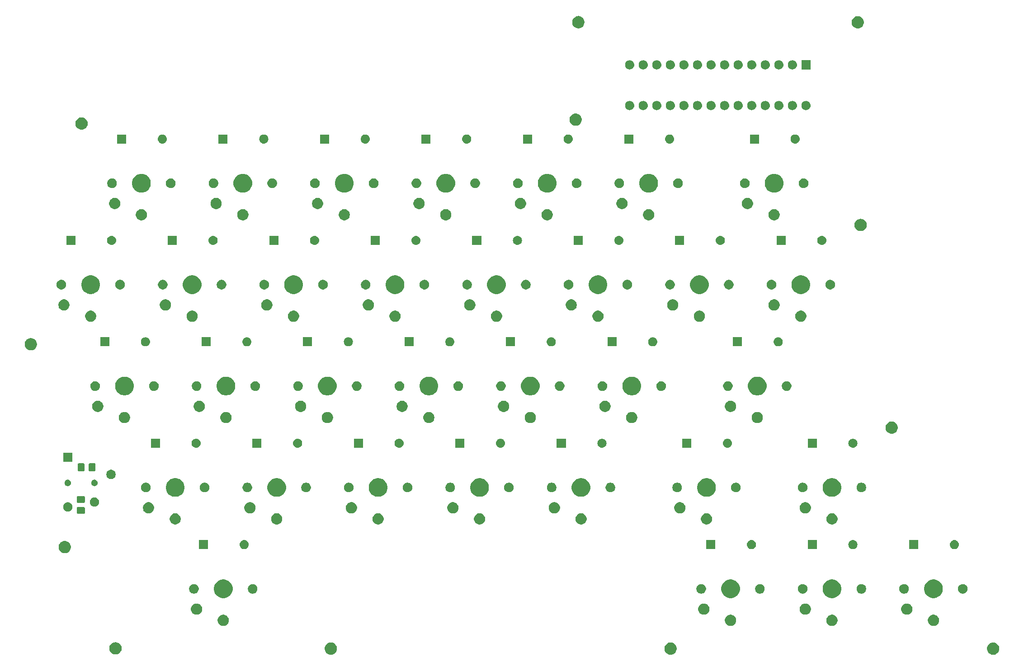
<source format=gbr>
G04 #@! TF.GenerationSoftware,KiCad,Pcbnew,(5.1.4-0-10_14)*
G04 #@! TF.CreationDate,2019-10-23T14:13:54-04:00*
G04 #@! TF.ProjectId,NomadRight,4e6f6d61-6452-4696-9768-742e6b696361,rev?*
G04 #@! TF.SameCoordinates,Original*
G04 #@! TF.FileFunction,Soldermask,Bot*
G04 #@! TF.FilePolarity,Negative*
%FSLAX46Y46*%
G04 Gerber Fmt 4.6, Leading zero omitted, Abs format (unit mm)*
G04 Created by KiCad (PCBNEW (5.1.4-0-10_14)) date 2019-10-23 14:13:54*
%MOMM*%
%LPD*%
G04 APERTURE LIST*
%ADD10C,0.100000*%
G04 APERTURE END LIST*
D10*
G36*
X210204549Y-135171116D02*
G01*
X210315734Y-135193232D01*
X210404490Y-135229996D01*
X210501059Y-135269996D01*
X210525203Y-135279997D01*
X210713720Y-135405960D01*
X210874040Y-135566280D01*
X211000003Y-135754797D01*
X211082626Y-135954266D01*
X211086768Y-135964267D01*
X211121055Y-136136636D01*
X211131000Y-136186636D01*
X211131000Y-136413364D01*
X211086768Y-136635734D01*
X211000003Y-136845203D01*
X210874040Y-137033720D01*
X210713720Y-137194040D01*
X210525203Y-137320003D01*
X210315734Y-137406768D01*
X210204549Y-137428884D01*
X210093365Y-137451000D01*
X209866635Y-137451000D01*
X209755451Y-137428884D01*
X209644266Y-137406768D01*
X209434797Y-137320003D01*
X209246280Y-137194040D01*
X209085960Y-137033720D01*
X208959997Y-136845203D01*
X208873232Y-136635734D01*
X208829000Y-136413364D01*
X208829000Y-136186636D01*
X208838946Y-136136636D01*
X208873232Y-135964267D01*
X208877375Y-135954266D01*
X208959997Y-135754797D01*
X209085960Y-135566280D01*
X209246280Y-135405960D01*
X209434797Y-135279997D01*
X209458942Y-135269996D01*
X209555510Y-135229996D01*
X209644266Y-135193232D01*
X209755451Y-135171116D01*
X209866635Y-135149000D01*
X210093365Y-135149000D01*
X210204549Y-135171116D01*
X210204549Y-135171116D01*
G37*
G36*
X86123638Y-135149000D02*
G01*
X86295734Y-135183232D01*
X86505203Y-135269997D01*
X86693720Y-135395960D01*
X86854040Y-135556280D01*
X86980003Y-135744797D01*
X87066768Y-135954266D01*
X87111000Y-136176636D01*
X87111000Y-136403364D01*
X87066768Y-136625734D01*
X86980003Y-136835203D01*
X86854040Y-137023720D01*
X86693720Y-137184040D01*
X86505203Y-137310003D01*
X86505202Y-137310004D01*
X86505201Y-137310004D01*
X86443850Y-137335416D01*
X86295734Y-137396768D01*
X86245460Y-137406768D01*
X86073365Y-137441000D01*
X85846635Y-137441000D01*
X85674540Y-137406768D01*
X85624266Y-137396768D01*
X85476150Y-137335416D01*
X85414799Y-137310004D01*
X85414798Y-137310004D01*
X85414797Y-137310003D01*
X85226280Y-137184040D01*
X85065960Y-137023720D01*
X84939997Y-136835203D01*
X84853232Y-136625734D01*
X84809000Y-136403364D01*
X84809000Y-136176636D01*
X84853232Y-135954266D01*
X84939997Y-135744797D01*
X85065960Y-135556280D01*
X85226280Y-135395960D01*
X85414797Y-135269997D01*
X85624266Y-135183232D01*
X85796362Y-135149000D01*
X85846635Y-135139000D01*
X86073365Y-135139000D01*
X86123638Y-135149000D01*
X86123638Y-135149000D01*
G37*
G36*
X149743638Y-135149000D02*
G01*
X149915734Y-135183232D01*
X150125203Y-135269997D01*
X150313720Y-135395960D01*
X150474040Y-135556280D01*
X150600003Y-135744797D01*
X150686768Y-135954266D01*
X150731000Y-136176636D01*
X150731000Y-136403364D01*
X150686768Y-136625734D01*
X150600003Y-136835203D01*
X150474040Y-137023720D01*
X150313720Y-137184040D01*
X150125203Y-137310003D01*
X150125202Y-137310004D01*
X150125201Y-137310004D01*
X150063850Y-137335416D01*
X149915734Y-137396768D01*
X149865460Y-137406768D01*
X149693365Y-137441000D01*
X149466635Y-137441000D01*
X149294540Y-137406768D01*
X149244266Y-137396768D01*
X149096150Y-137335416D01*
X149034799Y-137310004D01*
X149034798Y-137310004D01*
X149034797Y-137310003D01*
X148846280Y-137184040D01*
X148685960Y-137023720D01*
X148559997Y-136835203D01*
X148473232Y-136625734D01*
X148429000Y-136403364D01*
X148429000Y-136176636D01*
X148473232Y-135954266D01*
X148559997Y-135744797D01*
X148685960Y-135556280D01*
X148846280Y-135395960D01*
X149034797Y-135269997D01*
X149244266Y-135183232D01*
X149416362Y-135149000D01*
X149466635Y-135139000D01*
X149693365Y-135139000D01*
X149743638Y-135149000D01*
X149743638Y-135149000D01*
G37*
G36*
X45844549Y-135121116D02*
G01*
X45955734Y-135143232D01*
X46165203Y-135229997D01*
X46353720Y-135355960D01*
X46514040Y-135516280D01*
X46640003Y-135704797D01*
X46726768Y-135914266D01*
X46736714Y-135964267D01*
X46771000Y-136136635D01*
X46771000Y-136363365D01*
X46761054Y-136413365D01*
X46726768Y-136585734D01*
X46640003Y-136795203D01*
X46514040Y-136983720D01*
X46353720Y-137144040D01*
X46165203Y-137270003D01*
X45955734Y-137356768D01*
X45844549Y-137378884D01*
X45733365Y-137401000D01*
X45506635Y-137401000D01*
X45395451Y-137378884D01*
X45284266Y-137356768D01*
X45074797Y-137270003D01*
X44886280Y-137144040D01*
X44725960Y-136983720D01*
X44599997Y-136795203D01*
X44513232Y-136585734D01*
X44478946Y-136413365D01*
X44469000Y-136363365D01*
X44469000Y-136136635D01*
X44503286Y-135964267D01*
X44513232Y-135914266D01*
X44599997Y-135704797D01*
X44725960Y-135516280D01*
X44886280Y-135355960D01*
X45074797Y-135229997D01*
X45284266Y-135143232D01*
X45395451Y-135121116D01*
X45506635Y-135099000D01*
X45733365Y-135099000D01*
X45844549Y-135121116D01*
X45844549Y-135121116D01*
G37*
G36*
X66109897Y-129989389D02*
G01*
X66301166Y-130068615D01*
X66301168Y-130068616D01*
X66473306Y-130183635D01*
X66619698Y-130330027D01*
X66734718Y-130502167D01*
X66813944Y-130693436D01*
X66854333Y-130896484D01*
X66854333Y-131103516D01*
X66813944Y-131306564D01*
X66734718Y-131497833D01*
X66734717Y-131497835D01*
X66619698Y-131669973D01*
X66473306Y-131816365D01*
X66301168Y-131931384D01*
X66301167Y-131931385D01*
X66301166Y-131931385D01*
X66109897Y-132010611D01*
X65906849Y-132051000D01*
X65699817Y-132051000D01*
X65496769Y-132010611D01*
X65305500Y-131931385D01*
X65305499Y-131931385D01*
X65305498Y-131931384D01*
X65133360Y-131816365D01*
X64986968Y-131669973D01*
X64871949Y-131497835D01*
X64871948Y-131497833D01*
X64792722Y-131306564D01*
X64752333Y-131103516D01*
X64752333Y-130896484D01*
X64792722Y-130693436D01*
X64871948Y-130502167D01*
X64986968Y-130330027D01*
X65133360Y-130183635D01*
X65305498Y-130068616D01*
X65305500Y-130068615D01*
X65496769Y-129989389D01*
X65699817Y-129949000D01*
X65906849Y-129949000D01*
X66109897Y-129989389D01*
X66109897Y-129989389D01*
G37*
G36*
X199109897Y-129989389D02*
G01*
X199301166Y-130068615D01*
X199301168Y-130068616D01*
X199473306Y-130183635D01*
X199619698Y-130330027D01*
X199734718Y-130502167D01*
X199813944Y-130693436D01*
X199854333Y-130896484D01*
X199854333Y-131103516D01*
X199813944Y-131306564D01*
X199734718Y-131497833D01*
X199734717Y-131497835D01*
X199619698Y-131669973D01*
X199473306Y-131816365D01*
X199301168Y-131931384D01*
X199301167Y-131931385D01*
X199301166Y-131931385D01*
X199109897Y-132010611D01*
X198906849Y-132051000D01*
X198699817Y-132051000D01*
X198496769Y-132010611D01*
X198305500Y-131931385D01*
X198305499Y-131931385D01*
X198305498Y-131931384D01*
X198133360Y-131816365D01*
X197986968Y-131669973D01*
X197871949Y-131497835D01*
X197871948Y-131497833D01*
X197792722Y-131306564D01*
X197752333Y-131103516D01*
X197752333Y-130896484D01*
X197792722Y-130693436D01*
X197871948Y-130502167D01*
X197986968Y-130330027D01*
X198133360Y-130183635D01*
X198305498Y-130068616D01*
X198305500Y-130068615D01*
X198496769Y-129989389D01*
X198699817Y-129949000D01*
X198906849Y-129949000D01*
X199109897Y-129989389D01*
X199109897Y-129989389D01*
G37*
G36*
X180109897Y-129989389D02*
G01*
X180301166Y-130068615D01*
X180301168Y-130068616D01*
X180473306Y-130183635D01*
X180619698Y-130330027D01*
X180734718Y-130502167D01*
X180813944Y-130693436D01*
X180854333Y-130896484D01*
X180854333Y-131103516D01*
X180813944Y-131306564D01*
X180734718Y-131497833D01*
X180734717Y-131497835D01*
X180619698Y-131669973D01*
X180473306Y-131816365D01*
X180301168Y-131931384D01*
X180301167Y-131931385D01*
X180301166Y-131931385D01*
X180109897Y-132010611D01*
X179906849Y-132051000D01*
X179699817Y-132051000D01*
X179496769Y-132010611D01*
X179305500Y-131931385D01*
X179305499Y-131931385D01*
X179305498Y-131931384D01*
X179133360Y-131816365D01*
X178986968Y-131669973D01*
X178871949Y-131497835D01*
X178871948Y-131497833D01*
X178792722Y-131306564D01*
X178752333Y-131103516D01*
X178752333Y-130896484D01*
X178792722Y-130693436D01*
X178871948Y-130502167D01*
X178986968Y-130330027D01*
X179133360Y-130183635D01*
X179305498Y-130068616D01*
X179305500Y-130068615D01*
X179496769Y-129989389D01*
X179699817Y-129949000D01*
X179906849Y-129949000D01*
X180109897Y-129989389D01*
X180109897Y-129989389D01*
G37*
G36*
X161109897Y-129989389D02*
G01*
X161301166Y-130068615D01*
X161301168Y-130068616D01*
X161473306Y-130183635D01*
X161619698Y-130330027D01*
X161734718Y-130502167D01*
X161813944Y-130693436D01*
X161854333Y-130896484D01*
X161854333Y-131103516D01*
X161813944Y-131306564D01*
X161734718Y-131497833D01*
X161734717Y-131497835D01*
X161619698Y-131669973D01*
X161473306Y-131816365D01*
X161301168Y-131931384D01*
X161301167Y-131931385D01*
X161301166Y-131931385D01*
X161109897Y-132010611D01*
X160906849Y-132051000D01*
X160699817Y-132051000D01*
X160496769Y-132010611D01*
X160305500Y-131931385D01*
X160305499Y-131931385D01*
X160305498Y-131931384D01*
X160133360Y-131816365D01*
X159986968Y-131669973D01*
X159871949Y-131497835D01*
X159871948Y-131497833D01*
X159792722Y-131306564D01*
X159752333Y-131103516D01*
X159752333Y-130896484D01*
X159792722Y-130693436D01*
X159871948Y-130502167D01*
X159986968Y-130330027D01*
X160133360Y-130183635D01*
X160305498Y-130068616D01*
X160305500Y-130068615D01*
X160496769Y-129989389D01*
X160699817Y-129949000D01*
X160906849Y-129949000D01*
X161109897Y-129989389D01*
X161109897Y-129989389D01*
G37*
G36*
X175109897Y-127889389D02*
G01*
X175301166Y-127968615D01*
X175301168Y-127968616D01*
X175473306Y-128083635D01*
X175619698Y-128230027D01*
X175734718Y-128402167D01*
X175813944Y-128593436D01*
X175854333Y-128796484D01*
X175854333Y-129003516D01*
X175813944Y-129206564D01*
X175734718Y-129397833D01*
X175734717Y-129397835D01*
X175619698Y-129569973D01*
X175473306Y-129716365D01*
X175301168Y-129831384D01*
X175301167Y-129831385D01*
X175301166Y-129831385D01*
X175109897Y-129910611D01*
X174906849Y-129951000D01*
X174699817Y-129951000D01*
X174496769Y-129910611D01*
X174305500Y-129831385D01*
X174305499Y-129831385D01*
X174305498Y-129831384D01*
X174133360Y-129716365D01*
X173986968Y-129569973D01*
X173871949Y-129397835D01*
X173871948Y-129397833D01*
X173792722Y-129206564D01*
X173752333Y-129003516D01*
X173752333Y-128796484D01*
X173792722Y-128593436D01*
X173871948Y-128402167D01*
X173986968Y-128230027D01*
X174133360Y-128083635D01*
X174305498Y-127968616D01*
X174305500Y-127968615D01*
X174496769Y-127889389D01*
X174699817Y-127849000D01*
X174906849Y-127849000D01*
X175109897Y-127889389D01*
X175109897Y-127889389D01*
G37*
G36*
X156109897Y-127889389D02*
G01*
X156301166Y-127968615D01*
X156301168Y-127968616D01*
X156473306Y-128083635D01*
X156619698Y-128230027D01*
X156734718Y-128402167D01*
X156813944Y-128593436D01*
X156854333Y-128796484D01*
X156854333Y-129003516D01*
X156813944Y-129206564D01*
X156734718Y-129397833D01*
X156734717Y-129397835D01*
X156619698Y-129569973D01*
X156473306Y-129716365D01*
X156301168Y-129831384D01*
X156301167Y-129831385D01*
X156301166Y-129831385D01*
X156109897Y-129910611D01*
X155906849Y-129951000D01*
X155699817Y-129951000D01*
X155496769Y-129910611D01*
X155305500Y-129831385D01*
X155305499Y-129831385D01*
X155305498Y-129831384D01*
X155133360Y-129716365D01*
X154986968Y-129569973D01*
X154871949Y-129397835D01*
X154871948Y-129397833D01*
X154792722Y-129206564D01*
X154752333Y-129003516D01*
X154752333Y-128796484D01*
X154792722Y-128593436D01*
X154871948Y-128402167D01*
X154986968Y-128230027D01*
X155133360Y-128083635D01*
X155305498Y-127968616D01*
X155305500Y-127968615D01*
X155496769Y-127889389D01*
X155699817Y-127849000D01*
X155906849Y-127849000D01*
X156109897Y-127889389D01*
X156109897Y-127889389D01*
G37*
G36*
X61109897Y-127889389D02*
G01*
X61301166Y-127968615D01*
X61301168Y-127968616D01*
X61473306Y-128083635D01*
X61619698Y-128230027D01*
X61734718Y-128402167D01*
X61813944Y-128593436D01*
X61854333Y-128796484D01*
X61854333Y-129003516D01*
X61813944Y-129206564D01*
X61734718Y-129397833D01*
X61734717Y-129397835D01*
X61619698Y-129569973D01*
X61473306Y-129716365D01*
X61301168Y-129831384D01*
X61301167Y-129831385D01*
X61301166Y-129831385D01*
X61109897Y-129910611D01*
X60906849Y-129951000D01*
X60699817Y-129951000D01*
X60496769Y-129910611D01*
X60305500Y-129831385D01*
X60305499Y-129831385D01*
X60305498Y-129831384D01*
X60133360Y-129716365D01*
X59986968Y-129569973D01*
X59871949Y-129397835D01*
X59871948Y-129397833D01*
X59792722Y-129206564D01*
X59752333Y-129003516D01*
X59752333Y-128796484D01*
X59792722Y-128593436D01*
X59871948Y-128402167D01*
X59986968Y-128230027D01*
X60133360Y-128083635D01*
X60305498Y-127968616D01*
X60305500Y-127968615D01*
X60496769Y-127889389D01*
X60699817Y-127849000D01*
X60906849Y-127849000D01*
X61109897Y-127889389D01*
X61109897Y-127889389D01*
G37*
G36*
X194109897Y-127889389D02*
G01*
X194301166Y-127968615D01*
X194301168Y-127968616D01*
X194473306Y-128083635D01*
X194619698Y-128230027D01*
X194734718Y-128402167D01*
X194813944Y-128593436D01*
X194854333Y-128796484D01*
X194854333Y-129003516D01*
X194813944Y-129206564D01*
X194734718Y-129397833D01*
X194734717Y-129397835D01*
X194619698Y-129569973D01*
X194473306Y-129716365D01*
X194301168Y-129831384D01*
X194301167Y-129831385D01*
X194301166Y-129831385D01*
X194109897Y-129910611D01*
X193906849Y-129951000D01*
X193699817Y-129951000D01*
X193496769Y-129910611D01*
X193305500Y-129831385D01*
X193305499Y-129831385D01*
X193305498Y-129831384D01*
X193133360Y-129716365D01*
X192986968Y-129569973D01*
X192871949Y-129397835D01*
X192871948Y-129397833D01*
X192792722Y-129206564D01*
X192752333Y-129003516D01*
X192752333Y-128796484D01*
X192792722Y-128593436D01*
X192871948Y-128402167D01*
X192986968Y-128230027D01*
X193133360Y-128083635D01*
X193305498Y-127968616D01*
X193305500Y-127968615D01*
X193496769Y-127889389D01*
X193699817Y-127849000D01*
X193906849Y-127849000D01*
X194109897Y-127889389D01*
X194109897Y-127889389D01*
G37*
G36*
X66201318Y-123393860D02*
G01*
X66314081Y-123416290D01*
X66446074Y-123470963D01*
X66632741Y-123548283D01*
X66919529Y-123739909D01*
X67163424Y-123983804D01*
X67355050Y-124270592D01*
X67487043Y-124589253D01*
X67554333Y-124927540D01*
X67554333Y-125272460D01*
X67487043Y-125610747D01*
X67355050Y-125929408D01*
X67163424Y-126216196D01*
X66919529Y-126460091D01*
X66632741Y-126651717D01*
X66446074Y-126729037D01*
X66314081Y-126783710D01*
X66201318Y-126806140D01*
X65975793Y-126851000D01*
X65630873Y-126851000D01*
X65405348Y-126806140D01*
X65292585Y-126783710D01*
X65160592Y-126729037D01*
X64973925Y-126651717D01*
X64687137Y-126460091D01*
X64443242Y-126216196D01*
X64251616Y-125929408D01*
X64119623Y-125610747D01*
X64052333Y-125272460D01*
X64052333Y-124927540D01*
X64119623Y-124589253D01*
X64251616Y-124270592D01*
X64443242Y-123983804D01*
X64687137Y-123739909D01*
X64973925Y-123548283D01*
X65160592Y-123470963D01*
X65292585Y-123416290D01*
X65405348Y-123393860D01*
X65630873Y-123349000D01*
X65975793Y-123349000D01*
X66201318Y-123393860D01*
X66201318Y-123393860D01*
G37*
G36*
X161201318Y-123393860D02*
G01*
X161314081Y-123416290D01*
X161446074Y-123470963D01*
X161632741Y-123548283D01*
X161919529Y-123739909D01*
X162163424Y-123983804D01*
X162355050Y-124270592D01*
X162487043Y-124589253D01*
X162554333Y-124927540D01*
X162554333Y-125272460D01*
X162487043Y-125610747D01*
X162355050Y-125929408D01*
X162163424Y-126216196D01*
X161919529Y-126460091D01*
X161632741Y-126651717D01*
X161446074Y-126729037D01*
X161314081Y-126783710D01*
X161201318Y-126806140D01*
X160975793Y-126851000D01*
X160630873Y-126851000D01*
X160405348Y-126806140D01*
X160292585Y-126783710D01*
X160160592Y-126729037D01*
X159973925Y-126651717D01*
X159687137Y-126460091D01*
X159443242Y-126216196D01*
X159251616Y-125929408D01*
X159119623Y-125610747D01*
X159052333Y-125272460D01*
X159052333Y-124927540D01*
X159119623Y-124589253D01*
X159251616Y-124270592D01*
X159443242Y-123983804D01*
X159687137Y-123739909D01*
X159973925Y-123548283D01*
X160160592Y-123470963D01*
X160292585Y-123416290D01*
X160405348Y-123393860D01*
X160630873Y-123349000D01*
X160975793Y-123349000D01*
X161201318Y-123393860D01*
X161201318Y-123393860D01*
G37*
G36*
X180201318Y-123393860D02*
G01*
X180314081Y-123416290D01*
X180446074Y-123470963D01*
X180632741Y-123548283D01*
X180919529Y-123739909D01*
X181163424Y-123983804D01*
X181355050Y-124270592D01*
X181487043Y-124589253D01*
X181554333Y-124927540D01*
X181554333Y-125272460D01*
X181487043Y-125610747D01*
X181355050Y-125929408D01*
X181163424Y-126216196D01*
X180919529Y-126460091D01*
X180632741Y-126651717D01*
X180446074Y-126729037D01*
X180314081Y-126783710D01*
X180201318Y-126806140D01*
X179975793Y-126851000D01*
X179630873Y-126851000D01*
X179405348Y-126806140D01*
X179292585Y-126783710D01*
X179160592Y-126729037D01*
X178973925Y-126651717D01*
X178687137Y-126460091D01*
X178443242Y-126216196D01*
X178251616Y-125929408D01*
X178119623Y-125610747D01*
X178052333Y-125272460D01*
X178052333Y-124927540D01*
X178119623Y-124589253D01*
X178251616Y-124270592D01*
X178443242Y-123983804D01*
X178687137Y-123739909D01*
X178973925Y-123548283D01*
X179160592Y-123470963D01*
X179292585Y-123416290D01*
X179405348Y-123393860D01*
X179630873Y-123349000D01*
X179975793Y-123349000D01*
X180201318Y-123393860D01*
X180201318Y-123393860D01*
G37*
G36*
X199201318Y-123393860D02*
G01*
X199314081Y-123416290D01*
X199446074Y-123470963D01*
X199632741Y-123548283D01*
X199919529Y-123739909D01*
X200163424Y-123983804D01*
X200355050Y-124270592D01*
X200487043Y-124589253D01*
X200554333Y-124927540D01*
X200554333Y-125272460D01*
X200487043Y-125610747D01*
X200355050Y-125929408D01*
X200163424Y-126216196D01*
X199919529Y-126460091D01*
X199632741Y-126651717D01*
X199446074Y-126729037D01*
X199314081Y-126783710D01*
X199201318Y-126806140D01*
X198975793Y-126851000D01*
X198630873Y-126851000D01*
X198405348Y-126806140D01*
X198292585Y-126783710D01*
X198160592Y-126729037D01*
X197973925Y-126651717D01*
X197687137Y-126460091D01*
X197443242Y-126216196D01*
X197251616Y-125929408D01*
X197119623Y-125610747D01*
X197052333Y-125272460D01*
X197052333Y-124927540D01*
X197119623Y-124589253D01*
X197251616Y-124270592D01*
X197443242Y-123983804D01*
X197687137Y-123739909D01*
X197973925Y-123548283D01*
X198160592Y-123470963D01*
X198292585Y-123416290D01*
X198405348Y-123393860D01*
X198630873Y-123349000D01*
X198975793Y-123349000D01*
X199201318Y-123393860D01*
X199201318Y-123393860D01*
G37*
G36*
X60416845Y-124203927D02*
G01*
X60566145Y-124233624D01*
X60730117Y-124301544D01*
X60877687Y-124400147D01*
X61003186Y-124525646D01*
X61101789Y-124673216D01*
X61169709Y-124837188D01*
X61204333Y-125011259D01*
X61204333Y-125188741D01*
X61169709Y-125362812D01*
X61101789Y-125526784D01*
X61003186Y-125674354D01*
X60877687Y-125799853D01*
X60730117Y-125898456D01*
X60566145Y-125966376D01*
X60416845Y-125996073D01*
X60392075Y-126001000D01*
X60214591Y-126001000D01*
X60189821Y-125996073D01*
X60040521Y-125966376D01*
X59876549Y-125898456D01*
X59728979Y-125799853D01*
X59603480Y-125674354D01*
X59504877Y-125526784D01*
X59436957Y-125362812D01*
X59402333Y-125188741D01*
X59402333Y-125011259D01*
X59436957Y-124837188D01*
X59504877Y-124673216D01*
X59603480Y-124525646D01*
X59728979Y-124400147D01*
X59876549Y-124301544D01*
X60040521Y-124233624D01*
X60189821Y-124203927D01*
X60214591Y-124199000D01*
X60392075Y-124199000D01*
X60416845Y-124203927D01*
X60416845Y-124203927D01*
G37*
G36*
X71416845Y-124203927D02*
G01*
X71566145Y-124233624D01*
X71730117Y-124301544D01*
X71877687Y-124400147D01*
X72003186Y-124525646D01*
X72101789Y-124673216D01*
X72169709Y-124837188D01*
X72204333Y-125011259D01*
X72204333Y-125188741D01*
X72169709Y-125362812D01*
X72101789Y-125526784D01*
X72003186Y-125674354D01*
X71877687Y-125799853D01*
X71730117Y-125898456D01*
X71566145Y-125966376D01*
X71416845Y-125996073D01*
X71392075Y-126001000D01*
X71214591Y-126001000D01*
X71189821Y-125996073D01*
X71040521Y-125966376D01*
X70876549Y-125898456D01*
X70728979Y-125799853D01*
X70603480Y-125674354D01*
X70504877Y-125526784D01*
X70436957Y-125362812D01*
X70402333Y-125188741D01*
X70402333Y-125011259D01*
X70436957Y-124837188D01*
X70504877Y-124673216D01*
X70603480Y-124525646D01*
X70728979Y-124400147D01*
X70876549Y-124301544D01*
X71040521Y-124233624D01*
X71189821Y-124203927D01*
X71214591Y-124199000D01*
X71392075Y-124199000D01*
X71416845Y-124203927D01*
X71416845Y-124203927D01*
G37*
G36*
X155416845Y-124203927D02*
G01*
X155566145Y-124233624D01*
X155730117Y-124301544D01*
X155877687Y-124400147D01*
X156003186Y-124525646D01*
X156101789Y-124673216D01*
X156169709Y-124837188D01*
X156204333Y-125011259D01*
X156204333Y-125188741D01*
X156169709Y-125362812D01*
X156101789Y-125526784D01*
X156003186Y-125674354D01*
X155877687Y-125799853D01*
X155730117Y-125898456D01*
X155566145Y-125966376D01*
X155416845Y-125996073D01*
X155392075Y-126001000D01*
X155214591Y-126001000D01*
X155189821Y-125996073D01*
X155040521Y-125966376D01*
X154876549Y-125898456D01*
X154728979Y-125799853D01*
X154603480Y-125674354D01*
X154504877Y-125526784D01*
X154436957Y-125362812D01*
X154402333Y-125188741D01*
X154402333Y-125011259D01*
X154436957Y-124837188D01*
X154504877Y-124673216D01*
X154603480Y-124525646D01*
X154728979Y-124400147D01*
X154876549Y-124301544D01*
X155040521Y-124233624D01*
X155189821Y-124203927D01*
X155214591Y-124199000D01*
X155392075Y-124199000D01*
X155416845Y-124203927D01*
X155416845Y-124203927D01*
G37*
G36*
X166416845Y-124203927D02*
G01*
X166566145Y-124233624D01*
X166730117Y-124301544D01*
X166877687Y-124400147D01*
X167003186Y-124525646D01*
X167101789Y-124673216D01*
X167169709Y-124837188D01*
X167204333Y-125011259D01*
X167204333Y-125188741D01*
X167169709Y-125362812D01*
X167101789Y-125526784D01*
X167003186Y-125674354D01*
X166877687Y-125799853D01*
X166730117Y-125898456D01*
X166566145Y-125966376D01*
X166416845Y-125996073D01*
X166392075Y-126001000D01*
X166214591Y-126001000D01*
X166189821Y-125996073D01*
X166040521Y-125966376D01*
X165876549Y-125898456D01*
X165728979Y-125799853D01*
X165603480Y-125674354D01*
X165504877Y-125526784D01*
X165436957Y-125362812D01*
X165402333Y-125188741D01*
X165402333Y-125011259D01*
X165436957Y-124837188D01*
X165504877Y-124673216D01*
X165603480Y-124525646D01*
X165728979Y-124400147D01*
X165876549Y-124301544D01*
X166040521Y-124233624D01*
X166189821Y-124203927D01*
X166214591Y-124199000D01*
X166392075Y-124199000D01*
X166416845Y-124203927D01*
X166416845Y-124203927D01*
G37*
G36*
X174416845Y-124203927D02*
G01*
X174566145Y-124233624D01*
X174730117Y-124301544D01*
X174877687Y-124400147D01*
X175003186Y-124525646D01*
X175101789Y-124673216D01*
X175169709Y-124837188D01*
X175204333Y-125011259D01*
X175204333Y-125188741D01*
X175169709Y-125362812D01*
X175101789Y-125526784D01*
X175003186Y-125674354D01*
X174877687Y-125799853D01*
X174730117Y-125898456D01*
X174566145Y-125966376D01*
X174416845Y-125996073D01*
X174392075Y-126001000D01*
X174214591Y-126001000D01*
X174189821Y-125996073D01*
X174040521Y-125966376D01*
X173876549Y-125898456D01*
X173728979Y-125799853D01*
X173603480Y-125674354D01*
X173504877Y-125526784D01*
X173436957Y-125362812D01*
X173402333Y-125188741D01*
X173402333Y-125011259D01*
X173436957Y-124837188D01*
X173504877Y-124673216D01*
X173603480Y-124525646D01*
X173728979Y-124400147D01*
X173876549Y-124301544D01*
X174040521Y-124233624D01*
X174189821Y-124203927D01*
X174214591Y-124199000D01*
X174392075Y-124199000D01*
X174416845Y-124203927D01*
X174416845Y-124203927D01*
G37*
G36*
X185416845Y-124203927D02*
G01*
X185566145Y-124233624D01*
X185730117Y-124301544D01*
X185877687Y-124400147D01*
X186003186Y-124525646D01*
X186101789Y-124673216D01*
X186169709Y-124837188D01*
X186204333Y-125011259D01*
X186204333Y-125188741D01*
X186169709Y-125362812D01*
X186101789Y-125526784D01*
X186003186Y-125674354D01*
X185877687Y-125799853D01*
X185730117Y-125898456D01*
X185566145Y-125966376D01*
X185416845Y-125996073D01*
X185392075Y-126001000D01*
X185214591Y-126001000D01*
X185189821Y-125996073D01*
X185040521Y-125966376D01*
X184876549Y-125898456D01*
X184728979Y-125799853D01*
X184603480Y-125674354D01*
X184504877Y-125526784D01*
X184436957Y-125362812D01*
X184402333Y-125188741D01*
X184402333Y-125011259D01*
X184436957Y-124837188D01*
X184504877Y-124673216D01*
X184603480Y-124525646D01*
X184728979Y-124400147D01*
X184876549Y-124301544D01*
X185040521Y-124233624D01*
X185189821Y-124203927D01*
X185214591Y-124199000D01*
X185392075Y-124199000D01*
X185416845Y-124203927D01*
X185416845Y-124203927D01*
G37*
G36*
X193416845Y-124203927D02*
G01*
X193566145Y-124233624D01*
X193730117Y-124301544D01*
X193877687Y-124400147D01*
X194003186Y-124525646D01*
X194101789Y-124673216D01*
X194169709Y-124837188D01*
X194204333Y-125011259D01*
X194204333Y-125188741D01*
X194169709Y-125362812D01*
X194101789Y-125526784D01*
X194003186Y-125674354D01*
X193877687Y-125799853D01*
X193730117Y-125898456D01*
X193566145Y-125966376D01*
X193416845Y-125996073D01*
X193392075Y-126001000D01*
X193214591Y-126001000D01*
X193189821Y-125996073D01*
X193040521Y-125966376D01*
X192876549Y-125898456D01*
X192728979Y-125799853D01*
X192603480Y-125674354D01*
X192504877Y-125526784D01*
X192436957Y-125362812D01*
X192402333Y-125188741D01*
X192402333Y-125011259D01*
X192436957Y-124837188D01*
X192504877Y-124673216D01*
X192603480Y-124525646D01*
X192728979Y-124400147D01*
X192876549Y-124301544D01*
X193040521Y-124233624D01*
X193189821Y-124203927D01*
X193214591Y-124199000D01*
X193392075Y-124199000D01*
X193416845Y-124203927D01*
X193416845Y-124203927D01*
G37*
G36*
X204416845Y-124203927D02*
G01*
X204566145Y-124233624D01*
X204730117Y-124301544D01*
X204877687Y-124400147D01*
X205003186Y-124525646D01*
X205101789Y-124673216D01*
X205169709Y-124837188D01*
X205204333Y-125011259D01*
X205204333Y-125188741D01*
X205169709Y-125362812D01*
X205101789Y-125526784D01*
X205003186Y-125674354D01*
X204877687Y-125799853D01*
X204730117Y-125898456D01*
X204566145Y-125966376D01*
X204416845Y-125996073D01*
X204392075Y-126001000D01*
X204214591Y-126001000D01*
X204189821Y-125996073D01*
X204040521Y-125966376D01*
X203876549Y-125898456D01*
X203728979Y-125799853D01*
X203603480Y-125674354D01*
X203504877Y-125526784D01*
X203436957Y-125362812D01*
X203402333Y-125188741D01*
X203402333Y-125011259D01*
X203436957Y-124837188D01*
X203504877Y-124673216D01*
X203603480Y-124525646D01*
X203728979Y-124400147D01*
X203876549Y-124301544D01*
X204040521Y-124233624D01*
X204189821Y-124203927D01*
X204214591Y-124199000D01*
X204392075Y-124199000D01*
X204416845Y-124203927D01*
X204416845Y-124203927D01*
G37*
G36*
X36334549Y-116141116D02*
G01*
X36445734Y-116163232D01*
X36655203Y-116249997D01*
X36843720Y-116375960D01*
X37004040Y-116536280D01*
X37130003Y-116724797D01*
X37216768Y-116934266D01*
X37261000Y-117156636D01*
X37261000Y-117383364D01*
X37216768Y-117605734D01*
X37130003Y-117815203D01*
X37004040Y-118003720D01*
X36843720Y-118164040D01*
X36655203Y-118290003D01*
X36445734Y-118376768D01*
X36334549Y-118398884D01*
X36223365Y-118421000D01*
X35996635Y-118421000D01*
X35885451Y-118398884D01*
X35774266Y-118376768D01*
X35564797Y-118290003D01*
X35376280Y-118164040D01*
X35215960Y-118003720D01*
X35089997Y-117815203D01*
X35003232Y-117605734D01*
X34959000Y-117383364D01*
X34959000Y-117156636D01*
X35003232Y-116934266D01*
X35089997Y-116724797D01*
X35215960Y-116536280D01*
X35376280Y-116375960D01*
X35564797Y-116249997D01*
X35774266Y-116163232D01*
X35885451Y-116141116D01*
X35996635Y-116119000D01*
X36223365Y-116119000D01*
X36334549Y-116141116D01*
X36334549Y-116141116D01*
G37*
G36*
X62954333Y-117661000D02*
G01*
X61252333Y-117661000D01*
X61252333Y-115959000D01*
X62954333Y-115959000D01*
X62954333Y-117661000D01*
X62954333Y-117661000D01*
G37*
G36*
X176954333Y-117661000D02*
G01*
X175252333Y-117661000D01*
X175252333Y-115959000D01*
X176954333Y-115959000D01*
X176954333Y-117661000D01*
X176954333Y-117661000D01*
G37*
G36*
X202890156Y-115971313D02*
G01*
X203050575Y-116019976D01*
X203183239Y-116090886D01*
X203198411Y-116098996D01*
X203327992Y-116205341D01*
X203434337Y-116334922D01*
X203434338Y-116334924D01*
X203513357Y-116482758D01*
X203562020Y-116643177D01*
X203578450Y-116810000D01*
X203562020Y-116976823D01*
X203513357Y-117137242D01*
X203442447Y-117269906D01*
X203434337Y-117285078D01*
X203327992Y-117414659D01*
X203198411Y-117521004D01*
X203198409Y-117521005D01*
X203050575Y-117600024D01*
X202890156Y-117648687D01*
X202765137Y-117661000D01*
X202681529Y-117661000D01*
X202556510Y-117648687D01*
X202396091Y-117600024D01*
X202248257Y-117521005D01*
X202248255Y-117521004D01*
X202118674Y-117414659D01*
X202012329Y-117285078D01*
X202004219Y-117269906D01*
X201933309Y-117137242D01*
X201884646Y-116976823D01*
X201868216Y-116810000D01*
X201884646Y-116643177D01*
X201933309Y-116482758D01*
X202012328Y-116334924D01*
X202012329Y-116334922D01*
X202118674Y-116205341D01*
X202248255Y-116098996D01*
X202263427Y-116090886D01*
X202396091Y-116019976D01*
X202556510Y-115971313D01*
X202681529Y-115959000D01*
X202765137Y-115959000D01*
X202890156Y-115971313D01*
X202890156Y-115971313D01*
G37*
G36*
X195954333Y-117661000D02*
G01*
X194252333Y-117661000D01*
X194252333Y-115959000D01*
X195954333Y-115959000D01*
X195954333Y-117661000D01*
X195954333Y-117661000D01*
G37*
G36*
X183890156Y-115971313D02*
G01*
X184050575Y-116019976D01*
X184183239Y-116090886D01*
X184198411Y-116098996D01*
X184327992Y-116205341D01*
X184434337Y-116334922D01*
X184434338Y-116334924D01*
X184513357Y-116482758D01*
X184562020Y-116643177D01*
X184578450Y-116810000D01*
X184562020Y-116976823D01*
X184513357Y-117137242D01*
X184442447Y-117269906D01*
X184434337Y-117285078D01*
X184327992Y-117414659D01*
X184198411Y-117521004D01*
X184198409Y-117521005D01*
X184050575Y-117600024D01*
X183890156Y-117648687D01*
X183765137Y-117661000D01*
X183681529Y-117661000D01*
X183556510Y-117648687D01*
X183396091Y-117600024D01*
X183248257Y-117521005D01*
X183248255Y-117521004D01*
X183118674Y-117414659D01*
X183012329Y-117285078D01*
X183004219Y-117269906D01*
X182933309Y-117137242D01*
X182884646Y-116976823D01*
X182868216Y-116810000D01*
X182884646Y-116643177D01*
X182933309Y-116482758D01*
X183012328Y-116334924D01*
X183012329Y-116334922D01*
X183118674Y-116205341D01*
X183248255Y-116098996D01*
X183263427Y-116090886D01*
X183396091Y-116019976D01*
X183556510Y-115971313D01*
X183681529Y-115959000D01*
X183765137Y-115959000D01*
X183890156Y-115971313D01*
X183890156Y-115971313D01*
G37*
G36*
X164890156Y-115971313D02*
G01*
X165050575Y-116019976D01*
X165183239Y-116090886D01*
X165198411Y-116098996D01*
X165327992Y-116205341D01*
X165434337Y-116334922D01*
X165434338Y-116334924D01*
X165513357Y-116482758D01*
X165562020Y-116643177D01*
X165578450Y-116810000D01*
X165562020Y-116976823D01*
X165513357Y-117137242D01*
X165442447Y-117269906D01*
X165434337Y-117285078D01*
X165327992Y-117414659D01*
X165198411Y-117521004D01*
X165198409Y-117521005D01*
X165050575Y-117600024D01*
X164890156Y-117648687D01*
X164765137Y-117661000D01*
X164681529Y-117661000D01*
X164556510Y-117648687D01*
X164396091Y-117600024D01*
X164248257Y-117521005D01*
X164248255Y-117521004D01*
X164118674Y-117414659D01*
X164012329Y-117285078D01*
X164004219Y-117269906D01*
X163933309Y-117137242D01*
X163884646Y-116976823D01*
X163868216Y-116810000D01*
X163884646Y-116643177D01*
X163933309Y-116482758D01*
X164012328Y-116334924D01*
X164012329Y-116334922D01*
X164118674Y-116205341D01*
X164248255Y-116098996D01*
X164263427Y-116090886D01*
X164396091Y-116019976D01*
X164556510Y-115971313D01*
X164681529Y-115959000D01*
X164765137Y-115959000D01*
X164890156Y-115971313D01*
X164890156Y-115971313D01*
G37*
G36*
X157954333Y-117661000D02*
G01*
X156252333Y-117661000D01*
X156252333Y-115959000D01*
X157954333Y-115959000D01*
X157954333Y-117661000D01*
X157954333Y-117661000D01*
G37*
G36*
X69890156Y-115971313D02*
G01*
X70050575Y-116019976D01*
X70183239Y-116090886D01*
X70198411Y-116098996D01*
X70327992Y-116205341D01*
X70434337Y-116334922D01*
X70434338Y-116334924D01*
X70513357Y-116482758D01*
X70562020Y-116643177D01*
X70578450Y-116810000D01*
X70562020Y-116976823D01*
X70513357Y-117137242D01*
X70442447Y-117269906D01*
X70434337Y-117285078D01*
X70327992Y-117414659D01*
X70198411Y-117521004D01*
X70198409Y-117521005D01*
X70050575Y-117600024D01*
X69890156Y-117648687D01*
X69765137Y-117661000D01*
X69681529Y-117661000D01*
X69556510Y-117648687D01*
X69396091Y-117600024D01*
X69248257Y-117521005D01*
X69248255Y-117521004D01*
X69118674Y-117414659D01*
X69012329Y-117285078D01*
X69004219Y-117269906D01*
X68933309Y-117137242D01*
X68884646Y-116976823D01*
X68868216Y-116810000D01*
X68884646Y-116643177D01*
X68933309Y-116482758D01*
X69012328Y-116334924D01*
X69012329Y-116334922D01*
X69118674Y-116205341D01*
X69248255Y-116098996D01*
X69263427Y-116090886D01*
X69396091Y-116019976D01*
X69556510Y-115971313D01*
X69681529Y-115959000D01*
X69765137Y-115959000D01*
X69890156Y-115971313D01*
X69890156Y-115971313D01*
G37*
G36*
X133109897Y-110989389D02*
G01*
X133301166Y-111068615D01*
X133301168Y-111068616D01*
X133473306Y-111183635D01*
X133619698Y-111330027D01*
X133734718Y-111502167D01*
X133813944Y-111693436D01*
X133854333Y-111896484D01*
X133854333Y-112103516D01*
X133813944Y-112306564D01*
X133734718Y-112497833D01*
X133734717Y-112497835D01*
X133619698Y-112669973D01*
X133473306Y-112816365D01*
X133301168Y-112931384D01*
X133301167Y-112931385D01*
X133301166Y-112931385D01*
X133109897Y-113010611D01*
X132906849Y-113051000D01*
X132699817Y-113051000D01*
X132496769Y-113010611D01*
X132305500Y-112931385D01*
X132305499Y-112931385D01*
X132305498Y-112931384D01*
X132133360Y-112816365D01*
X131986968Y-112669973D01*
X131871949Y-112497835D01*
X131871948Y-112497833D01*
X131792722Y-112306564D01*
X131752333Y-112103516D01*
X131752333Y-111896484D01*
X131792722Y-111693436D01*
X131871948Y-111502167D01*
X131986968Y-111330027D01*
X132133360Y-111183635D01*
X132305498Y-111068616D01*
X132305500Y-111068615D01*
X132496769Y-110989389D01*
X132699817Y-110949000D01*
X132906849Y-110949000D01*
X133109897Y-110989389D01*
X133109897Y-110989389D01*
G37*
G36*
X156609897Y-110989389D02*
G01*
X156801166Y-111068615D01*
X156801168Y-111068616D01*
X156973306Y-111183635D01*
X157119698Y-111330027D01*
X157234718Y-111502167D01*
X157313944Y-111693436D01*
X157354333Y-111896484D01*
X157354333Y-112103516D01*
X157313944Y-112306564D01*
X157234718Y-112497833D01*
X157234717Y-112497835D01*
X157119698Y-112669973D01*
X156973306Y-112816365D01*
X156801168Y-112931384D01*
X156801167Y-112931385D01*
X156801166Y-112931385D01*
X156609897Y-113010611D01*
X156406849Y-113051000D01*
X156199817Y-113051000D01*
X155996769Y-113010611D01*
X155805500Y-112931385D01*
X155805499Y-112931385D01*
X155805498Y-112931384D01*
X155633360Y-112816365D01*
X155486968Y-112669973D01*
X155371949Y-112497835D01*
X155371948Y-112497833D01*
X155292722Y-112306564D01*
X155252333Y-112103516D01*
X155252333Y-111896484D01*
X155292722Y-111693436D01*
X155371948Y-111502167D01*
X155486968Y-111330027D01*
X155633360Y-111183635D01*
X155805498Y-111068616D01*
X155805500Y-111068615D01*
X155996769Y-110989389D01*
X156199817Y-110949000D01*
X156406849Y-110949000D01*
X156609897Y-110989389D01*
X156609897Y-110989389D01*
G37*
G36*
X95109897Y-110989389D02*
G01*
X95301166Y-111068615D01*
X95301168Y-111068616D01*
X95473306Y-111183635D01*
X95619698Y-111330027D01*
X95734718Y-111502167D01*
X95813944Y-111693436D01*
X95854333Y-111896484D01*
X95854333Y-112103516D01*
X95813944Y-112306564D01*
X95734718Y-112497833D01*
X95734717Y-112497835D01*
X95619698Y-112669973D01*
X95473306Y-112816365D01*
X95301168Y-112931384D01*
X95301167Y-112931385D01*
X95301166Y-112931385D01*
X95109897Y-113010611D01*
X94906849Y-113051000D01*
X94699817Y-113051000D01*
X94496769Y-113010611D01*
X94305500Y-112931385D01*
X94305499Y-112931385D01*
X94305498Y-112931384D01*
X94133360Y-112816365D01*
X93986968Y-112669973D01*
X93871949Y-112497835D01*
X93871948Y-112497833D01*
X93792722Y-112306564D01*
X93752333Y-112103516D01*
X93752333Y-111896484D01*
X93792722Y-111693436D01*
X93871948Y-111502167D01*
X93986968Y-111330027D01*
X94133360Y-111183635D01*
X94305498Y-111068616D01*
X94305500Y-111068615D01*
X94496769Y-110989389D01*
X94699817Y-110949000D01*
X94906849Y-110949000D01*
X95109897Y-110989389D01*
X95109897Y-110989389D01*
G37*
G36*
X180109897Y-110989389D02*
G01*
X180301166Y-111068615D01*
X180301168Y-111068616D01*
X180473306Y-111183635D01*
X180619698Y-111330027D01*
X180734718Y-111502167D01*
X180813944Y-111693436D01*
X180854333Y-111896484D01*
X180854333Y-112103516D01*
X180813944Y-112306564D01*
X180734718Y-112497833D01*
X180734717Y-112497835D01*
X180619698Y-112669973D01*
X180473306Y-112816365D01*
X180301168Y-112931384D01*
X180301167Y-112931385D01*
X180301166Y-112931385D01*
X180109897Y-113010611D01*
X179906849Y-113051000D01*
X179699817Y-113051000D01*
X179496769Y-113010611D01*
X179305500Y-112931385D01*
X179305499Y-112931385D01*
X179305498Y-112931384D01*
X179133360Y-112816365D01*
X178986968Y-112669973D01*
X178871949Y-112497835D01*
X178871948Y-112497833D01*
X178792722Y-112306564D01*
X178752333Y-112103516D01*
X178752333Y-111896484D01*
X178792722Y-111693436D01*
X178871948Y-111502167D01*
X178986968Y-111330027D01*
X179133360Y-111183635D01*
X179305498Y-111068616D01*
X179305500Y-111068615D01*
X179496769Y-110989389D01*
X179699817Y-110949000D01*
X179906849Y-110949000D01*
X180109897Y-110989389D01*
X180109897Y-110989389D01*
G37*
G36*
X76109897Y-110989389D02*
G01*
X76301166Y-111068615D01*
X76301168Y-111068616D01*
X76473306Y-111183635D01*
X76619698Y-111330027D01*
X76734718Y-111502167D01*
X76813944Y-111693436D01*
X76854333Y-111896484D01*
X76854333Y-112103516D01*
X76813944Y-112306564D01*
X76734718Y-112497833D01*
X76734717Y-112497835D01*
X76619698Y-112669973D01*
X76473306Y-112816365D01*
X76301168Y-112931384D01*
X76301167Y-112931385D01*
X76301166Y-112931385D01*
X76109897Y-113010611D01*
X75906849Y-113051000D01*
X75699817Y-113051000D01*
X75496769Y-113010611D01*
X75305500Y-112931385D01*
X75305499Y-112931385D01*
X75305498Y-112931384D01*
X75133360Y-112816365D01*
X74986968Y-112669973D01*
X74871949Y-112497835D01*
X74871948Y-112497833D01*
X74792722Y-112306564D01*
X74752333Y-112103516D01*
X74752333Y-111896484D01*
X74792722Y-111693436D01*
X74871948Y-111502167D01*
X74986968Y-111330027D01*
X75133360Y-111183635D01*
X75305498Y-111068616D01*
X75305500Y-111068615D01*
X75496769Y-110989389D01*
X75699817Y-110949000D01*
X75906849Y-110949000D01*
X76109897Y-110989389D01*
X76109897Y-110989389D01*
G37*
G36*
X114109897Y-110989389D02*
G01*
X114301166Y-111068615D01*
X114301168Y-111068616D01*
X114473306Y-111183635D01*
X114619698Y-111330027D01*
X114734718Y-111502167D01*
X114813944Y-111693436D01*
X114854333Y-111896484D01*
X114854333Y-112103516D01*
X114813944Y-112306564D01*
X114734718Y-112497833D01*
X114734717Y-112497835D01*
X114619698Y-112669973D01*
X114473306Y-112816365D01*
X114301168Y-112931384D01*
X114301167Y-112931385D01*
X114301166Y-112931385D01*
X114109897Y-113010611D01*
X113906849Y-113051000D01*
X113699817Y-113051000D01*
X113496769Y-113010611D01*
X113305500Y-112931385D01*
X113305499Y-112931385D01*
X113305498Y-112931384D01*
X113133360Y-112816365D01*
X112986968Y-112669973D01*
X112871949Y-112497835D01*
X112871948Y-112497833D01*
X112792722Y-112306564D01*
X112752333Y-112103516D01*
X112752333Y-111896484D01*
X112792722Y-111693436D01*
X112871948Y-111502167D01*
X112986968Y-111330027D01*
X113133360Y-111183635D01*
X113305498Y-111068616D01*
X113305500Y-111068615D01*
X113496769Y-110989389D01*
X113699817Y-110949000D01*
X113906849Y-110949000D01*
X114109897Y-110989389D01*
X114109897Y-110989389D01*
G37*
G36*
X57109897Y-110989389D02*
G01*
X57301166Y-111068615D01*
X57301168Y-111068616D01*
X57473306Y-111183635D01*
X57619698Y-111330027D01*
X57734718Y-111502167D01*
X57813944Y-111693436D01*
X57854333Y-111896484D01*
X57854333Y-112103516D01*
X57813944Y-112306564D01*
X57734718Y-112497833D01*
X57734717Y-112497835D01*
X57619698Y-112669973D01*
X57473306Y-112816365D01*
X57301168Y-112931384D01*
X57301167Y-112931385D01*
X57301166Y-112931385D01*
X57109897Y-113010611D01*
X56906849Y-113051000D01*
X56699817Y-113051000D01*
X56496769Y-113010611D01*
X56305500Y-112931385D01*
X56305499Y-112931385D01*
X56305498Y-112931384D01*
X56133360Y-112816365D01*
X55986968Y-112669973D01*
X55871949Y-112497835D01*
X55871948Y-112497833D01*
X55792722Y-112306564D01*
X55752333Y-112103516D01*
X55752333Y-111896484D01*
X55792722Y-111693436D01*
X55871948Y-111502167D01*
X55986968Y-111330027D01*
X56133360Y-111183635D01*
X56305498Y-111068616D01*
X56305500Y-111068615D01*
X56496769Y-110989389D01*
X56699817Y-110949000D01*
X56906849Y-110949000D01*
X57109897Y-110989389D01*
X57109897Y-110989389D01*
G37*
G36*
X39718674Y-109783465D02*
G01*
X39756367Y-109794899D01*
X39791103Y-109813466D01*
X39821548Y-109838452D01*
X39846534Y-109868897D01*
X39865101Y-109903633D01*
X39876535Y-109941326D01*
X39881000Y-109986661D01*
X39881000Y-110823339D01*
X39876535Y-110868674D01*
X39865101Y-110906367D01*
X39846534Y-110941103D01*
X39821548Y-110971548D01*
X39791103Y-110996534D01*
X39756367Y-111015101D01*
X39718674Y-111026535D01*
X39673339Y-111031000D01*
X38586661Y-111031000D01*
X38541326Y-111026535D01*
X38503633Y-111015101D01*
X38468897Y-110996534D01*
X38438452Y-110971548D01*
X38413466Y-110941103D01*
X38394899Y-110906367D01*
X38383465Y-110868674D01*
X38379000Y-110823339D01*
X38379000Y-109986661D01*
X38383465Y-109941326D01*
X38394899Y-109903633D01*
X38413466Y-109868897D01*
X38438452Y-109838452D01*
X38468897Y-109813466D01*
X38503633Y-109794899D01*
X38541326Y-109783465D01*
X38586661Y-109779000D01*
X39673339Y-109779000D01*
X39718674Y-109783465D01*
X39718674Y-109783465D01*
G37*
G36*
X175109897Y-108889389D02*
G01*
X175292682Y-108965101D01*
X175301168Y-108968616D01*
X175319702Y-108981000D01*
X175473306Y-109083635D01*
X175619698Y-109230027D01*
X175734718Y-109402167D01*
X175813944Y-109593436D01*
X175854333Y-109796484D01*
X175854333Y-110003516D01*
X175813944Y-110206564D01*
X175775898Y-110298415D01*
X175734717Y-110397835D01*
X175619698Y-110569973D01*
X175473306Y-110716365D01*
X175301168Y-110831384D01*
X175301167Y-110831385D01*
X175301166Y-110831385D01*
X175109897Y-110910611D01*
X174906849Y-110951000D01*
X174699817Y-110951000D01*
X174496769Y-110910611D01*
X174305500Y-110831385D01*
X174305499Y-110831385D01*
X174305498Y-110831384D01*
X174133360Y-110716365D01*
X173986968Y-110569973D01*
X173871949Y-110397835D01*
X173830768Y-110298415D01*
X173792722Y-110206564D01*
X173752333Y-110003516D01*
X173752333Y-109796484D01*
X173792722Y-109593436D01*
X173871948Y-109402167D01*
X173986968Y-109230027D01*
X174133360Y-109083635D01*
X174286964Y-108981000D01*
X174305498Y-108968616D01*
X174313984Y-108965101D01*
X174496769Y-108889389D01*
X174699817Y-108849000D01*
X174906849Y-108849000D01*
X175109897Y-108889389D01*
X175109897Y-108889389D01*
G37*
G36*
X52109897Y-108889389D02*
G01*
X52292682Y-108965101D01*
X52301168Y-108968616D01*
X52319702Y-108981000D01*
X52473306Y-109083635D01*
X52619698Y-109230027D01*
X52734718Y-109402167D01*
X52813944Y-109593436D01*
X52854333Y-109796484D01*
X52854333Y-110003516D01*
X52813944Y-110206564D01*
X52775898Y-110298415D01*
X52734717Y-110397835D01*
X52619698Y-110569973D01*
X52473306Y-110716365D01*
X52301168Y-110831384D01*
X52301167Y-110831385D01*
X52301166Y-110831385D01*
X52109897Y-110910611D01*
X51906849Y-110951000D01*
X51699817Y-110951000D01*
X51496769Y-110910611D01*
X51305500Y-110831385D01*
X51305499Y-110831385D01*
X51305498Y-110831384D01*
X51133360Y-110716365D01*
X50986968Y-110569973D01*
X50871949Y-110397835D01*
X50830768Y-110298415D01*
X50792722Y-110206564D01*
X50752333Y-110003516D01*
X50752333Y-109796484D01*
X50792722Y-109593436D01*
X50871948Y-109402167D01*
X50986968Y-109230027D01*
X51133360Y-109083635D01*
X51286964Y-108981000D01*
X51305498Y-108968616D01*
X51313984Y-108965101D01*
X51496769Y-108889389D01*
X51699817Y-108849000D01*
X51906849Y-108849000D01*
X52109897Y-108889389D01*
X52109897Y-108889389D01*
G37*
G36*
X71109897Y-108889389D02*
G01*
X71292682Y-108965101D01*
X71301168Y-108968616D01*
X71319702Y-108981000D01*
X71473306Y-109083635D01*
X71619698Y-109230027D01*
X71734718Y-109402167D01*
X71813944Y-109593436D01*
X71854333Y-109796484D01*
X71854333Y-110003516D01*
X71813944Y-110206564D01*
X71775898Y-110298415D01*
X71734717Y-110397835D01*
X71619698Y-110569973D01*
X71473306Y-110716365D01*
X71301168Y-110831384D01*
X71301167Y-110831385D01*
X71301166Y-110831385D01*
X71109897Y-110910611D01*
X70906849Y-110951000D01*
X70699817Y-110951000D01*
X70496769Y-110910611D01*
X70305500Y-110831385D01*
X70305499Y-110831385D01*
X70305498Y-110831384D01*
X70133360Y-110716365D01*
X69986968Y-110569973D01*
X69871949Y-110397835D01*
X69830768Y-110298415D01*
X69792722Y-110206564D01*
X69752333Y-110003516D01*
X69752333Y-109796484D01*
X69792722Y-109593436D01*
X69871948Y-109402167D01*
X69986968Y-109230027D01*
X70133360Y-109083635D01*
X70286964Y-108981000D01*
X70305498Y-108968616D01*
X70313984Y-108965101D01*
X70496769Y-108889389D01*
X70699817Y-108849000D01*
X70906849Y-108849000D01*
X71109897Y-108889389D01*
X71109897Y-108889389D01*
G37*
G36*
X90109897Y-108889389D02*
G01*
X90292682Y-108965101D01*
X90301168Y-108968616D01*
X90319702Y-108981000D01*
X90473306Y-109083635D01*
X90619698Y-109230027D01*
X90734718Y-109402167D01*
X90813944Y-109593436D01*
X90854333Y-109796484D01*
X90854333Y-110003516D01*
X90813944Y-110206564D01*
X90775898Y-110298415D01*
X90734717Y-110397835D01*
X90619698Y-110569973D01*
X90473306Y-110716365D01*
X90301168Y-110831384D01*
X90301167Y-110831385D01*
X90301166Y-110831385D01*
X90109897Y-110910611D01*
X89906849Y-110951000D01*
X89699817Y-110951000D01*
X89496769Y-110910611D01*
X89305500Y-110831385D01*
X89305499Y-110831385D01*
X89305498Y-110831384D01*
X89133360Y-110716365D01*
X88986968Y-110569973D01*
X88871949Y-110397835D01*
X88830768Y-110298415D01*
X88792722Y-110206564D01*
X88752333Y-110003516D01*
X88752333Y-109796484D01*
X88792722Y-109593436D01*
X88871948Y-109402167D01*
X88986968Y-109230027D01*
X89133360Y-109083635D01*
X89286964Y-108981000D01*
X89305498Y-108968616D01*
X89313984Y-108965101D01*
X89496769Y-108889389D01*
X89699817Y-108849000D01*
X89906849Y-108849000D01*
X90109897Y-108889389D01*
X90109897Y-108889389D01*
G37*
G36*
X109109897Y-108889389D02*
G01*
X109292682Y-108965101D01*
X109301168Y-108968616D01*
X109319702Y-108981000D01*
X109473306Y-109083635D01*
X109619698Y-109230027D01*
X109734718Y-109402167D01*
X109813944Y-109593436D01*
X109854333Y-109796484D01*
X109854333Y-110003516D01*
X109813944Y-110206564D01*
X109775898Y-110298415D01*
X109734717Y-110397835D01*
X109619698Y-110569973D01*
X109473306Y-110716365D01*
X109301168Y-110831384D01*
X109301167Y-110831385D01*
X109301166Y-110831385D01*
X109109897Y-110910611D01*
X108906849Y-110951000D01*
X108699817Y-110951000D01*
X108496769Y-110910611D01*
X108305500Y-110831385D01*
X108305499Y-110831385D01*
X108305498Y-110831384D01*
X108133360Y-110716365D01*
X107986968Y-110569973D01*
X107871949Y-110397835D01*
X107830768Y-110298415D01*
X107792722Y-110206564D01*
X107752333Y-110003516D01*
X107752333Y-109796484D01*
X107792722Y-109593436D01*
X107871948Y-109402167D01*
X107986968Y-109230027D01*
X108133360Y-109083635D01*
X108286964Y-108981000D01*
X108305498Y-108968616D01*
X108313984Y-108965101D01*
X108496769Y-108889389D01*
X108699817Y-108849000D01*
X108906849Y-108849000D01*
X109109897Y-108889389D01*
X109109897Y-108889389D01*
G37*
G36*
X128109897Y-108889389D02*
G01*
X128292682Y-108965101D01*
X128301168Y-108968616D01*
X128319702Y-108981000D01*
X128473306Y-109083635D01*
X128619698Y-109230027D01*
X128734718Y-109402167D01*
X128813944Y-109593436D01*
X128854333Y-109796484D01*
X128854333Y-110003516D01*
X128813944Y-110206564D01*
X128775898Y-110298415D01*
X128734717Y-110397835D01*
X128619698Y-110569973D01*
X128473306Y-110716365D01*
X128301168Y-110831384D01*
X128301167Y-110831385D01*
X128301166Y-110831385D01*
X128109897Y-110910611D01*
X127906849Y-110951000D01*
X127699817Y-110951000D01*
X127496769Y-110910611D01*
X127305500Y-110831385D01*
X127305499Y-110831385D01*
X127305498Y-110831384D01*
X127133360Y-110716365D01*
X126986968Y-110569973D01*
X126871949Y-110397835D01*
X126830768Y-110298415D01*
X126792722Y-110206564D01*
X126752333Y-110003516D01*
X126752333Y-109796484D01*
X126792722Y-109593436D01*
X126871948Y-109402167D01*
X126986968Y-109230027D01*
X127133360Y-109083635D01*
X127286964Y-108981000D01*
X127305498Y-108968616D01*
X127313984Y-108965101D01*
X127496769Y-108889389D01*
X127699817Y-108849000D01*
X127906849Y-108849000D01*
X128109897Y-108889389D01*
X128109897Y-108889389D01*
G37*
G36*
X151609897Y-108889389D02*
G01*
X151792682Y-108965101D01*
X151801168Y-108968616D01*
X151819702Y-108981000D01*
X151973306Y-109083635D01*
X152119698Y-109230027D01*
X152234718Y-109402167D01*
X152313944Y-109593436D01*
X152354333Y-109796484D01*
X152354333Y-110003516D01*
X152313944Y-110206564D01*
X152275898Y-110298415D01*
X152234717Y-110397835D01*
X152119698Y-110569973D01*
X151973306Y-110716365D01*
X151801168Y-110831384D01*
X151801167Y-110831385D01*
X151801166Y-110831385D01*
X151609897Y-110910611D01*
X151406849Y-110951000D01*
X151199817Y-110951000D01*
X150996769Y-110910611D01*
X150805500Y-110831385D01*
X150805499Y-110831385D01*
X150805498Y-110831384D01*
X150633360Y-110716365D01*
X150486968Y-110569973D01*
X150371949Y-110397835D01*
X150330768Y-110298415D01*
X150292722Y-110206564D01*
X150252333Y-110003516D01*
X150252333Y-109796484D01*
X150292722Y-109593436D01*
X150371948Y-109402167D01*
X150486968Y-109230027D01*
X150633360Y-109083635D01*
X150786964Y-108981000D01*
X150805498Y-108968616D01*
X150813984Y-108965101D01*
X150996769Y-108889389D01*
X151199817Y-108849000D01*
X151406849Y-108849000D01*
X151609897Y-108889389D01*
X151609897Y-108889389D01*
G37*
G36*
X36850899Y-108880832D02*
G01*
X36935520Y-108897664D01*
X37094942Y-108963699D01*
X37238418Y-109059566D01*
X37360434Y-109181582D01*
X37456301Y-109325058D01*
X37522336Y-109484480D01*
X37556000Y-109653721D01*
X37556000Y-109826279D01*
X37522336Y-109995520D01*
X37456301Y-110154942D01*
X37360434Y-110298418D01*
X37238418Y-110420434D01*
X37094942Y-110516301D01*
X36935520Y-110582336D01*
X36850899Y-110599168D01*
X36766280Y-110616000D01*
X36593720Y-110616000D01*
X36509101Y-110599168D01*
X36424480Y-110582336D01*
X36265058Y-110516301D01*
X36121582Y-110420434D01*
X35999566Y-110298418D01*
X35903699Y-110154942D01*
X35837664Y-109995520D01*
X35804000Y-109826279D01*
X35804000Y-109653721D01*
X35837664Y-109484480D01*
X35903699Y-109325058D01*
X35999566Y-109181582D01*
X36121582Y-109059566D01*
X36265058Y-108963699D01*
X36424480Y-108897664D01*
X36509101Y-108880832D01*
X36593720Y-108864000D01*
X36766280Y-108864000D01*
X36850899Y-108880832D01*
X36850899Y-108880832D01*
G37*
G36*
X41935520Y-107997664D02*
G01*
X42094942Y-108063699D01*
X42238418Y-108159566D01*
X42360434Y-108281582D01*
X42456301Y-108425058D01*
X42522336Y-108584480D01*
X42522336Y-108584481D01*
X42556000Y-108753720D01*
X42556000Y-108926280D01*
X42545115Y-108981000D01*
X42522336Y-109095520D01*
X42456301Y-109254942D01*
X42360434Y-109398418D01*
X42238418Y-109520434D01*
X42094942Y-109616301D01*
X41935520Y-109682336D01*
X41850899Y-109699168D01*
X41766280Y-109716000D01*
X41593720Y-109716000D01*
X41509101Y-109699168D01*
X41424480Y-109682336D01*
X41265058Y-109616301D01*
X41121582Y-109520434D01*
X40999566Y-109398418D01*
X40903699Y-109254942D01*
X40837664Y-109095520D01*
X40814885Y-108981000D01*
X40804000Y-108926280D01*
X40804000Y-108753720D01*
X40837664Y-108584481D01*
X40837664Y-108584480D01*
X40903699Y-108425058D01*
X40999566Y-108281582D01*
X41121582Y-108159566D01*
X41265058Y-108063699D01*
X41424480Y-107997664D01*
X41593720Y-107964000D01*
X41766280Y-107964000D01*
X41935520Y-107997664D01*
X41935520Y-107997664D01*
G37*
G36*
X39718674Y-107733465D02*
G01*
X39756367Y-107744899D01*
X39791103Y-107763466D01*
X39821548Y-107788452D01*
X39846534Y-107818897D01*
X39865101Y-107853633D01*
X39876535Y-107891326D01*
X39881000Y-107936661D01*
X39881000Y-108773339D01*
X39876535Y-108818674D01*
X39865101Y-108856367D01*
X39846534Y-108891103D01*
X39821548Y-108921548D01*
X39791103Y-108946534D01*
X39756367Y-108965101D01*
X39718674Y-108976535D01*
X39673339Y-108981000D01*
X38586661Y-108981000D01*
X38541326Y-108976535D01*
X38503633Y-108965101D01*
X38468897Y-108946534D01*
X38438452Y-108921548D01*
X38413466Y-108891103D01*
X38394899Y-108856367D01*
X38383465Y-108818674D01*
X38379000Y-108773339D01*
X38379000Y-107936661D01*
X38383465Y-107891326D01*
X38394899Y-107853633D01*
X38413466Y-107818897D01*
X38438452Y-107788452D01*
X38468897Y-107763466D01*
X38503633Y-107744899D01*
X38541326Y-107733465D01*
X38586661Y-107729000D01*
X39673339Y-107729000D01*
X39718674Y-107733465D01*
X39718674Y-107733465D01*
G37*
G36*
X57201318Y-104393860D02*
G01*
X57314081Y-104416290D01*
X57446074Y-104470963D01*
X57632741Y-104548283D01*
X57919529Y-104739909D01*
X58163424Y-104983804D01*
X58355050Y-105270592D01*
X58487043Y-105589253D01*
X58554333Y-105927540D01*
X58554333Y-106272460D01*
X58487043Y-106610747D01*
X58355050Y-106929408D01*
X58163424Y-107216196D01*
X57919529Y-107460091D01*
X57632741Y-107651717D01*
X57446162Y-107729000D01*
X57314081Y-107783710D01*
X57290241Y-107788452D01*
X56975793Y-107851000D01*
X56630873Y-107851000D01*
X56316425Y-107788452D01*
X56292585Y-107783710D01*
X56160504Y-107729000D01*
X55973925Y-107651717D01*
X55687137Y-107460091D01*
X55443242Y-107216196D01*
X55251616Y-106929408D01*
X55119623Y-106610747D01*
X55052333Y-106272460D01*
X55052333Y-105927540D01*
X55119623Y-105589253D01*
X55251616Y-105270592D01*
X55443242Y-104983804D01*
X55687137Y-104739909D01*
X55973925Y-104548283D01*
X56160592Y-104470963D01*
X56292585Y-104416290D01*
X56405348Y-104393860D01*
X56630873Y-104349000D01*
X56975793Y-104349000D01*
X57201318Y-104393860D01*
X57201318Y-104393860D01*
G37*
G36*
X156701318Y-104393860D02*
G01*
X156814081Y-104416290D01*
X156946074Y-104470963D01*
X157132741Y-104548283D01*
X157419529Y-104739909D01*
X157663424Y-104983804D01*
X157855050Y-105270592D01*
X157987043Y-105589253D01*
X158054333Y-105927540D01*
X158054333Y-106272460D01*
X157987043Y-106610747D01*
X157855050Y-106929408D01*
X157663424Y-107216196D01*
X157419529Y-107460091D01*
X157132741Y-107651717D01*
X156946162Y-107729000D01*
X156814081Y-107783710D01*
X156790241Y-107788452D01*
X156475793Y-107851000D01*
X156130873Y-107851000D01*
X155816425Y-107788452D01*
X155792585Y-107783710D01*
X155660504Y-107729000D01*
X155473925Y-107651717D01*
X155187137Y-107460091D01*
X154943242Y-107216196D01*
X154751616Y-106929408D01*
X154619623Y-106610747D01*
X154552333Y-106272460D01*
X154552333Y-105927540D01*
X154619623Y-105589253D01*
X154751616Y-105270592D01*
X154943242Y-104983804D01*
X155187137Y-104739909D01*
X155473925Y-104548283D01*
X155660592Y-104470963D01*
X155792585Y-104416290D01*
X155905348Y-104393860D01*
X156130873Y-104349000D01*
X156475793Y-104349000D01*
X156701318Y-104393860D01*
X156701318Y-104393860D01*
G37*
G36*
X133201318Y-104393860D02*
G01*
X133314081Y-104416290D01*
X133446074Y-104470963D01*
X133632741Y-104548283D01*
X133919529Y-104739909D01*
X134163424Y-104983804D01*
X134355050Y-105270592D01*
X134487043Y-105589253D01*
X134554333Y-105927540D01*
X134554333Y-106272460D01*
X134487043Y-106610747D01*
X134355050Y-106929408D01*
X134163424Y-107216196D01*
X133919529Y-107460091D01*
X133632741Y-107651717D01*
X133446162Y-107729000D01*
X133314081Y-107783710D01*
X133290241Y-107788452D01*
X132975793Y-107851000D01*
X132630873Y-107851000D01*
X132316425Y-107788452D01*
X132292585Y-107783710D01*
X132160504Y-107729000D01*
X131973925Y-107651717D01*
X131687137Y-107460091D01*
X131443242Y-107216196D01*
X131251616Y-106929408D01*
X131119623Y-106610747D01*
X131052333Y-106272460D01*
X131052333Y-105927540D01*
X131119623Y-105589253D01*
X131251616Y-105270592D01*
X131443242Y-104983804D01*
X131687137Y-104739909D01*
X131973925Y-104548283D01*
X132160592Y-104470963D01*
X132292585Y-104416290D01*
X132405348Y-104393860D01*
X132630873Y-104349000D01*
X132975793Y-104349000D01*
X133201318Y-104393860D01*
X133201318Y-104393860D01*
G37*
G36*
X114201318Y-104393860D02*
G01*
X114314081Y-104416290D01*
X114446074Y-104470963D01*
X114632741Y-104548283D01*
X114919529Y-104739909D01*
X115163424Y-104983804D01*
X115355050Y-105270592D01*
X115487043Y-105589253D01*
X115554333Y-105927540D01*
X115554333Y-106272460D01*
X115487043Y-106610747D01*
X115355050Y-106929408D01*
X115163424Y-107216196D01*
X114919529Y-107460091D01*
X114632741Y-107651717D01*
X114446162Y-107729000D01*
X114314081Y-107783710D01*
X114290241Y-107788452D01*
X113975793Y-107851000D01*
X113630873Y-107851000D01*
X113316425Y-107788452D01*
X113292585Y-107783710D01*
X113160504Y-107729000D01*
X112973925Y-107651717D01*
X112687137Y-107460091D01*
X112443242Y-107216196D01*
X112251616Y-106929408D01*
X112119623Y-106610747D01*
X112052333Y-106272460D01*
X112052333Y-105927540D01*
X112119623Y-105589253D01*
X112251616Y-105270592D01*
X112443242Y-104983804D01*
X112687137Y-104739909D01*
X112973925Y-104548283D01*
X113160592Y-104470963D01*
X113292585Y-104416290D01*
X113405348Y-104393860D01*
X113630873Y-104349000D01*
X113975793Y-104349000D01*
X114201318Y-104393860D01*
X114201318Y-104393860D01*
G37*
G36*
X76201318Y-104393860D02*
G01*
X76314081Y-104416290D01*
X76446074Y-104470963D01*
X76632741Y-104548283D01*
X76919529Y-104739909D01*
X77163424Y-104983804D01*
X77355050Y-105270592D01*
X77487043Y-105589253D01*
X77554333Y-105927540D01*
X77554333Y-106272460D01*
X77487043Y-106610747D01*
X77355050Y-106929408D01*
X77163424Y-107216196D01*
X76919529Y-107460091D01*
X76632741Y-107651717D01*
X76446162Y-107729000D01*
X76314081Y-107783710D01*
X76290241Y-107788452D01*
X75975793Y-107851000D01*
X75630873Y-107851000D01*
X75316425Y-107788452D01*
X75292585Y-107783710D01*
X75160504Y-107729000D01*
X74973925Y-107651717D01*
X74687137Y-107460091D01*
X74443242Y-107216196D01*
X74251616Y-106929408D01*
X74119623Y-106610747D01*
X74052333Y-106272460D01*
X74052333Y-105927540D01*
X74119623Y-105589253D01*
X74251616Y-105270592D01*
X74443242Y-104983804D01*
X74687137Y-104739909D01*
X74973925Y-104548283D01*
X75160592Y-104470963D01*
X75292585Y-104416290D01*
X75405348Y-104393860D01*
X75630873Y-104349000D01*
X75975793Y-104349000D01*
X76201318Y-104393860D01*
X76201318Y-104393860D01*
G37*
G36*
X95201318Y-104393860D02*
G01*
X95314081Y-104416290D01*
X95446074Y-104470963D01*
X95632741Y-104548283D01*
X95919529Y-104739909D01*
X96163424Y-104983804D01*
X96355050Y-105270592D01*
X96487043Y-105589253D01*
X96554333Y-105927540D01*
X96554333Y-106272460D01*
X96487043Y-106610747D01*
X96355050Y-106929408D01*
X96163424Y-107216196D01*
X95919529Y-107460091D01*
X95632741Y-107651717D01*
X95446162Y-107729000D01*
X95314081Y-107783710D01*
X95290241Y-107788452D01*
X94975793Y-107851000D01*
X94630873Y-107851000D01*
X94316425Y-107788452D01*
X94292585Y-107783710D01*
X94160504Y-107729000D01*
X93973925Y-107651717D01*
X93687137Y-107460091D01*
X93443242Y-107216196D01*
X93251616Y-106929408D01*
X93119623Y-106610747D01*
X93052333Y-106272460D01*
X93052333Y-105927540D01*
X93119623Y-105589253D01*
X93251616Y-105270592D01*
X93443242Y-104983804D01*
X93687137Y-104739909D01*
X93973925Y-104548283D01*
X94160592Y-104470963D01*
X94292585Y-104416290D01*
X94405348Y-104393860D01*
X94630873Y-104349000D01*
X94975793Y-104349000D01*
X95201318Y-104393860D01*
X95201318Y-104393860D01*
G37*
G36*
X180201318Y-104393860D02*
G01*
X180314081Y-104416290D01*
X180446074Y-104470963D01*
X180632741Y-104548283D01*
X180919529Y-104739909D01*
X181163424Y-104983804D01*
X181355050Y-105270592D01*
X181487043Y-105589253D01*
X181554333Y-105927540D01*
X181554333Y-106272460D01*
X181487043Y-106610747D01*
X181355050Y-106929408D01*
X181163424Y-107216196D01*
X180919529Y-107460091D01*
X180632741Y-107651717D01*
X180446162Y-107729000D01*
X180314081Y-107783710D01*
X180290241Y-107788452D01*
X179975793Y-107851000D01*
X179630873Y-107851000D01*
X179316425Y-107788452D01*
X179292585Y-107783710D01*
X179160504Y-107729000D01*
X178973925Y-107651717D01*
X178687137Y-107460091D01*
X178443242Y-107216196D01*
X178251616Y-106929408D01*
X178119623Y-106610747D01*
X178052333Y-106272460D01*
X178052333Y-105927540D01*
X178119623Y-105589253D01*
X178251616Y-105270592D01*
X178443242Y-104983804D01*
X178687137Y-104739909D01*
X178973925Y-104548283D01*
X179160592Y-104470963D01*
X179292585Y-104416290D01*
X179405348Y-104393860D01*
X179630873Y-104349000D01*
X179975793Y-104349000D01*
X180201318Y-104393860D01*
X180201318Y-104393860D01*
G37*
G36*
X100416845Y-105203927D02*
G01*
X100566145Y-105233624D01*
X100730117Y-105301544D01*
X100877687Y-105400147D01*
X101003186Y-105525646D01*
X101101789Y-105673216D01*
X101169709Y-105837188D01*
X101204333Y-106011259D01*
X101204333Y-106188741D01*
X101169709Y-106362812D01*
X101101789Y-106526784D01*
X101003186Y-106674354D01*
X100877687Y-106799853D01*
X100730117Y-106898456D01*
X100566145Y-106966376D01*
X100416845Y-106996073D01*
X100392075Y-107001000D01*
X100214591Y-107001000D01*
X100189821Y-106996073D01*
X100040521Y-106966376D01*
X99876549Y-106898456D01*
X99728979Y-106799853D01*
X99603480Y-106674354D01*
X99504877Y-106526784D01*
X99436957Y-106362812D01*
X99402333Y-106188741D01*
X99402333Y-106011259D01*
X99436957Y-105837188D01*
X99504877Y-105673216D01*
X99603480Y-105525646D01*
X99728979Y-105400147D01*
X99876549Y-105301544D01*
X100040521Y-105233624D01*
X100189821Y-105203927D01*
X100214591Y-105199000D01*
X100392075Y-105199000D01*
X100416845Y-105203927D01*
X100416845Y-105203927D01*
G37*
G36*
X108416845Y-105203927D02*
G01*
X108566145Y-105233624D01*
X108730117Y-105301544D01*
X108877687Y-105400147D01*
X109003186Y-105525646D01*
X109101789Y-105673216D01*
X109169709Y-105837188D01*
X109204333Y-106011259D01*
X109204333Y-106188741D01*
X109169709Y-106362812D01*
X109101789Y-106526784D01*
X109003186Y-106674354D01*
X108877687Y-106799853D01*
X108730117Y-106898456D01*
X108566145Y-106966376D01*
X108416845Y-106996073D01*
X108392075Y-107001000D01*
X108214591Y-107001000D01*
X108189821Y-106996073D01*
X108040521Y-106966376D01*
X107876549Y-106898456D01*
X107728979Y-106799853D01*
X107603480Y-106674354D01*
X107504877Y-106526784D01*
X107436957Y-106362812D01*
X107402333Y-106188741D01*
X107402333Y-106011259D01*
X107436957Y-105837188D01*
X107504877Y-105673216D01*
X107603480Y-105525646D01*
X107728979Y-105400147D01*
X107876549Y-105301544D01*
X108040521Y-105233624D01*
X108189821Y-105203927D01*
X108214591Y-105199000D01*
X108392075Y-105199000D01*
X108416845Y-105203927D01*
X108416845Y-105203927D01*
G37*
G36*
X119416845Y-105203927D02*
G01*
X119566145Y-105233624D01*
X119730117Y-105301544D01*
X119877687Y-105400147D01*
X120003186Y-105525646D01*
X120101789Y-105673216D01*
X120169709Y-105837188D01*
X120204333Y-106011259D01*
X120204333Y-106188741D01*
X120169709Y-106362812D01*
X120101789Y-106526784D01*
X120003186Y-106674354D01*
X119877687Y-106799853D01*
X119730117Y-106898456D01*
X119566145Y-106966376D01*
X119416845Y-106996073D01*
X119392075Y-107001000D01*
X119214591Y-107001000D01*
X119189821Y-106996073D01*
X119040521Y-106966376D01*
X118876549Y-106898456D01*
X118728979Y-106799853D01*
X118603480Y-106674354D01*
X118504877Y-106526784D01*
X118436957Y-106362812D01*
X118402333Y-106188741D01*
X118402333Y-106011259D01*
X118436957Y-105837188D01*
X118504877Y-105673216D01*
X118603480Y-105525646D01*
X118728979Y-105400147D01*
X118876549Y-105301544D01*
X119040521Y-105233624D01*
X119189821Y-105203927D01*
X119214591Y-105199000D01*
X119392075Y-105199000D01*
X119416845Y-105203927D01*
X119416845Y-105203927D01*
G37*
G36*
X89416845Y-105203927D02*
G01*
X89566145Y-105233624D01*
X89730117Y-105301544D01*
X89877687Y-105400147D01*
X90003186Y-105525646D01*
X90101789Y-105673216D01*
X90169709Y-105837188D01*
X90204333Y-106011259D01*
X90204333Y-106188741D01*
X90169709Y-106362812D01*
X90101789Y-106526784D01*
X90003186Y-106674354D01*
X89877687Y-106799853D01*
X89730117Y-106898456D01*
X89566145Y-106966376D01*
X89416845Y-106996073D01*
X89392075Y-107001000D01*
X89214591Y-107001000D01*
X89189821Y-106996073D01*
X89040521Y-106966376D01*
X88876549Y-106898456D01*
X88728979Y-106799853D01*
X88603480Y-106674354D01*
X88504877Y-106526784D01*
X88436957Y-106362812D01*
X88402333Y-106188741D01*
X88402333Y-106011259D01*
X88436957Y-105837188D01*
X88504877Y-105673216D01*
X88603480Y-105525646D01*
X88728979Y-105400147D01*
X88876549Y-105301544D01*
X89040521Y-105233624D01*
X89189821Y-105203927D01*
X89214591Y-105199000D01*
X89392075Y-105199000D01*
X89416845Y-105203927D01*
X89416845Y-105203927D01*
G37*
G36*
X127416845Y-105203927D02*
G01*
X127566145Y-105233624D01*
X127730117Y-105301544D01*
X127877687Y-105400147D01*
X128003186Y-105525646D01*
X128101789Y-105673216D01*
X128169709Y-105837188D01*
X128204333Y-106011259D01*
X128204333Y-106188741D01*
X128169709Y-106362812D01*
X128101789Y-106526784D01*
X128003186Y-106674354D01*
X127877687Y-106799853D01*
X127730117Y-106898456D01*
X127566145Y-106966376D01*
X127416845Y-106996073D01*
X127392075Y-107001000D01*
X127214591Y-107001000D01*
X127189821Y-106996073D01*
X127040521Y-106966376D01*
X126876549Y-106898456D01*
X126728979Y-106799853D01*
X126603480Y-106674354D01*
X126504877Y-106526784D01*
X126436957Y-106362812D01*
X126402333Y-106188741D01*
X126402333Y-106011259D01*
X126436957Y-105837188D01*
X126504877Y-105673216D01*
X126603480Y-105525646D01*
X126728979Y-105400147D01*
X126876549Y-105301544D01*
X127040521Y-105233624D01*
X127189821Y-105203927D01*
X127214591Y-105199000D01*
X127392075Y-105199000D01*
X127416845Y-105203927D01*
X127416845Y-105203927D01*
G37*
G36*
X138416845Y-105203927D02*
G01*
X138566145Y-105233624D01*
X138730117Y-105301544D01*
X138877687Y-105400147D01*
X139003186Y-105525646D01*
X139101789Y-105673216D01*
X139169709Y-105837188D01*
X139204333Y-106011259D01*
X139204333Y-106188741D01*
X139169709Y-106362812D01*
X139101789Y-106526784D01*
X139003186Y-106674354D01*
X138877687Y-106799853D01*
X138730117Y-106898456D01*
X138566145Y-106966376D01*
X138416845Y-106996073D01*
X138392075Y-107001000D01*
X138214591Y-107001000D01*
X138189821Y-106996073D01*
X138040521Y-106966376D01*
X137876549Y-106898456D01*
X137728979Y-106799853D01*
X137603480Y-106674354D01*
X137504877Y-106526784D01*
X137436957Y-106362812D01*
X137402333Y-106188741D01*
X137402333Y-106011259D01*
X137436957Y-105837188D01*
X137504877Y-105673216D01*
X137603480Y-105525646D01*
X137728979Y-105400147D01*
X137876549Y-105301544D01*
X138040521Y-105233624D01*
X138189821Y-105203927D01*
X138214591Y-105199000D01*
X138392075Y-105199000D01*
X138416845Y-105203927D01*
X138416845Y-105203927D01*
G37*
G36*
X81416845Y-105203927D02*
G01*
X81566145Y-105233624D01*
X81730117Y-105301544D01*
X81877687Y-105400147D01*
X82003186Y-105525646D01*
X82101789Y-105673216D01*
X82169709Y-105837188D01*
X82204333Y-106011259D01*
X82204333Y-106188741D01*
X82169709Y-106362812D01*
X82101789Y-106526784D01*
X82003186Y-106674354D01*
X81877687Y-106799853D01*
X81730117Y-106898456D01*
X81566145Y-106966376D01*
X81416845Y-106996073D01*
X81392075Y-107001000D01*
X81214591Y-107001000D01*
X81189821Y-106996073D01*
X81040521Y-106966376D01*
X80876549Y-106898456D01*
X80728979Y-106799853D01*
X80603480Y-106674354D01*
X80504877Y-106526784D01*
X80436957Y-106362812D01*
X80402333Y-106188741D01*
X80402333Y-106011259D01*
X80436957Y-105837188D01*
X80504877Y-105673216D01*
X80603480Y-105525646D01*
X80728979Y-105400147D01*
X80876549Y-105301544D01*
X81040521Y-105233624D01*
X81189821Y-105203927D01*
X81214591Y-105199000D01*
X81392075Y-105199000D01*
X81416845Y-105203927D01*
X81416845Y-105203927D01*
G37*
G36*
X150916845Y-105203927D02*
G01*
X151066145Y-105233624D01*
X151230117Y-105301544D01*
X151377687Y-105400147D01*
X151503186Y-105525646D01*
X151601789Y-105673216D01*
X151669709Y-105837188D01*
X151704333Y-106011259D01*
X151704333Y-106188741D01*
X151669709Y-106362812D01*
X151601789Y-106526784D01*
X151503186Y-106674354D01*
X151377687Y-106799853D01*
X151230117Y-106898456D01*
X151066145Y-106966376D01*
X150916845Y-106996073D01*
X150892075Y-107001000D01*
X150714591Y-107001000D01*
X150689821Y-106996073D01*
X150540521Y-106966376D01*
X150376549Y-106898456D01*
X150228979Y-106799853D01*
X150103480Y-106674354D01*
X150004877Y-106526784D01*
X149936957Y-106362812D01*
X149902333Y-106188741D01*
X149902333Y-106011259D01*
X149936957Y-105837188D01*
X150004877Y-105673216D01*
X150103480Y-105525646D01*
X150228979Y-105400147D01*
X150376549Y-105301544D01*
X150540521Y-105233624D01*
X150689821Y-105203927D01*
X150714591Y-105199000D01*
X150892075Y-105199000D01*
X150916845Y-105203927D01*
X150916845Y-105203927D01*
G37*
G36*
X161916845Y-105203927D02*
G01*
X162066145Y-105233624D01*
X162230117Y-105301544D01*
X162377687Y-105400147D01*
X162503186Y-105525646D01*
X162601789Y-105673216D01*
X162669709Y-105837188D01*
X162704333Y-106011259D01*
X162704333Y-106188741D01*
X162669709Y-106362812D01*
X162601789Y-106526784D01*
X162503186Y-106674354D01*
X162377687Y-106799853D01*
X162230117Y-106898456D01*
X162066145Y-106966376D01*
X161916845Y-106996073D01*
X161892075Y-107001000D01*
X161714591Y-107001000D01*
X161689821Y-106996073D01*
X161540521Y-106966376D01*
X161376549Y-106898456D01*
X161228979Y-106799853D01*
X161103480Y-106674354D01*
X161004877Y-106526784D01*
X160936957Y-106362812D01*
X160902333Y-106188741D01*
X160902333Y-106011259D01*
X160936957Y-105837188D01*
X161004877Y-105673216D01*
X161103480Y-105525646D01*
X161228979Y-105400147D01*
X161376549Y-105301544D01*
X161540521Y-105233624D01*
X161689821Y-105203927D01*
X161714591Y-105199000D01*
X161892075Y-105199000D01*
X161916845Y-105203927D01*
X161916845Y-105203927D01*
G37*
G36*
X174416845Y-105203927D02*
G01*
X174566145Y-105233624D01*
X174730117Y-105301544D01*
X174877687Y-105400147D01*
X175003186Y-105525646D01*
X175101789Y-105673216D01*
X175169709Y-105837188D01*
X175204333Y-106011259D01*
X175204333Y-106188741D01*
X175169709Y-106362812D01*
X175101789Y-106526784D01*
X175003186Y-106674354D01*
X174877687Y-106799853D01*
X174730117Y-106898456D01*
X174566145Y-106966376D01*
X174416845Y-106996073D01*
X174392075Y-107001000D01*
X174214591Y-107001000D01*
X174189821Y-106996073D01*
X174040521Y-106966376D01*
X173876549Y-106898456D01*
X173728979Y-106799853D01*
X173603480Y-106674354D01*
X173504877Y-106526784D01*
X173436957Y-106362812D01*
X173402333Y-106188741D01*
X173402333Y-106011259D01*
X173436957Y-105837188D01*
X173504877Y-105673216D01*
X173603480Y-105525646D01*
X173728979Y-105400147D01*
X173876549Y-105301544D01*
X174040521Y-105233624D01*
X174189821Y-105203927D01*
X174214591Y-105199000D01*
X174392075Y-105199000D01*
X174416845Y-105203927D01*
X174416845Y-105203927D01*
G37*
G36*
X185416845Y-105203927D02*
G01*
X185566145Y-105233624D01*
X185730117Y-105301544D01*
X185877687Y-105400147D01*
X186003186Y-105525646D01*
X186101789Y-105673216D01*
X186169709Y-105837188D01*
X186204333Y-106011259D01*
X186204333Y-106188741D01*
X186169709Y-106362812D01*
X186101789Y-106526784D01*
X186003186Y-106674354D01*
X185877687Y-106799853D01*
X185730117Y-106898456D01*
X185566145Y-106966376D01*
X185416845Y-106996073D01*
X185392075Y-107001000D01*
X185214591Y-107001000D01*
X185189821Y-106996073D01*
X185040521Y-106966376D01*
X184876549Y-106898456D01*
X184728979Y-106799853D01*
X184603480Y-106674354D01*
X184504877Y-106526784D01*
X184436957Y-106362812D01*
X184402333Y-106188741D01*
X184402333Y-106011259D01*
X184436957Y-105837188D01*
X184504877Y-105673216D01*
X184603480Y-105525646D01*
X184728979Y-105400147D01*
X184876549Y-105301544D01*
X185040521Y-105233624D01*
X185189821Y-105203927D01*
X185214591Y-105199000D01*
X185392075Y-105199000D01*
X185416845Y-105203927D01*
X185416845Y-105203927D01*
G37*
G36*
X70416845Y-105203927D02*
G01*
X70566145Y-105233624D01*
X70730117Y-105301544D01*
X70877687Y-105400147D01*
X71003186Y-105525646D01*
X71101789Y-105673216D01*
X71169709Y-105837188D01*
X71204333Y-106011259D01*
X71204333Y-106188741D01*
X71169709Y-106362812D01*
X71101789Y-106526784D01*
X71003186Y-106674354D01*
X70877687Y-106799853D01*
X70730117Y-106898456D01*
X70566145Y-106966376D01*
X70416845Y-106996073D01*
X70392075Y-107001000D01*
X70214591Y-107001000D01*
X70189821Y-106996073D01*
X70040521Y-106966376D01*
X69876549Y-106898456D01*
X69728979Y-106799853D01*
X69603480Y-106674354D01*
X69504877Y-106526784D01*
X69436957Y-106362812D01*
X69402333Y-106188741D01*
X69402333Y-106011259D01*
X69436957Y-105837188D01*
X69504877Y-105673216D01*
X69603480Y-105525646D01*
X69728979Y-105400147D01*
X69876549Y-105301544D01*
X70040521Y-105233624D01*
X70189821Y-105203927D01*
X70214591Y-105199000D01*
X70392075Y-105199000D01*
X70416845Y-105203927D01*
X70416845Y-105203927D01*
G37*
G36*
X62416845Y-105203927D02*
G01*
X62566145Y-105233624D01*
X62730117Y-105301544D01*
X62877687Y-105400147D01*
X63003186Y-105525646D01*
X63101789Y-105673216D01*
X63169709Y-105837188D01*
X63204333Y-106011259D01*
X63204333Y-106188741D01*
X63169709Y-106362812D01*
X63101789Y-106526784D01*
X63003186Y-106674354D01*
X62877687Y-106799853D01*
X62730117Y-106898456D01*
X62566145Y-106966376D01*
X62416845Y-106996073D01*
X62392075Y-107001000D01*
X62214591Y-107001000D01*
X62189821Y-106996073D01*
X62040521Y-106966376D01*
X61876549Y-106898456D01*
X61728979Y-106799853D01*
X61603480Y-106674354D01*
X61504877Y-106526784D01*
X61436957Y-106362812D01*
X61402333Y-106188741D01*
X61402333Y-106011259D01*
X61436957Y-105837188D01*
X61504877Y-105673216D01*
X61603480Y-105525646D01*
X61728979Y-105400147D01*
X61876549Y-105301544D01*
X62040521Y-105233624D01*
X62189821Y-105203927D01*
X62214591Y-105199000D01*
X62392075Y-105199000D01*
X62416845Y-105203927D01*
X62416845Y-105203927D01*
G37*
G36*
X51416845Y-105203927D02*
G01*
X51566145Y-105233624D01*
X51730117Y-105301544D01*
X51877687Y-105400147D01*
X52003186Y-105525646D01*
X52101789Y-105673216D01*
X52169709Y-105837188D01*
X52204333Y-106011259D01*
X52204333Y-106188741D01*
X52169709Y-106362812D01*
X52101789Y-106526784D01*
X52003186Y-106674354D01*
X51877687Y-106799853D01*
X51730117Y-106898456D01*
X51566145Y-106966376D01*
X51416845Y-106996073D01*
X51392075Y-107001000D01*
X51214591Y-107001000D01*
X51189821Y-106996073D01*
X51040521Y-106966376D01*
X50876549Y-106898456D01*
X50728979Y-106799853D01*
X50603480Y-106674354D01*
X50504877Y-106526784D01*
X50436957Y-106362812D01*
X50402333Y-106188741D01*
X50402333Y-106011259D01*
X50436957Y-105837188D01*
X50504877Y-105673216D01*
X50603480Y-105525646D01*
X50728979Y-105400147D01*
X50876549Y-105301544D01*
X51040521Y-105233624D01*
X51189821Y-105203927D01*
X51214591Y-105199000D01*
X51392075Y-105199000D01*
X51416845Y-105203927D01*
X51416845Y-105203927D01*
G37*
G36*
X41816601Y-104654397D02*
G01*
X41855305Y-104662096D01*
X41887340Y-104675365D01*
X41964680Y-104707400D01*
X42063115Y-104773173D01*
X42146827Y-104856885D01*
X42212600Y-104955320D01*
X42257904Y-105064696D01*
X42281000Y-105180805D01*
X42281000Y-105299195D01*
X42257904Y-105415304D01*
X42212600Y-105524680D01*
X42146827Y-105623115D01*
X42063115Y-105706827D01*
X41964680Y-105772600D01*
X41887340Y-105804635D01*
X41855305Y-105817904D01*
X41816601Y-105825603D01*
X41739195Y-105841000D01*
X41620805Y-105841000D01*
X41543399Y-105825603D01*
X41504695Y-105817904D01*
X41472660Y-105804635D01*
X41395320Y-105772600D01*
X41296885Y-105706827D01*
X41213173Y-105623115D01*
X41147400Y-105524680D01*
X41102096Y-105415304D01*
X41079000Y-105299195D01*
X41079000Y-105180805D01*
X41102096Y-105064696D01*
X41147400Y-104955320D01*
X41213173Y-104856885D01*
X41296885Y-104773173D01*
X41395320Y-104707400D01*
X41472660Y-104675365D01*
X41504695Y-104662096D01*
X41543399Y-104654397D01*
X41620805Y-104639000D01*
X41739195Y-104639000D01*
X41816601Y-104654397D01*
X41816601Y-104654397D01*
G37*
G36*
X36816601Y-104654397D02*
G01*
X36855305Y-104662096D01*
X36887340Y-104675365D01*
X36964680Y-104707400D01*
X37063115Y-104773173D01*
X37146827Y-104856885D01*
X37212600Y-104955320D01*
X37257904Y-105064696D01*
X37281000Y-105180805D01*
X37281000Y-105299195D01*
X37257904Y-105415304D01*
X37212600Y-105524680D01*
X37146827Y-105623115D01*
X37063115Y-105706827D01*
X36964680Y-105772600D01*
X36887340Y-105804635D01*
X36855305Y-105817904D01*
X36816601Y-105825603D01*
X36739195Y-105841000D01*
X36620805Y-105841000D01*
X36543399Y-105825603D01*
X36504695Y-105817904D01*
X36472660Y-105804635D01*
X36395320Y-105772600D01*
X36296885Y-105706827D01*
X36213173Y-105623115D01*
X36147400Y-105524680D01*
X36102096Y-105415304D01*
X36079000Y-105299195D01*
X36079000Y-105180805D01*
X36102096Y-105064696D01*
X36147400Y-104955320D01*
X36213173Y-104856885D01*
X36296885Y-104773173D01*
X36395320Y-104707400D01*
X36472660Y-104675365D01*
X36504695Y-104662096D01*
X36543399Y-104654397D01*
X36620805Y-104639000D01*
X36739195Y-104639000D01*
X36816601Y-104654397D01*
X36816601Y-104654397D01*
G37*
G36*
X44950899Y-102780832D02*
G01*
X45035520Y-102797664D01*
X45194942Y-102863699D01*
X45338418Y-102959566D01*
X45460434Y-103081582D01*
X45556301Y-103225058D01*
X45622336Y-103384480D01*
X45656000Y-103553721D01*
X45656000Y-103726279D01*
X45622336Y-103895520D01*
X45556301Y-104054942D01*
X45460434Y-104198418D01*
X45338418Y-104320434D01*
X45194942Y-104416301D01*
X45035520Y-104482336D01*
X44866280Y-104516000D01*
X44693720Y-104516000D01*
X44524480Y-104482336D01*
X44365058Y-104416301D01*
X44221582Y-104320434D01*
X44099566Y-104198418D01*
X44003699Y-104054942D01*
X43937664Y-103895520D01*
X43904000Y-103726279D01*
X43904000Y-103553721D01*
X43937664Y-103384480D01*
X44003699Y-103225058D01*
X44099566Y-103081582D01*
X44221582Y-102959566D01*
X44365058Y-102863699D01*
X44524480Y-102797664D01*
X44609101Y-102780832D01*
X44693720Y-102764000D01*
X44866280Y-102764000D01*
X44950899Y-102780832D01*
X44950899Y-102780832D01*
G37*
G36*
X41698674Y-101563465D02*
G01*
X41736367Y-101574899D01*
X41771103Y-101593466D01*
X41801548Y-101618452D01*
X41826534Y-101648897D01*
X41845101Y-101683633D01*
X41856535Y-101721326D01*
X41861000Y-101766661D01*
X41861000Y-102853339D01*
X41856535Y-102898674D01*
X41845101Y-102936367D01*
X41826534Y-102971103D01*
X41801548Y-103001548D01*
X41771103Y-103026534D01*
X41736367Y-103045101D01*
X41698674Y-103056535D01*
X41653339Y-103061000D01*
X40816661Y-103061000D01*
X40771326Y-103056535D01*
X40733633Y-103045101D01*
X40698897Y-103026534D01*
X40668452Y-103001548D01*
X40643466Y-102971103D01*
X40624899Y-102936367D01*
X40613465Y-102898674D01*
X40609000Y-102853339D01*
X40609000Y-101766661D01*
X40613465Y-101721326D01*
X40624899Y-101683633D01*
X40643466Y-101648897D01*
X40668452Y-101618452D01*
X40698897Y-101593466D01*
X40733633Y-101574899D01*
X40771326Y-101563465D01*
X40816661Y-101559000D01*
X41653339Y-101559000D01*
X41698674Y-101563465D01*
X41698674Y-101563465D01*
G37*
G36*
X39648674Y-101563465D02*
G01*
X39686367Y-101574899D01*
X39721103Y-101593466D01*
X39751548Y-101618452D01*
X39776534Y-101648897D01*
X39795101Y-101683633D01*
X39806535Y-101721326D01*
X39811000Y-101766661D01*
X39811000Y-102853339D01*
X39806535Y-102898674D01*
X39795101Y-102936367D01*
X39776534Y-102971103D01*
X39751548Y-103001548D01*
X39721103Y-103026534D01*
X39686367Y-103045101D01*
X39648674Y-103056535D01*
X39603339Y-103061000D01*
X38766661Y-103061000D01*
X38721326Y-103056535D01*
X38683633Y-103045101D01*
X38648897Y-103026534D01*
X38618452Y-103001548D01*
X38593466Y-102971103D01*
X38574899Y-102936367D01*
X38563465Y-102898674D01*
X38559000Y-102853339D01*
X38559000Y-101766661D01*
X38563465Y-101721326D01*
X38574899Y-101683633D01*
X38593466Y-101648897D01*
X38618452Y-101618452D01*
X38648897Y-101593466D01*
X38683633Y-101574899D01*
X38721326Y-101563465D01*
X38766661Y-101559000D01*
X39603339Y-101559000D01*
X39648674Y-101563465D01*
X39648674Y-101563465D01*
G37*
G36*
X37556000Y-101316000D02*
G01*
X35804000Y-101316000D01*
X35804000Y-99564000D01*
X37556000Y-99564000D01*
X37556000Y-101316000D01*
X37556000Y-101316000D01*
G37*
G36*
X110954333Y-98661000D02*
G01*
X109252333Y-98661000D01*
X109252333Y-96959000D01*
X110954333Y-96959000D01*
X110954333Y-98661000D01*
X110954333Y-98661000D01*
G37*
G36*
X98890156Y-96971313D02*
G01*
X99050575Y-97019976D01*
X99183239Y-97090886D01*
X99198411Y-97098996D01*
X99327992Y-97205341D01*
X99434337Y-97334922D01*
X99434338Y-97334924D01*
X99513357Y-97482758D01*
X99562020Y-97643177D01*
X99578450Y-97810000D01*
X99562020Y-97976823D01*
X99513357Y-98137242D01*
X99442447Y-98269906D01*
X99434337Y-98285078D01*
X99327992Y-98414659D01*
X99198411Y-98521004D01*
X99198409Y-98521005D01*
X99050575Y-98600024D01*
X98890156Y-98648687D01*
X98765137Y-98661000D01*
X98681529Y-98661000D01*
X98556510Y-98648687D01*
X98396091Y-98600024D01*
X98248257Y-98521005D01*
X98248255Y-98521004D01*
X98118674Y-98414659D01*
X98012329Y-98285078D01*
X98004219Y-98269906D01*
X97933309Y-98137242D01*
X97884646Y-97976823D01*
X97868216Y-97810000D01*
X97884646Y-97643177D01*
X97933309Y-97482758D01*
X98012328Y-97334924D01*
X98012329Y-97334922D01*
X98118674Y-97205341D01*
X98248255Y-97098996D01*
X98263427Y-97090886D01*
X98396091Y-97019976D01*
X98556510Y-96971313D01*
X98681529Y-96959000D01*
X98765137Y-96959000D01*
X98890156Y-96971313D01*
X98890156Y-96971313D01*
G37*
G36*
X91954333Y-98661000D02*
G01*
X90252333Y-98661000D01*
X90252333Y-96959000D01*
X91954333Y-96959000D01*
X91954333Y-98661000D01*
X91954333Y-98661000D01*
G37*
G36*
X79890156Y-96971313D02*
G01*
X80050575Y-97019976D01*
X80183239Y-97090886D01*
X80198411Y-97098996D01*
X80327992Y-97205341D01*
X80434337Y-97334922D01*
X80434338Y-97334924D01*
X80513357Y-97482758D01*
X80562020Y-97643177D01*
X80578450Y-97810000D01*
X80562020Y-97976823D01*
X80513357Y-98137242D01*
X80442447Y-98269906D01*
X80434337Y-98285078D01*
X80327992Y-98414659D01*
X80198411Y-98521004D01*
X80198409Y-98521005D01*
X80050575Y-98600024D01*
X79890156Y-98648687D01*
X79765137Y-98661000D01*
X79681529Y-98661000D01*
X79556510Y-98648687D01*
X79396091Y-98600024D01*
X79248257Y-98521005D01*
X79248255Y-98521004D01*
X79118674Y-98414659D01*
X79012329Y-98285078D01*
X79004219Y-98269906D01*
X78933309Y-98137242D01*
X78884646Y-97976823D01*
X78868216Y-97810000D01*
X78884646Y-97643177D01*
X78933309Y-97482758D01*
X79012328Y-97334924D01*
X79012329Y-97334922D01*
X79118674Y-97205341D01*
X79248255Y-97098996D01*
X79263427Y-97090886D01*
X79396091Y-97019976D01*
X79556510Y-96971313D01*
X79681529Y-96959000D01*
X79765137Y-96959000D01*
X79890156Y-96971313D01*
X79890156Y-96971313D01*
G37*
G36*
X72954333Y-98661000D02*
G01*
X71252333Y-98661000D01*
X71252333Y-96959000D01*
X72954333Y-96959000D01*
X72954333Y-98661000D01*
X72954333Y-98661000D01*
G37*
G36*
X183890156Y-96971313D02*
G01*
X184050575Y-97019976D01*
X184183239Y-97090886D01*
X184198411Y-97098996D01*
X184327992Y-97205341D01*
X184434337Y-97334922D01*
X184434338Y-97334924D01*
X184513357Y-97482758D01*
X184562020Y-97643177D01*
X184578450Y-97810000D01*
X184562020Y-97976823D01*
X184513357Y-98137242D01*
X184442447Y-98269906D01*
X184434337Y-98285078D01*
X184327992Y-98414659D01*
X184198411Y-98521004D01*
X184198409Y-98521005D01*
X184050575Y-98600024D01*
X183890156Y-98648687D01*
X183765137Y-98661000D01*
X183681529Y-98661000D01*
X183556510Y-98648687D01*
X183396091Y-98600024D01*
X183248257Y-98521005D01*
X183248255Y-98521004D01*
X183118674Y-98414659D01*
X183012329Y-98285078D01*
X183004219Y-98269906D01*
X182933309Y-98137242D01*
X182884646Y-97976823D01*
X182868216Y-97810000D01*
X182884646Y-97643177D01*
X182933309Y-97482758D01*
X183012328Y-97334924D01*
X183012329Y-97334922D01*
X183118674Y-97205341D01*
X183248255Y-97098996D01*
X183263427Y-97090886D01*
X183396091Y-97019976D01*
X183556510Y-96971313D01*
X183681529Y-96959000D01*
X183765137Y-96959000D01*
X183890156Y-96971313D01*
X183890156Y-96971313D01*
G37*
G36*
X176954333Y-98661000D02*
G01*
X175252333Y-98661000D01*
X175252333Y-96959000D01*
X176954333Y-96959000D01*
X176954333Y-98661000D01*
X176954333Y-98661000D01*
G37*
G36*
X160390156Y-96971313D02*
G01*
X160550575Y-97019976D01*
X160683239Y-97090886D01*
X160698411Y-97098996D01*
X160827992Y-97205341D01*
X160934337Y-97334922D01*
X160934338Y-97334924D01*
X161013357Y-97482758D01*
X161062020Y-97643177D01*
X161078450Y-97810000D01*
X161062020Y-97976823D01*
X161013357Y-98137242D01*
X160942447Y-98269906D01*
X160934337Y-98285078D01*
X160827992Y-98414659D01*
X160698411Y-98521004D01*
X160698409Y-98521005D01*
X160550575Y-98600024D01*
X160390156Y-98648687D01*
X160265137Y-98661000D01*
X160181529Y-98661000D01*
X160056510Y-98648687D01*
X159896091Y-98600024D01*
X159748257Y-98521005D01*
X159748255Y-98521004D01*
X159618674Y-98414659D01*
X159512329Y-98285078D01*
X159504219Y-98269906D01*
X159433309Y-98137242D01*
X159384646Y-97976823D01*
X159368216Y-97810000D01*
X159384646Y-97643177D01*
X159433309Y-97482758D01*
X159512328Y-97334924D01*
X159512329Y-97334922D01*
X159618674Y-97205341D01*
X159748255Y-97098996D01*
X159763427Y-97090886D01*
X159896091Y-97019976D01*
X160056510Y-96971313D01*
X160181529Y-96959000D01*
X160265137Y-96959000D01*
X160390156Y-96971313D01*
X160390156Y-96971313D01*
G37*
G36*
X153454333Y-98661000D02*
G01*
X151752333Y-98661000D01*
X151752333Y-96959000D01*
X153454333Y-96959000D01*
X153454333Y-98661000D01*
X153454333Y-98661000D01*
G37*
G36*
X136890156Y-96971313D02*
G01*
X137050575Y-97019976D01*
X137183239Y-97090886D01*
X137198411Y-97098996D01*
X137327992Y-97205341D01*
X137434337Y-97334922D01*
X137434338Y-97334924D01*
X137513357Y-97482758D01*
X137562020Y-97643177D01*
X137578450Y-97810000D01*
X137562020Y-97976823D01*
X137513357Y-98137242D01*
X137442447Y-98269906D01*
X137434337Y-98285078D01*
X137327992Y-98414659D01*
X137198411Y-98521004D01*
X137198409Y-98521005D01*
X137050575Y-98600024D01*
X136890156Y-98648687D01*
X136765137Y-98661000D01*
X136681529Y-98661000D01*
X136556510Y-98648687D01*
X136396091Y-98600024D01*
X136248257Y-98521005D01*
X136248255Y-98521004D01*
X136118674Y-98414659D01*
X136012329Y-98285078D01*
X136004219Y-98269906D01*
X135933309Y-98137242D01*
X135884646Y-97976823D01*
X135868216Y-97810000D01*
X135884646Y-97643177D01*
X135933309Y-97482758D01*
X136012328Y-97334924D01*
X136012329Y-97334922D01*
X136118674Y-97205341D01*
X136248255Y-97098996D01*
X136263427Y-97090886D01*
X136396091Y-97019976D01*
X136556510Y-96971313D01*
X136681529Y-96959000D01*
X136765137Y-96959000D01*
X136890156Y-96971313D01*
X136890156Y-96971313D01*
G37*
G36*
X129954333Y-98661000D02*
G01*
X128252333Y-98661000D01*
X128252333Y-96959000D01*
X129954333Y-96959000D01*
X129954333Y-98661000D01*
X129954333Y-98661000D01*
G37*
G36*
X117890156Y-96971313D02*
G01*
X118050575Y-97019976D01*
X118183239Y-97090886D01*
X118198411Y-97098996D01*
X118327992Y-97205341D01*
X118434337Y-97334922D01*
X118434338Y-97334924D01*
X118513357Y-97482758D01*
X118562020Y-97643177D01*
X118578450Y-97810000D01*
X118562020Y-97976823D01*
X118513357Y-98137242D01*
X118442447Y-98269906D01*
X118434337Y-98285078D01*
X118327992Y-98414659D01*
X118198411Y-98521004D01*
X118198409Y-98521005D01*
X118050575Y-98600024D01*
X117890156Y-98648687D01*
X117765137Y-98661000D01*
X117681529Y-98661000D01*
X117556510Y-98648687D01*
X117396091Y-98600024D01*
X117248257Y-98521005D01*
X117248255Y-98521004D01*
X117118674Y-98414659D01*
X117012329Y-98285078D01*
X117004219Y-98269906D01*
X116933309Y-98137242D01*
X116884646Y-97976823D01*
X116868216Y-97810000D01*
X116884646Y-97643177D01*
X116933309Y-97482758D01*
X117012328Y-97334924D01*
X117012329Y-97334922D01*
X117118674Y-97205341D01*
X117248255Y-97098996D01*
X117263427Y-97090886D01*
X117396091Y-97019976D01*
X117556510Y-96971313D01*
X117681529Y-96959000D01*
X117765137Y-96959000D01*
X117890156Y-96971313D01*
X117890156Y-96971313D01*
G37*
G36*
X60890156Y-96971313D02*
G01*
X61050575Y-97019976D01*
X61183239Y-97090886D01*
X61198411Y-97098996D01*
X61327992Y-97205341D01*
X61434337Y-97334922D01*
X61434338Y-97334924D01*
X61513357Y-97482758D01*
X61562020Y-97643177D01*
X61578450Y-97810000D01*
X61562020Y-97976823D01*
X61513357Y-98137242D01*
X61442447Y-98269906D01*
X61434337Y-98285078D01*
X61327992Y-98414659D01*
X61198411Y-98521004D01*
X61198409Y-98521005D01*
X61050575Y-98600024D01*
X60890156Y-98648687D01*
X60765137Y-98661000D01*
X60681529Y-98661000D01*
X60556510Y-98648687D01*
X60396091Y-98600024D01*
X60248257Y-98521005D01*
X60248255Y-98521004D01*
X60118674Y-98414659D01*
X60012329Y-98285078D01*
X60004219Y-98269906D01*
X59933309Y-98137242D01*
X59884646Y-97976823D01*
X59868216Y-97810000D01*
X59884646Y-97643177D01*
X59933309Y-97482758D01*
X60012328Y-97334924D01*
X60012329Y-97334922D01*
X60118674Y-97205341D01*
X60248255Y-97098996D01*
X60263427Y-97090886D01*
X60396091Y-97019976D01*
X60556510Y-96971313D01*
X60681529Y-96959000D01*
X60765137Y-96959000D01*
X60890156Y-96971313D01*
X60890156Y-96971313D01*
G37*
G36*
X53954333Y-98661000D02*
G01*
X52252333Y-98661000D01*
X52252333Y-96959000D01*
X53954333Y-96959000D01*
X53954333Y-98661000D01*
X53954333Y-98661000D01*
G37*
G36*
X191194549Y-93761116D02*
G01*
X191305734Y-93783232D01*
X191515203Y-93869997D01*
X191703720Y-93995960D01*
X191864040Y-94156280D01*
X191990003Y-94344797D01*
X192076768Y-94554266D01*
X192121000Y-94776636D01*
X192121000Y-95003364D01*
X192076768Y-95225734D01*
X191990003Y-95435203D01*
X191864040Y-95623720D01*
X191703720Y-95784040D01*
X191515203Y-95910003D01*
X191305734Y-95996768D01*
X191194549Y-96018884D01*
X191083365Y-96041000D01*
X190856635Y-96041000D01*
X190745451Y-96018884D01*
X190634266Y-95996768D01*
X190424797Y-95910003D01*
X190236280Y-95784040D01*
X190075960Y-95623720D01*
X189949997Y-95435203D01*
X189863232Y-95225734D01*
X189819000Y-95003364D01*
X189819000Y-94776636D01*
X189863232Y-94554266D01*
X189949997Y-94344797D01*
X190075960Y-94156280D01*
X190236280Y-93995960D01*
X190424797Y-93869997D01*
X190634266Y-93783232D01*
X190745451Y-93761116D01*
X190856635Y-93739000D01*
X191083365Y-93739000D01*
X191194549Y-93761116D01*
X191194549Y-93761116D01*
G37*
G36*
X166109897Y-91989389D02*
G01*
X166301166Y-92068615D01*
X166301168Y-92068616D01*
X166473306Y-92183635D01*
X166619698Y-92330027D01*
X166734718Y-92502167D01*
X166813944Y-92693436D01*
X166854333Y-92896484D01*
X166854333Y-93103516D01*
X166813944Y-93306564D01*
X166734718Y-93497833D01*
X166734717Y-93497835D01*
X166619698Y-93669973D01*
X166473306Y-93816365D01*
X166301168Y-93931384D01*
X166301167Y-93931385D01*
X166301166Y-93931385D01*
X166109897Y-94010611D01*
X165906849Y-94051000D01*
X165699817Y-94051000D01*
X165496769Y-94010611D01*
X165305500Y-93931385D01*
X165305499Y-93931385D01*
X165305498Y-93931384D01*
X165133360Y-93816365D01*
X164986968Y-93669973D01*
X164871949Y-93497835D01*
X164871948Y-93497833D01*
X164792722Y-93306564D01*
X164752333Y-93103516D01*
X164752333Y-92896484D01*
X164792722Y-92693436D01*
X164871948Y-92502167D01*
X164986968Y-92330027D01*
X165133360Y-92183635D01*
X165305498Y-92068616D01*
X165305500Y-92068615D01*
X165496769Y-91989389D01*
X165699817Y-91949000D01*
X165906849Y-91949000D01*
X166109897Y-91989389D01*
X166109897Y-91989389D01*
G37*
G36*
X142609897Y-91989389D02*
G01*
X142801166Y-92068615D01*
X142801168Y-92068616D01*
X142973306Y-92183635D01*
X143119698Y-92330027D01*
X143234718Y-92502167D01*
X143313944Y-92693436D01*
X143354333Y-92896484D01*
X143354333Y-93103516D01*
X143313944Y-93306564D01*
X143234718Y-93497833D01*
X143234717Y-93497835D01*
X143119698Y-93669973D01*
X142973306Y-93816365D01*
X142801168Y-93931384D01*
X142801167Y-93931385D01*
X142801166Y-93931385D01*
X142609897Y-94010611D01*
X142406849Y-94051000D01*
X142199817Y-94051000D01*
X141996769Y-94010611D01*
X141805500Y-93931385D01*
X141805499Y-93931385D01*
X141805498Y-93931384D01*
X141633360Y-93816365D01*
X141486968Y-93669973D01*
X141371949Y-93497835D01*
X141371948Y-93497833D01*
X141292722Y-93306564D01*
X141252333Y-93103516D01*
X141252333Y-92896484D01*
X141292722Y-92693436D01*
X141371948Y-92502167D01*
X141486968Y-92330027D01*
X141633360Y-92183635D01*
X141805498Y-92068616D01*
X141805500Y-92068615D01*
X141996769Y-91989389D01*
X142199817Y-91949000D01*
X142406849Y-91949000D01*
X142609897Y-91989389D01*
X142609897Y-91989389D01*
G37*
G36*
X47609897Y-91989389D02*
G01*
X47801166Y-92068615D01*
X47801168Y-92068616D01*
X47973306Y-92183635D01*
X48119698Y-92330027D01*
X48234718Y-92502167D01*
X48313944Y-92693436D01*
X48354333Y-92896484D01*
X48354333Y-93103516D01*
X48313944Y-93306564D01*
X48234718Y-93497833D01*
X48234717Y-93497835D01*
X48119698Y-93669973D01*
X47973306Y-93816365D01*
X47801168Y-93931384D01*
X47801167Y-93931385D01*
X47801166Y-93931385D01*
X47609897Y-94010611D01*
X47406849Y-94051000D01*
X47199817Y-94051000D01*
X46996769Y-94010611D01*
X46805500Y-93931385D01*
X46805499Y-93931385D01*
X46805498Y-93931384D01*
X46633360Y-93816365D01*
X46486968Y-93669973D01*
X46371949Y-93497835D01*
X46371948Y-93497833D01*
X46292722Y-93306564D01*
X46252333Y-93103516D01*
X46252333Y-92896484D01*
X46292722Y-92693436D01*
X46371948Y-92502167D01*
X46486968Y-92330027D01*
X46633360Y-92183635D01*
X46805498Y-92068616D01*
X46805500Y-92068615D01*
X46996769Y-91989389D01*
X47199817Y-91949000D01*
X47406849Y-91949000D01*
X47609897Y-91989389D01*
X47609897Y-91989389D01*
G37*
G36*
X123609897Y-91989389D02*
G01*
X123801166Y-92068615D01*
X123801168Y-92068616D01*
X123973306Y-92183635D01*
X124119698Y-92330027D01*
X124234718Y-92502167D01*
X124313944Y-92693436D01*
X124354333Y-92896484D01*
X124354333Y-93103516D01*
X124313944Y-93306564D01*
X124234718Y-93497833D01*
X124234717Y-93497835D01*
X124119698Y-93669973D01*
X123973306Y-93816365D01*
X123801168Y-93931384D01*
X123801167Y-93931385D01*
X123801166Y-93931385D01*
X123609897Y-94010611D01*
X123406849Y-94051000D01*
X123199817Y-94051000D01*
X122996769Y-94010611D01*
X122805500Y-93931385D01*
X122805499Y-93931385D01*
X122805498Y-93931384D01*
X122633360Y-93816365D01*
X122486968Y-93669973D01*
X122371949Y-93497835D01*
X122371948Y-93497833D01*
X122292722Y-93306564D01*
X122252333Y-93103516D01*
X122252333Y-92896484D01*
X122292722Y-92693436D01*
X122371948Y-92502167D01*
X122486968Y-92330027D01*
X122633360Y-92183635D01*
X122805498Y-92068616D01*
X122805500Y-92068615D01*
X122996769Y-91989389D01*
X123199817Y-91949000D01*
X123406849Y-91949000D01*
X123609897Y-91989389D01*
X123609897Y-91989389D01*
G37*
G36*
X66609897Y-91989389D02*
G01*
X66801166Y-92068615D01*
X66801168Y-92068616D01*
X66973306Y-92183635D01*
X67119698Y-92330027D01*
X67234718Y-92502167D01*
X67313944Y-92693436D01*
X67354333Y-92896484D01*
X67354333Y-93103516D01*
X67313944Y-93306564D01*
X67234718Y-93497833D01*
X67234717Y-93497835D01*
X67119698Y-93669973D01*
X66973306Y-93816365D01*
X66801168Y-93931384D01*
X66801167Y-93931385D01*
X66801166Y-93931385D01*
X66609897Y-94010611D01*
X66406849Y-94051000D01*
X66199817Y-94051000D01*
X65996769Y-94010611D01*
X65805500Y-93931385D01*
X65805499Y-93931385D01*
X65805498Y-93931384D01*
X65633360Y-93816365D01*
X65486968Y-93669973D01*
X65371949Y-93497835D01*
X65371948Y-93497833D01*
X65292722Y-93306564D01*
X65252333Y-93103516D01*
X65252333Y-92896484D01*
X65292722Y-92693436D01*
X65371948Y-92502167D01*
X65486968Y-92330027D01*
X65633360Y-92183635D01*
X65805498Y-92068616D01*
X65805500Y-92068615D01*
X65996769Y-91989389D01*
X66199817Y-91949000D01*
X66406849Y-91949000D01*
X66609897Y-91989389D01*
X66609897Y-91989389D01*
G37*
G36*
X85609897Y-91989389D02*
G01*
X85801166Y-92068615D01*
X85801168Y-92068616D01*
X85973306Y-92183635D01*
X86119698Y-92330027D01*
X86234718Y-92502167D01*
X86313944Y-92693436D01*
X86354333Y-92896484D01*
X86354333Y-93103516D01*
X86313944Y-93306564D01*
X86234718Y-93497833D01*
X86234717Y-93497835D01*
X86119698Y-93669973D01*
X85973306Y-93816365D01*
X85801168Y-93931384D01*
X85801167Y-93931385D01*
X85801166Y-93931385D01*
X85609897Y-94010611D01*
X85406849Y-94051000D01*
X85199817Y-94051000D01*
X84996769Y-94010611D01*
X84805500Y-93931385D01*
X84805499Y-93931385D01*
X84805498Y-93931384D01*
X84633360Y-93816365D01*
X84486968Y-93669973D01*
X84371949Y-93497835D01*
X84371948Y-93497833D01*
X84292722Y-93306564D01*
X84252333Y-93103516D01*
X84252333Y-92896484D01*
X84292722Y-92693436D01*
X84371948Y-92502167D01*
X84486968Y-92330027D01*
X84633360Y-92183635D01*
X84805498Y-92068616D01*
X84805500Y-92068615D01*
X84996769Y-91989389D01*
X85199817Y-91949000D01*
X85406849Y-91949000D01*
X85609897Y-91989389D01*
X85609897Y-91989389D01*
G37*
G36*
X104609897Y-91989389D02*
G01*
X104801166Y-92068615D01*
X104801168Y-92068616D01*
X104973306Y-92183635D01*
X105119698Y-92330027D01*
X105234718Y-92502167D01*
X105313944Y-92693436D01*
X105354333Y-92896484D01*
X105354333Y-93103516D01*
X105313944Y-93306564D01*
X105234718Y-93497833D01*
X105234717Y-93497835D01*
X105119698Y-93669973D01*
X104973306Y-93816365D01*
X104801168Y-93931384D01*
X104801167Y-93931385D01*
X104801166Y-93931385D01*
X104609897Y-94010611D01*
X104406849Y-94051000D01*
X104199817Y-94051000D01*
X103996769Y-94010611D01*
X103805500Y-93931385D01*
X103805499Y-93931385D01*
X103805498Y-93931384D01*
X103633360Y-93816365D01*
X103486968Y-93669973D01*
X103371949Y-93497835D01*
X103371948Y-93497833D01*
X103292722Y-93306564D01*
X103252333Y-93103516D01*
X103252333Y-92896484D01*
X103292722Y-92693436D01*
X103371948Y-92502167D01*
X103486968Y-92330027D01*
X103633360Y-92183635D01*
X103805498Y-92068616D01*
X103805500Y-92068615D01*
X103996769Y-91989389D01*
X104199817Y-91949000D01*
X104406849Y-91949000D01*
X104609897Y-91989389D01*
X104609897Y-91989389D01*
G37*
G36*
X137609897Y-89889389D02*
G01*
X137801166Y-89968615D01*
X137801168Y-89968616D01*
X137973306Y-90083635D01*
X138119698Y-90230027D01*
X138234718Y-90402167D01*
X138313944Y-90593436D01*
X138354333Y-90796484D01*
X138354333Y-91003516D01*
X138313944Y-91206564D01*
X138234718Y-91397833D01*
X138234717Y-91397835D01*
X138119698Y-91569973D01*
X137973306Y-91716365D01*
X137801168Y-91831384D01*
X137801167Y-91831385D01*
X137801166Y-91831385D01*
X137609897Y-91910611D01*
X137406849Y-91951000D01*
X137199817Y-91951000D01*
X136996769Y-91910611D01*
X136805500Y-91831385D01*
X136805499Y-91831385D01*
X136805498Y-91831384D01*
X136633360Y-91716365D01*
X136486968Y-91569973D01*
X136371949Y-91397835D01*
X136371948Y-91397833D01*
X136292722Y-91206564D01*
X136252333Y-91003516D01*
X136252333Y-90796484D01*
X136292722Y-90593436D01*
X136371948Y-90402167D01*
X136486968Y-90230027D01*
X136633360Y-90083635D01*
X136805498Y-89968616D01*
X136805500Y-89968615D01*
X136996769Y-89889389D01*
X137199817Y-89849000D01*
X137406849Y-89849000D01*
X137609897Y-89889389D01*
X137609897Y-89889389D01*
G37*
G36*
X99609897Y-89889389D02*
G01*
X99801166Y-89968615D01*
X99801168Y-89968616D01*
X99973306Y-90083635D01*
X100119698Y-90230027D01*
X100234718Y-90402167D01*
X100313944Y-90593436D01*
X100354333Y-90796484D01*
X100354333Y-91003516D01*
X100313944Y-91206564D01*
X100234718Y-91397833D01*
X100234717Y-91397835D01*
X100119698Y-91569973D01*
X99973306Y-91716365D01*
X99801168Y-91831384D01*
X99801167Y-91831385D01*
X99801166Y-91831385D01*
X99609897Y-91910611D01*
X99406849Y-91951000D01*
X99199817Y-91951000D01*
X98996769Y-91910611D01*
X98805500Y-91831385D01*
X98805499Y-91831385D01*
X98805498Y-91831384D01*
X98633360Y-91716365D01*
X98486968Y-91569973D01*
X98371949Y-91397835D01*
X98371948Y-91397833D01*
X98292722Y-91206564D01*
X98252333Y-91003516D01*
X98252333Y-90796484D01*
X98292722Y-90593436D01*
X98371948Y-90402167D01*
X98486968Y-90230027D01*
X98633360Y-90083635D01*
X98805498Y-89968616D01*
X98805500Y-89968615D01*
X98996769Y-89889389D01*
X99199817Y-89849000D01*
X99406849Y-89849000D01*
X99609897Y-89889389D01*
X99609897Y-89889389D01*
G37*
G36*
X42609897Y-89889389D02*
G01*
X42801166Y-89968615D01*
X42801168Y-89968616D01*
X42973306Y-90083635D01*
X43119698Y-90230027D01*
X43234718Y-90402167D01*
X43313944Y-90593436D01*
X43354333Y-90796484D01*
X43354333Y-91003516D01*
X43313944Y-91206564D01*
X43234718Y-91397833D01*
X43234717Y-91397835D01*
X43119698Y-91569973D01*
X42973306Y-91716365D01*
X42801168Y-91831384D01*
X42801167Y-91831385D01*
X42801166Y-91831385D01*
X42609897Y-91910611D01*
X42406849Y-91951000D01*
X42199817Y-91951000D01*
X41996769Y-91910611D01*
X41805500Y-91831385D01*
X41805499Y-91831385D01*
X41805498Y-91831384D01*
X41633360Y-91716365D01*
X41486968Y-91569973D01*
X41371949Y-91397835D01*
X41371948Y-91397833D01*
X41292722Y-91206564D01*
X41252333Y-91003516D01*
X41252333Y-90796484D01*
X41292722Y-90593436D01*
X41371948Y-90402167D01*
X41486968Y-90230027D01*
X41633360Y-90083635D01*
X41805498Y-89968616D01*
X41805500Y-89968615D01*
X41996769Y-89889389D01*
X42199817Y-89849000D01*
X42406849Y-89849000D01*
X42609897Y-89889389D01*
X42609897Y-89889389D01*
G37*
G36*
X80609897Y-89889389D02*
G01*
X80801166Y-89968615D01*
X80801168Y-89968616D01*
X80973306Y-90083635D01*
X81119698Y-90230027D01*
X81234718Y-90402167D01*
X81313944Y-90593436D01*
X81354333Y-90796484D01*
X81354333Y-91003516D01*
X81313944Y-91206564D01*
X81234718Y-91397833D01*
X81234717Y-91397835D01*
X81119698Y-91569973D01*
X80973306Y-91716365D01*
X80801168Y-91831384D01*
X80801167Y-91831385D01*
X80801166Y-91831385D01*
X80609897Y-91910611D01*
X80406849Y-91951000D01*
X80199817Y-91951000D01*
X79996769Y-91910611D01*
X79805500Y-91831385D01*
X79805499Y-91831385D01*
X79805498Y-91831384D01*
X79633360Y-91716365D01*
X79486968Y-91569973D01*
X79371949Y-91397835D01*
X79371948Y-91397833D01*
X79292722Y-91206564D01*
X79252333Y-91003516D01*
X79252333Y-90796484D01*
X79292722Y-90593436D01*
X79371948Y-90402167D01*
X79486968Y-90230027D01*
X79633360Y-90083635D01*
X79805498Y-89968616D01*
X79805500Y-89968615D01*
X79996769Y-89889389D01*
X80199817Y-89849000D01*
X80406849Y-89849000D01*
X80609897Y-89889389D01*
X80609897Y-89889389D01*
G37*
G36*
X118609897Y-89889389D02*
G01*
X118801166Y-89968615D01*
X118801168Y-89968616D01*
X118973306Y-90083635D01*
X119119698Y-90230027D01*
X119234718Y-90402167D01*
X119313944Y-90593436D01*
X119354333Y-90796484D01*
X119354333Y-91003516D01*
X119313944Y-91206564D01*
X119234718Y-91397833D01*
X119234717Y-91397835D01*
X119119698Y-91569973D01*
X118973306Y-91716365D01*
X118801168Y-91831384D01*
X118801167Y-91831385D01*
X118801166Y-91831385D01*
X118609897Y-91910611D01*
X118406849Y-91951000D01*
X118199817Y-91951000D01*
X117996769Y-91910611D01*
X117805500Y-91831385D01*
X117805499Y-91831385D01*
X117805498Y-91831384D01*
X117633360Y-91716365D01*
X117486968Y-91569973D01*
X117371949Y-91397835D01*
X117371948Y-91397833D01*
X117292722Y-91206564D01*
X117252333Y-91003516D01*
X117252333Y-90796484D01*
X117292722Y-90593436D01*
X117371948Y-90402167D01*
X117486968Y-90230027D01*
X117633360Y-90083635D01*
X117805498Y-89968616D01*
X117805500Y-89968615D01*
X117996769Y-89889389D01*
X118199817Y-89849000D01*
X118406849Y-89849000D01*
X118609897Y-89889389D01*
X118609897Y-89889389D01*
G37*
G36*
X161109897Y-89889389D02*
G01*
X161301166Y-89968615D01*
X161301168Y-89968616D01*
X161473306Y-90083635D01*
X161619698Y-90230027D01*
X161734718Y-90402167D01*
X161813944Y-90593436D01*
X161854333Y-90796484D01*
X161854333Y-91003516D01*
X161813944Y-91206564D01*
X161734718Y-91397833D01*
X161734717Y-91397835D01*
X161619698Y-91569973D01*
X161473306Y-91716365D01*
X161301168Y-91831384D01*
X161301167Y-91831385D01*
X161301166Y-91831385D01*
X161109897Y-91910611D01*
X160906849Y-91951000D01*
X160699817Y-91951000D01*
X160496769Y-91910611D01*
X160305500Y-91831385D01*
X160305499Y-91831385D01*
X160305498Y-91831384D01*
X160133360Y-91716365D01*
X159986968Y-91569973D01*
X159871949Y-91397835D01*
X159871948Y-91397833D01*
X159792722Y-91206564D01*
X159752333Y-91003516D01*
X159752333Y-90796484D01*
X159792722Y-90593436D01*
X159871948Y-90402167D01*
X159986968Y-90230027D01*
X160133360Y-90083635D01*
X160305498Y-89968616D01*
X160305500Y-89968615D01*
X160496769Y-89889389D01*
X160699817Y-89849000D01*
X160906849Y-89849000D01*
X161109897Y-89889389D01*
X161109897Y-89889389D01*
G37*
G36*
X61609897Y-89889389D02*
G01*
X61801166Y-89968615D01*
X61801168Y-89968616D01*
X61973306Y-90083635D01*
X62119698Y-90230027D01*
X62234718Y-90402167D01*
X62313944Y-90593436D01*
X62354333Y-90796484D01*
X62354333Y-91003516D01*
X62313944Y-91206564D01*
X62234718Y-91397833D01*
X62234717Y-91397835D01*
X62119698Y-91569973D01*
X61973306Y-91716365D01*
X61801168Y-91831384D01*
X61801167Y-91831385D01*
X61801166Y-91831385D01*
X61609897Y-91910611D01*
X61406849Y-91951000D01*
X61199817Y-91951000D01*
X60996769Y-91910611D01*
X60805500Y-91831385D01*
X60805499Y-91831385D01*
X60805498Y-91831384D01*
X60633360Y-91716365D01*
X60486968Y-91569973D01*
X60371949Y-91397835D01*
X60371948Y-91397833D01*
X60292722Y-91206564D01*
X60252333Y-91003516D01*
X60252333Y-90796484D01*
X60292722Y-90593436D01*
X60371948Y-90402167D01*
X60486968Y-90230027D01*
X60633360Y-90083635D01*
X60805498Y-89968616D01*
X60805500Y-89968615D01*
X60996769Y-89889389D01*
X61199817Y-89849000D01*
X61406849Y-89849000D01*
X61609897Y-89889389D01*
X61609897Y-89889389D01*
G37*
G36*
X123701318Y-85393860D02*
G01*
X123814081Y-85416290D01*
X123946074Y-85470963D01*
X124132741Y-85548283D01*
X124419529Y-85739909D01*
X124663424Y-85983804D01*
X124855050Y-86270592D01*
X124987043Y-86589253D01*
X125054333Y-86927540D01*
X125054333Y-87272460D01*
X124987043Y-87610747D01*
X124855050Y-87929408D01*
X124663424Y-88216196D01*
X124419529Y-88460091D01*
X124132741Y-88651717D01*
X123946074Y-88729037D01*
X123814081Y-88783710D01*
X123701318Y-88806140D01*
X123475793Y-88851000D01*
X123130873Y-88851000D01*
X122905348Y-88806140D01*
X122792585Y-88783710D01*
X122660592Y-88729037D01*
X122473925Y-88651717D01*
X122187137Y-88460091D01*
X121943242Y-88216196D01*
X121751616Y-87929408D01*
X121619623Y-87610747D01*
X121552333Y-87272460D01*
X121552333Y-86927540D01*
X121619623Y-86589253D01*
X121751616Y-86270592D01*
X121943242Y-85983804D01*
X122187137Y-85739909D01*
X122473925Y-85548283D01*
X122660592Y-85470963D01*
X122792585Y-85416290D01*
X122905348Y-85393860D01*
X123130873Y-85349000D01*
X123475793Y-85349000D01*
X123701318Y-85393860D01*
X123701318Y-85393860D01*
G37*
G36*
X142701318Y-85393860D02*
G01*
X142814081Y-85416290D01*
X142946074Y-85470963D01*
X143132741Y-85548283D01*
X143419529Y-85739909D01*
X143663424Y-85983804D01*
X143855050Y-86270592D01*
X143987043Y-86589253D01*
X144054333Y-86927540D01*
X144054333Y-87272460D01*
X143987043Y-87610747D01*
X143855050Y-87929408D01*
X143663424Y-88216196D01*
X143419529Y-88460091D01*
X143132741Y-88651717D01*
X142946074Y-88729037D01*
X142814081Y-88783710D01*
X142701318Y-88806140D01*
X142475793Y-88851000D01*
X142130873Y-88851000D01*
X141905348Y-88806140D01*
X141792585Y-88783710D01*
X141660592Y-88729037D01*
X141473925Y-88651717D01*
X141187137Y-88460091D01*
X140943242Y-88216196D01*
X140751616Y-87929408D01*
X140619623Y-87610747D01*
X140552333Y-87272460D01*
X140552333Y-86927540D01*
X140619623Y-86589253D01*
X140751616Y-86270592D01*
X140943242Y-85983804D01*
X141187137Y-85739909D01*
X141473925Y-85548283D01*
X141660592Y-85470963D01*
X141792585Y-85416290D01*
X141905348Y-85393860D01*
X142130873Y-85349000D01*
X142475793Y-85349000D01*
X142701318Y-85393860D01*
X142701318Y-85393860D01*
G37*
G36*
X166201318Y-85393860D02*
G01*
X166314081Y-85416290D01*
X166446074Y-85470963D01*
X166632741Y-85548283D01*
X166919529Y-85739909D01*
X167163424Y-85983804D01*
X167355050Y-86270592D01*
X167487043Y-86589253D01*
X167554333Y-86927540D01*
X167554333Y-87272460D01*
X167487043Y-87610747D01*
X167355050Y-87929408D01*
X167163424Y-88216196D01*
X166919529Y-88460091D01*
X166632741Y-88651717D01*
X166446074Y-88729037D01*
X166314081Y-88783710D01*
X166201318Y-88806140D01*
X165975793Y-88851000D01*
X165630873Y-88851000D01*
X165405348Y-88806140D01*
X165292585Y-88783710D01*
X165160592Y-88729037D01*
X164973925Y-88651717D01*
X164687137Y-88460091D01*
X164443242Y-88216196D01*
X164251616Y-87929408D01*
X164119623Y-87610747D01*
X164052333Y-87272460D01*
X164052333Y-86927540D01*
X164119623Y-86589253D01*
X164251616Y-86270592D01*
X164443242Y-85983804D01*
X164687137Y-85739909D01*
X164973925Y-85548283D01*
X165160592Y-85470963D01*
X165292585Y-85416290D01*
X165405348Y-85393860D01*
X165630873Y-85349000D01*
X165975793Y-85349000D01*
X166201318Y-85393860D01*
X166201318Y-85393860D01*
G37*
G36*
X85701318Y-85393860D02*
G01*
X85814081Y-85416290D01*
X85946074Y-85470963D01*
X86132741Y-85548283D01*
X86419529Y-85739909D01*
X86663424Y-85983804D01*
X86855050Y-86270592D01*
X86987043Y-86589253D01*
X87054333Y-86927540D01*
X87054333Y-87272460D01*
X86987043Y-87610747D01*
X86855050Y-87929408D01*
X86663424Y-88216196D01*
X86419529Y-88460091D01*
X86132741Y-88651717D01*
X85946074Y-88729037D01*
X85814081Y-88783710D01*
X85701318Y-88806140D01*
X85475793Y-88851000D01*
X85130873Y-88851000D01*
X84905348Y-88806140D01*
X84792585Y-88783710D01*
X84660592Y-88729037D01*
X84473925Y-88651717D01*
X84187137Y-88460091D01*
X83943242Y-88216196D01*
X83751616Y-87929408D01*
X83619623Y-87610747D01*
X83552333Y-87272460D01*
X83552333Y-86927540D01*
X83619623Y-86589253D01*
X83751616Y-86270592D01*
X83943242Y-85983804D01*
X84187137Y-85739909D01*
X84473925Y-85548283D01*
X84660592Y-85470963D01*
X84792585Y-85416290D01*
X84905348Y-85393860D01*
X85130873Y-85349000D01*
X85475793Y-85349000D01*
X85701318Y-85393860D01*
X85701318Y-85393860D01*
G37*
G36*
X66701318Y-85393860D02*
G01*
X66814081Y-85416290D01*
X66946074Y-85470963D01*
X67132741Y-85548283D01*
X67419529Y-85739909D01*
X67663424Y-85983804D01*
X67855050Y-86270592D01*
X67987043Y-86589253D01*
X68054333Y-86927540D01*
X68054333Y-87272460D01*
X67987043Y-87610747D01*
X67855050Y-87929408D01*
X67663424Y-88216196D01*
X67419529Y-88460091D01*
X67132741Y-88651717D01*
X66946074Y-88729037D01*
X66814081Y-88783710D01*
X66701318Y-88806140D01*
X66475793Y-88851000D01*
X66130873Y-88851000D01*
X65905348Y-88806140D01*
X65792585Y-88783710D01*
X65660592Y-88729037D01*
X65473925Y-88651717D01*
X65187137Y-88460091D01*
X64943242Y-88216196D01*
X64751616Y-87929408D01*
X64619623Y-87610747D01*
X64552333Y-87272460D01*
X64552333Y-86927540D01*
X64619623Y-86589253D01*
X64751616Y-86270592D01*
X64943242Y-85983804D01*
X65187137Y-85739909D01*
X65473925Y-85548283D01*
X65660592Y-85470963D01*
X65792585Y-85416290D01*
X65905348Y-85393860D01*
X66130873Y-85349000D01*
X66475793Y-85349000D01*
X66701318Y-85393860D01*
X66701318Y-85393860D01*
G37*
G36*
X47701318Y-85393860D02*
G01*
X47814081Y-85416290D01*
X47946074Y-85470963D01*
X48132741Y-85548283D01*
X48419529Y-85739909D01*
X48663424Y-85983804D01*
X48855050Y-86270592D01*
X48987043Y-86589253D01*
X49054333Y-86927540D01*
X49054333Y-87272460D01*
X48987043Y-87610747D01*
X48855050Y-87929408D01*
X48663424Y-88216196D01*
X48419529Y-88460091D01*
X48132741Y-88651717D01*
X47946074Y-88729037D01*
X47814081Y-88783710D01*
X47701318Y-88806140D01*
X47475793Y-88851000D01*
X47130873Y-88851000D01*
X46905348Y-88806140D01*
X46792585Y-88783710D01*
X46660592Y-88729037D01*
X46473925Y-88651717D01*
X46187137Y-88460091D01*
X45943242Y-88216196D01*
X45751616Y-87929408D01*
X45619623Y-87610747D01*
X45552333Y-87272460D01*
X45552333Y-86927540D01*
X45619623Y-86589253D01*
X45751616Y-86270592D01*
X45943242Y-85983804D01*
X46187137Y-85739909D01*
X46473925Y-85548283D01*
X46660592Y-85470963D01*
X46792585Y-85416290D01*
X46905348Y-85393860D01*
X47130873Y-85349000D01*
X47475793Y-85349000D01*
X47701318Y-85393860D01*
X47701318Y-85393860D01*
G37*
G36*
X104701318Y-85393860D02*
G01*
X104814081Y-85416290D01*
X104946074Y-85470963D01*
X105132741Y-85548283D01*
X105419529Y-85739909D01*
X105663424Y-85983804D01*
X105855050Y-86270592D01*
X105987043Y-86589253D01*
X106054333Y-86927540D01*
X106054333Y-87272460D01*
X105987043Y-87610747D01*
X105855050Y-87929408D01*
X105663424Y-88216196D01*
X105419529Y-88460091D01*
X105132741Y-88651717D01*
X104946074Y-88729037D01*
X104814081Y-88783710D01*
X104701318Y-88806140D01*
X104475793Y-88851000D01*
X104130873Y-88851000D01*
X103905348Y-88806140D01*
X103792585Y-88783710D01*
X103660592Y-88729037D01*
X103473925Y-88651717D01*
X103187137Y-88460091D01*
X102943242Y-88216196D01*
X102751616Y-87929408D01*
X102619623Y-87610747D01*
X102552333Y-87272460D01*
X102552333Y-86927540D01*
X102619623Y-86589253D01*
X102751616Y-86270592D01*
X102943242Y-85983804D01*
X103187137Y-85739909D01*
X103473925Y-85548283D01*
X103660592Y-85470963D01*
X103792585Y-85416290D01*
X103905348Y-85393860D01*
X104130873Y-85349000D01*
X104475793Y-85349000D01*
X104701318Y-85393860D01*
X104701318Y-85393860D01*
G37*
G36*
X136916845Y-86203927D02*
G01*
X137066145Y-86233624D01*
X137230117Y-86301544D01*
X137377687Y-86400147D01*
X137503186Y-86525646D01*
X137601789Y-86673216D01*
X137669709Y-86837188D01*
X137704333Y-87011259D01*
X137704333Y-87188741D01*
X137669709Y-87362812D01*
X137601789Y-87526784D01*
X137503186Y-87674354D01*
X137377687Y-87799853D01*
X137230117Y-87898456D01*
X137066145Y-87966376D01*
X136916845Y-87996073D01*
X136892075Y-88001000D01*
X136714591Y-88001000D01*
X136689821Y-87996073D01*
X136540521Y-87966376D01*
X136376549Y-87898456D01*
X136228979Y-87799853D01*
X136103480Y-87674354D01*
X136004877Y-87526784D01*
X135936957Y-87362812D01*
X135902333Y-87188741D01*
X135902333Y-87011259D01*
X135936957Y-86837188D01*
X136004877Y-86673216D01*
X136103480Y-86525646D01*
X136228979Y-86400147D01*
X136376549Y-86301544D01*
X136540521Y-86233624D01*
X136689821Y-86203927D01*
X136714591Y-86199000D01*
X136892075Y-86199000D01*
X136916845Y-86203927D01*
X136916845Y-86203927D01*
G37*
G36*
X147916845Y-86203927D02*
G01*
X148066145Y-86233624D01*
X148230117Y-86301544D01*
X148377687Y-86400147D01*
X148503186Y-86525646D01*
X148601789Y-86673216D01*
X148669709Y-86837188D01*
X148704333Y-87011259D01*
X148704333Y-87188741D01*
X148669709Y-87362812D01*
X148601789Y-87526784D01*
X148503186Y-87674354D01*
X148377687Y-87799853D01*
X148230117Y-87898456D01*
X148066145Y-87966376D01*
X147916845Y-87996073D01*
X147892075Y-88001000D01*
X147714591Y-88001000D01*
X147689821Y-87996073D01*
X147540521Y-87966376D01*
X147376549Y-87898456D01*
X147228979Y-87799853D01*
X147103480Y-87674354D01*
X147004877Y-87526784D01*
X146936957Y-87362812D01*
X146902333Y-87188741D01*
X146902333Y-87011259D01*
X146936957Y-86837188D01*
X147004877Y-86673216D01*
X147103480Y-86525646D01*
X147228979Y-86400147D01*
X147376549Y-86301544D01*
X147540521Y-86233624D01*
X147689821Y-86203927D01*
X147714591Y-86199000D01*
X147892075Y-86199000D01*
X147916845Y-86203927D01*
X147916845Y-86203927D01*
G37*
G36*
X160416845Y-86203927D02*
G01*
X160566145Y-86233624D01*
X160730117Y-86301544D01*
X160877687Y-86400147D01*
X161003186Y-86525646D01*
X161101789Y-86673216D01*
X161169709Y-86837188D01*
X161204333Y-87011259D01*
X161204333Y-87188741D01*
X161169709Y-87362812D01*
X161101789Y-87526784D01*
X161003186Y-87674354D01*
X160877687Y-87799853D01*
X160730117Y-87898456D01*
X160566145Y-87966376D01*
X160416845Y-87996073D01*
X160392075Y-88001000D01*
X160214591Y-88001000D01*
X160189821Y-87996073D01*
X160040521Y-87966376D01*
X159876549Y-87898456D01*
X159728979Y-87799853D01*
X159603480Y-87674354D01*
X159504877Y-87526784D01*
X159436957Y-87362812D01*
X159402333Y-87188741D01*
X159402333Y-87011259D01*
X159436957Y-86837188D01*
X159504877Y-86673216D01*
X159603480Y-86525646D01*
X159728979Y-86400147D01*
X159876549Y-86301544D01*
X160040521Y-86233624D01*
X160189821Y-86203927D01*
X160214591Y-86199000D01*
X160392075Y-86199000D01*
X160416845Y-86203927D01*
X160416845Y-86203927D01*
G37*
G36*
X171416845Y-86203927D02*
G01*
X171566145Y-86233624D01*
X171730117Y-86301544D01*
X171877687Y-86400147D01*
X172003186Y-86525646D01*
X172101789Y-86673216D01*
X172169709Y-86837188D01*
X172204333Y-87011259D01*
X172204333Y-87188741D01*
X172169709Y-87362812D01*
X172101789Y-87526784D01*
X172003186Y-87674354D01*
X171877687Y-87799853D01*
X171730117Y-87898456D01*
X171566145Y-87966376D01*
X171416845Y-87996073D01*
X171392075Y-88001000D01*
X171214591Y-88001000D01*
X171189821Y-87996073D01*
X171040521Y-87966376D01*
X170876549Y-87898456D01*
X170728979Y-87799853D01*
X170603480Y-87674354D01*
X170504877Y-87526784D01*
X170436957Y-87362812D01*
X170402333Y-87188741D01*
X170402333Y-87011259D01*
X170436957Y-86837188D01*
X170504877Y-86673216D01*
X170603480Y-86525646D01*
X170728979Y-86400147D01*
X170876549Y-86301544D01*
X171040521Y-86233624D01*
X171189821Y-86203927D01*
X171214591Y-86199000D01*
X171392075Y-86199000D01*
X171416845Y-86203927D01*
X171416845Y-86203927D01*
G37*
G36*
X128916845Y-86203927D02*
G01*
X129066145Y-86233624D01*
X129230117Y-86301544D01*
X129377687Y-86400147D01*
X129503186Y-86525646D01*
X129601789Y-86673216D01*
X129669709Y-86837188D01*
X129704333Y-87011259D01*
X129704333Y-87188741D01*
X129669709Y-87362812D01*
X129601789Y-87526784D01*
X129503186Y-87674354D01*
X129377687Y-87799853D01*
X129230117Y-87898456D01*
X129066145Y-87966376D01*
X128916845Y-87996073D01*
X128892075Y-88001000D01*
X128714591Y-88001000D01*
X128689821Y-87996073D01*
X128540521Y-87966376D01*
X128376549Y-87898456D01*
X128228979Y-87799853D01*
X128103480Y-87674354D01*
X128004877Y-87526784D01*
X127936957Y-87362812D01*
X127902333Y-87188741D01*
X127902333Y-87011259D01*
X127936957Y-86837188D01*
X128004877Y-86673216D01*
X128103480Y-86525646D01*
X128228979Y-86400147D01*
X128376549Y-86301544D01*
X128540521Y-86233624D01*
X128689821Y-86203927D01*
X128714591Y-86199000D01*
X128892075Y-86199000D01*
X128916845Y-86203927D01*
X128916845Y-86203927D01*
G37*
G36*
X117916845Y-86203927D02*
G01*
X118066145Y-86233624D01*
X118230117Y-86301544D01*
X118377687Y-86400147D01*
X118503186Y-86525646D01*
X118601789Y-86673216D01*
X118669709Y-86837188D01*
X118704333Y-87011259D01*
X118704333Y-87188741D01*
X118669709Y-87362812D01*
X118601789Y-87526784D01*
X118503186Y-87674354D01*
X118377687Y-87799853D01*
X118230117Y-87898456D01*
X118066145Y-87966376D01*
X117916845Y-87996073D01*
X117892075Y-88001000D01*
X117714591Y-88001000D01*
X117689821Y-87996073D01*
X117540521Y-87966376D01*
X117376549Y-87898456D01*
X117228979Y-87799853D01*
X117103480Y-87674354D01*
X117004877Y-87526784D01*
X116936957Y-87362812D01*
X116902333Y-87188741D01*
X116902333Y-87011259D01*
X116936957Y-86837188D01*
X117004877Y-86673216D01*
X117103480Y-86525646D01*
X117228979Y-86400147D01*
X117376549Y-86301544D01*
X117540521Y-86233624D01*
X117689821Y-86203927D01*
X117714591Y-86199000D01*
X117892075Y-86199000D01*
X117916845Y-86203927D01*
X117916845Y-86203927D01*
G37*
G36*
X71916845Y-86203927D02*
G01*
X72066145Y-86233624D01*
X72230117Y-86301544D01*
X72377687Y-86400147D01*
X72503186Y-86525646D01*
X72601789Y-86673216D01*
X72669709Y-86837188D01*
X72704333Y-87011259D01*
X72704333Y-87188741D01*
X72669709Y-87362812D01*
X72601789Y-87526784D01*
X72503186Y-87674354D01*
X72377687Y-87799853D01*
X72230117Y-87898456D01*
X72066145Y-87966376D01*
X71916845Y-87996073D01*
X71892075Y-88001000D01*
X71714591Y-88001000D01*
X71689821Y-87996073D01*
X71540521Y-87966376D01*
X71376549Y-87898456D01*
X71228979Y-87799853D01*
X71103480Y-87674354D01*
X71004877Y-87526784D01*
X70936957Y-87362812D01*
X70902333Y-87188741D01*
X70902333Y-87011259D01*
X70936957Y-86837188D01*
X71004877Y-86673216D01*
X71103480Y-86525646D01*
X71228979Y-86400147D01*
X71376549Y-86301544D01*
X71540521Y-86233624D01*
X71689821Y-86203927D01*
X71714591Y-86199000D01*
X71892075Y-86199000D01*
X71916845Y-86203927D01*
X71916845Y-86203927D01*
G37*
G36*
X41916845Y-86203927D02*
G01*
X42066145Y-86233624D01*
X42230117Y-86301544D01*
X42377687Y-86400147D01*
X42503186Y-86525646D01*
X42601789Y-86673216D01*
X42669709Y-86837188D01*
X42704333Y-87011259D01*
X42704333Y-87188741D01*
X42669709Y-87362812D01*
X42601789Y-87526784D01*
X42503186Y-87674354D01*
X42377687Y-87799853D01*
X42230117Y-87898456D01*
X42066145Y-87966376D01*
X41916845Y-87996073D01*
X41892075Y-88001000D01*
X41714591Y-88001000D01*
X41689821Y-87996073D01*
X41540521Y-87966376D01*
X41376549Y-87898456D01*
X41228979Y-87799853D01*
X41103480Y-87674354D01*
X41004877Y-87526784D01*
X40936957Y-87362812D01*
X40902333Y-87188741D01*
X40902333Y-87011259D01*
X40936957Y-86837188D01*
X41004877Y-86673216D01*
X41103480Y-86525646D01*
X41228979Y-86400147D01*
X41376549Y-86301544D01*
X41540521Y-86233624D01*
X41689821Y-86203927D01*
X41714591Y-86199000D01*
X41892075Y-86199000D01*
X41916845Y-86203927D01*
X41916845Y-86203927D01*
G37*
G36*
X52916845Y-86203927D02*
G01*
X53066145Y-86233624D01*
X53230117Y-86301544D01*
X53377687Y-86400147D01*
X53503186Y-86525646D01*
X53601789Y-86673216D01*
X53669709Y-86837188D01*
X53704333Y-87011259D01*
X53704333Y-87188741D01*
X53669709Y-87362812D01*
X53601789Y-87526784D01*
X53503186Y-87674354D01*
X53377687Y-87799853D01*
X53230117Y-87898456D01*
X53066145Y-87966376D01*
X52916845Y-87996073D01*
X52892075Y-88001000D01*
X52714591Y-88001000D01*
X52689821Y-87996073D01*
X52540521Y-87966376D01*
X52376549Y-87898456D01*
X52228979Y-87799853D01*
X52103480Y-87674354D01*
X52004877Y-87526784D01*
X51936957Y-87362812D01*
X51902333Y-87188741D01*
X51902333Y-87011259D01*
X51936957Y-86837188D01*
X52004877Y-86673216D01*
X52103480Y-86525646D01*
X52228979Y-86400147D01*
X52376549Y-86301544D01*
X52540521Y-86233624D01*
X52689821Y-86203927D01*
X52714591Y-86199000D01*
X52892075Y-86199000D01*
X52916845Y-86203927D01*
X52916845Y-86203927D01*
G37*
G36*
X109916845Y-86203927D02*
G01*
X110066145Y-86233624D01*
X110230117Y-86301544D01*
X110377687Y-86400147D01*
X110503186Y-86525646D01*
X110601789Y-86673216D01*
X110669709Y-86837188D01*
X110704333Y-87011259D01*
X110704333Y-87188741D01*
X110669709Y-87362812D01*
X110601789Y-87526784D01*
X110503186Y-87674354D01*
X110377687Y-87799853D01*
X110230117Y-87898456D01*
X110066145Y-87966376D01*
X109916845Y-87996073D01*
X109892075Y-88001000D01*
X109714591Y-88001000D01*
X109689821Y-87996073D01*
X109540521Y-87966376D01*
X109376549Y-87898456D01*
X109228979Y-87799853D01*
X109103480Y-87674354D01*
X109004877Y-87526784D01*
X108936957Y-87362812D01*
X108902333Y-87188741D01*
X108902333Y-87011259D01*
X108936957Y-86837188D01*
X109004877Y-86673216D01*
X109103480Y-86525646D01*
X109228979Y-86400147D01*
X109376549Y-86301544D01*
X109540521Y-86233624D01*
X109689821Y-86203927D01*
X109714591Y-86199000D01*
X109892075Y-86199000D01*
X109916845Y-86203927D01*
X109916845Y-86203927D01*
G37*
G36*
X98916845Y-86203927D02*
G01*
X99066145Y-86233624D01*
X99230117Y-86301544D01*
X99377687Y-86400147D01*
X99503186Y-86525646D01*
X99601789Y-86673216D01*
X99669709Y-86837188D01*
X99704333Y-87011259D01*
X99704333Y-87188741D01*
X99669709Y-87362812D01*
X99601789Y-87526784D01*
X99503186Y-87674354D01*
X99377687Y-87799853D01*
X99230117Y-87898456D01*
X99066145Y-87966376D01*
X98916845Y-87996073D01*
X98892075Y-88001000D01*
X98714591Y-88001000D01*
X98689821Y-87996073D01*
X98540521Y-87966376D01*
X98376549Y-87898456D01*
X98228979Y-87799853D01*
X98103480Y-87674354D01*
X98004877Y-87526784D01*
X97936957Y-87362812D01*
X97902333Y-87188741D01*
X97902333Y-87011259D01*
X97936957Y-86837188D01*
X98004877Y-86673216D01*
X98103480Y-86525646D01*
X98228979Y-86400147D01*
X98376549Y-86301544D01*
X98540521Y-86233624D01*
X98689821Y-86203927D01*
X98714591Y-86199000D01*
X98892075Y-86199000D01*
X98916845Y-86203927D01*
X98916845Y-86203927D01*
G37*
G36*
X60916845Y-86203927D02*
G01*
X61066145Y-86233624D01*
X61230117Y-86301544D01*
X61377687Y-86400147D01*
X61503186Y-86525646D01*
X61601789Y-86673216D01*
X61669709Y-86837188D01*
X61704333Y-87011259D01*
X61704333Y-87188741D01*
X61669709Y-87362812D01*
X61601789Y-87526784D01*
X61503186Y-87674354D01*
X61377687Y-87799853D01*
X61230117Y-87898456D01*
X61066145Y-87966376D01*
X60916845Y-87996073D01*
X60892075Y-88001000D01*
X60714591Y-88001000D01*
X60689821Y-87996073D01*
X60540521Y-87966376D01*
X60376549Y-87898456D01*
X60228979Y-87799853D01*
X60103480Y-87674354D01*
X60004877Y-87526784D01*
X59936957Y-87362812D01*
X59902333Y-87188741D01*
X59902333Y-87011259D01*
X59936957Y-86837188D01*
X60004877Y-86673216D01*
X60103480Y-86525646D01*
X60228979Y-86400147D01*
X60376549Y-86301544D01*
X60540521Y-86233624D01*
X60689821Y-86203927D01*
X60714591Y-86199000D01*
X60892075Y-86199000D01*
X60916845Y-86203927D01*
X60916845Y-86203927D01*
G37*
G36*
X90916845Y-86203927D02*
G01*
X91066145Y-86233624D01*
X91230117Y-86301544D01*
X91377687Y-86400147D01*
X91503186Y-86525646D01*
X91601789Y-86673216D01*
X91669709Y-86837188D01*
X91704333Y-87011259D01*
X91704333Y-87188741D01*
X91669709Y-87362812D01*
X91601789Y-87526784D01*
X91503186Y-87674354D01*
X91377687Y-87799853D01*
X91230117Y-87898456D01*
X91066145Y-87966376D01*
X90916845Y-87996073D01*
X90892075Y-88001000D01*
X90714591Y-88001000D01*
X90689821Y-87996073D01*
X90540521Y-87966376D01*
X90376549Y-87898456D01*
X90228979Y-87799853D01*
X90103480Y-87674354D01*
X90004877Y-87526784D01*
X89936957Y-87362812D01*
X89902333Y-87188741D01*
X89902333Y-87011259D01*
X89936957Y-86837188D01*
X90004877Y-86673216D01*
X90103480Y-86525646D01*
X90228979Y-86400147D01*
X90376549Y-86301544D01*
X90540521Y-86233624D01*
X90689821Y-86203927D01*
X90714591Y-86199000D01*
X90892075Y-86199000D01*
X90916845Y-86203927D01*
X90916845Y-86203927D01*
G37*
G36*
X79916845Y-86203927D02*
G01*
X80066145Y-86233624D01*
X80230117Y-86301544D01*
X80377687Y-86400147D01*
X80503186Y-86525646D01*
X80601789Y-86673216D01*
X80669709Y-86837188D01*
X80704333Y-87011259D01*
X80704333Y-87188741D01*
X80669709Y-87362812D01*
X80601789Y-87526784D01*
X80503186Y-87674354D01*
X80377687Y-87799853D01*
X80230117Y-87898456D01*
X80066145Y-87966376D01*
X79916845Y-87996073D01*
X79892075Y-88001000D01*
X79714591Y-88001000D01*
X79689821Y-87996073D01*
X79540521Y-87966376D01*
X79376549Y-87898456D01*
X79228979Y-87799853D01*
X79103480Y-87674354D01*
X79004877Y-87526784D01*
X78936957Y-87362812D01*
X78902333Y-87188741D01*
X78902333Y-87011259D01*
X78936957Y-86837188D01*
X79004877Y-86673216D01*
X79103480Y-86525646D01*
X79228979Y-86400147D01*
X79376549Y-86301544D01*
X79540521Y-86233624D01*
X79689821Y-86203927D01*
X79714591Y-86199000D01*
X79892075Y-86199000D01*
X79916845Y-86203927D01*
X79916845Y-86203927D01*
G37*
G36*
X29984549Y-78141116D02*
G01*
X30095734Y-78163232D01*
X30305203Y-78249997D01*
X30493720Y-78375960D01*
X30654040Y-78536280D01*
X30780003Y-78724797D01*
X30866768Y-78934266D01*
X30911000Y-79156636D01*
X30911000Y-79383364D01*
X30866768Y-79605734D01*
X30780003Y-79815203D01*
X30654040Y-80003720D01*
X30493720Y-80164040D01*
X30305203Y-80290003D01*
X30095734Y-80376768D01*
X29984549Y-80398884D01*
X29873365Y-80421000D01*
X29646635Y-80421000D01*
X29535451Y-80398884D01*
X29424266Y-80376768D01*
X29214797Y-80290003D01*
X29026280Y-80164040D01*
X28865960Y-80003720D01*
X28739997Y-79815203D01*
X28653232Y-79605734D01*
X28609000Y-79383364D01*
X28609000Y-79156636D01*
X28653232Y-78934266D01*
X28739997Y-78724797D01*
X28865960Y-78536280D01*
X29026280Y-78375960D01*
X29214797Y-78249997D01*
X29424266Y-78163232D01*
X29535451Y-78141116D01*
X29646635Y-78119000D01*
X29873365Y-78119000D01*
X29984549Y-78141116D01*
X29984549Y-78141116D01*
G37*
G36*
X146390156Y-77971313D02*
G01*
X146550575Y-78019976D01*
X146683239Y-78090886D01*
X146698411Y-78098996D01*
X146827992Y-78205341D01*
X146934337Y-78334922D01*
X146934338Y-78334924D01*
X147013357Y-78482758D01*
X147062020Y-78643177D01*
X147078450Y-78810000D01*
X147062020Y-78976823D01*
X147013357Y-79137242D01*
X146942447Y-79269906D01*
X146934337Y-79285078D01*
X146827992Y-79414659D01*
X146698411Y-79521004D01*
X146698409Y-79521005D01*
X146550575Y-79600024D01*
X146390156Y-79648687D01*
X146265137Y-79661000D01*
X146181529Y-79661000D01*
X146056510Y-79648687D01*
X145896091Y-79600024D01*
X145748257Y-79521005D01*
X145748255Y-79521004D01*
X145618674Y-79414659D01*
X145512329Y-79285078D01*
X145504219Y-79269906D01*
X145433309Y-79137242D01*
X145384646Y-78976823D01*
X145368216Y-78810000D01*
X145384646Y-78643177D01*
X145433309Y-78482758D01*
X145512328Y-78334924D01*
X145512329Y-78334922D01*
X145618674Y-78205341D01*
X145748255Y-78098996D01*
X145763427Y-78090886D01*
X145896091Y-78019976D01*
X146056510Y-77971313D01*
X146181529Y-77959000D01*
X146265137Y-77959000D01*
X146390156Y-77971313D01*
X146390156Y-77971313D01*
G37*
G36*
X162954333Y-79661000D02*
G01*
X161252333Y-79661000D01*
X161252333Y-77959000D01*
X162954333Y-77959000D01*
X162954333Y-79661000D01*
X162954333Y-79661000D01*
G37*
G36*
X139454333Y-79661000D02*
G01*
X137752333Y-79661000D01*
X137752333Y-77959000D01*
X139454333Y-77959000D01*
X139454333Y-79661000D01*
X139454333Y-79661000D01*
G37*
G36*
X127390156Y-77971313D02*
G01*
X127550575Y-78019976D01*
X127683239Y-78090886D01*
X127698411Y-78098996D01*
X127827992Y-78205341D01*
X127934337Y-78334922D01*
X127934338Y-78334924D01*
X128013357Y-78482758D01*
X128062020Y-78643177D01*
X128078450Y-78810000D01*
X128062020Y-78976823D01*
X128013357Y-79137242D01*
X127942447Y-79269906D01*
X127934337Y-79285078D01*
X127827992Y-79414659D01*
X127698411Y-79521004D01*
X127698409Y-79521005D01*
X127550575Y-79600024D01*
X127390156Y-79648687D01*
X127265137Y-79661000D01*
X127181529Y-79661000D01*
X127056510Y-79648687D01*
X126896091Y-79600024D01*
X126748257Y-79521005D01*
X126748255Y-79521004D01*
X126618674Y-79414659D01*
X126512329Y-79285078D01*
X126504219Y-79269906D01*
X126433309Y-79137242D01*
X126384646Y-78976823D01*
X126368216Y-78810000D01*
X126384646Y-78643177D01*
X126433309Y-78482758D01*
X126512328Y-78334924D01*
X126512329Y-78334922D01*
X126618674Y-78205341D01*
X126748255Y-78098996D01*
X126763427Y-78090886D01*
X126896091Y-78019976D01*
X127056510Y-77971313D01*
X127181529Y-77959000D01*
X127265137Y-77959000D01*
X127390156Y-77971313D01*
X127390156Y-77971313D01*
G37*
G36*
X120454333Y-79661000D02*
G01*
X118752333Y-79661000D01*
X118752333Y-77959000D01*
X120454333Y-77959000D01*
X120454333Y-79661000D01*
X120454333Y-79661000D01*
G37*
G36*
X108390156Y-77971313D02*
G01*
X108550575Y-78019976D01*
X108683239Y-78090886D01*
X108698411Y-78098996D01*
X108827992Y-78205341D01*
X108934337Y-78334922D01*
X108934338Y-78334924D01*
X109013357Y-78482758D01*
X109062020Y-78643177D01*
X109078450Y-78810000D01*
X109062020Y-78976823D01*
X109013357Y-79137242D01*
X108942447Y-79269906D01*
X108934337Y-79285078D01*
X108827992Y-79414659D01*
X108698411Y-79521004D01*
X108698409Y-79521005D01*
X108550575Y-79600024D01*
X108390156Y-79648687D01*
X108265137Y-79661000D01*
X108181529Y-79661000D01*
X108056510Y-79648687D01*
X107896091Y-79600024D01*
X107748257Y-79521005D01*
X107748255Y-79521004D01*
X107618674Y-79414659D01*
X107512329Y-79285078D01*
X107504219Y-79269906D01*
X107433309Y-79137242D01*
X107384646Y-78976823D01*
X107368216Y-78810000D01*
X107384646Y-78643177D01*
X107433309Y-78482758D01*
X107512328Y-78334924D01*
X107512329Y-78334922D01*
X107618674Y-78205341D01*
X107748255Y-78098996D01*
X107763427Y-78090886D01*
X107896091Y-78019976D01*
X108056510Y-77971313D01*
X108181529Y-77959000D01*
X108265137Y-77959000D01*
X108390156Y-77971313D01*
X108390156Y-77971313D01*
G37*
G36*
X169890156Y-77971313D02*
G01*
X170050575Y-78019976D01*
X170183239Y-78090886D01*
X170198411Y-78098996D01*
X170327992Y-78205341D01*
X170434337Y-78334922D01*
X170434338Y-78334924D01*
X170513357Y-78482758D01*
X170562020Y-78643177D01*
X170578450Y-78810000D01*
X170562020Y-78976823D01*
X170513357Y-79137242D01*
X170442447Y-79269906D01*
X170434337Y-79285078D01*
X170327992Y-79414659D01*
X170198411Y-79521004D01*
X170198409Y-79521005D01*
X170050575Y-79600024D01*
X169890156Y-79648687D01*
X169765137Y-79661000D01*
X169681529Y-79661000D01*
X169556510Y-79648687D01*
X169396091Y-79600024D01*
X169248257Y-79521005D01*
X169248255Y-79521004D01*
X169118674Y-79414659D01*
X169012329Y-79285078D01*
X169004219Y-79269906D01*
X168933309Y-79137242D01*
X168884646Y-78976823D01*
X168868216Y-78810000D01*
X168884646Y-78643177D01*
X168933309Y-78482758D01*
X169012328Y-78334924D01*
X169012329Y-78334922D01*
X169118674Y-78205341D01*
X169248255Y-78098996D01*
X169263427Y-78090886D01*
X169396091Y-78019976D01*
X169556510Y-77971313D01*
X169681529Y-77959000D01*
X169765137Y-77959000D01*
X169890156Y-77971313D01*
X169890156Y-77971313D01*
G37*
G36*
X101454333Y-79661000D02*
G01*
X99752333Y-79661000D01*
X99752333Y-77959000D01*
X101454333Y-77959000D01*
X101454333Y-79661000D01*
X101454333Y-79661000D01*
G37*
G36*
X89390156Y-77971313D02*
G01*
X89550575Y-78019976D01*
X89683239Y-78090886D01*
X89698411Y-78098996D01*
X89827992Y-78205341D01*
X89934337Y-78334922D01*
X89934338Y-78334924D01*
X90013357Y-78482758D01*
X90062020Y-78643177D01*
X90078450Y-78810000D01*
X90062020Y-78976823D01*
X90013357Y-79137242D01*
X89942447Y-79269906D01*
X89934337Y-79285078D01*
X89827992Y-79414659D01*
X89698411Y-79521004D01*
X89698409Y-79521005D01*
X89550575Y-79600024D01*
X89390156Y-79648687D01*
X89265137Y-79661000D01*
X89181529Y-79661000D01*
X89056510Y-79648687D01*
X88896091Y-79600024D01*
X88748257Y-79521005D01*
X88748255Y-79521004D01*
X88618674Y-79414659D01*
X88512329Y-79285078D01*
X88504219Y-79269906D01*
X88433309Y-79137242D01*
X88384646Y-78976823D01*
X88368216Y-78810000D01*
X88384646Y-78643177D01*
X88433309Y-78482758D01*
X88512328Y-78334924D01*
X88512329Y-78334922D01*
X88618674Y-78205341D01*
X88748255Y-78098996D01*
X88763427Y-78090886D01*
X88896091Y-78019976D01*
X89056510Y-77971313D01*
X89181529Y-77959000D01*
X89265137Y-77959000D01*
X89390156Y-77971313D01*
X89390156Y-77971313D01*
G37*
G36*
X82454333Y-79661000D02*
G01*
X80752333Y-79661000D01*
X80752333Y-77959000D01*
X82454333Y-77959000D01*
X82454333Y-79661000D01*
X82454333Y-79661000D01*
G37*
G36*
X70390156Y-77971313D02*
G01*
X70550575Y-78019976D01*
X70683239Y-78090886D01*
X70698411Y-78098996D01*
X70827992Y-78205341D01*
X70934337Y-78334922D01*
X70934338Y-78334924D01*
X71013357Y-78482758D01*
X71062020Y-78643177D01*
X71078450Y-78810000D01*
X71062020Y-78976823D01*
X71013357Y-79137242D01*
X70942447Y-79269906D01*
X70934337Y-79285078D01*
X70827992Y-79414659D01*
X70698411Y-79521004D01*
X70698409Y-79521005D01*
X70550575Y-79600024D01*
X70390156Y-79648687D01*
X70265137Y-79661000D01*
X70181529Y-79661000D01*
X70056510Y-79648687D01*
X69896091Y-79600024D01*
X69748257Y-79521005D01*
X69748255Y-79521004D01*
X69618674Y-79414659D01*
X69512329Y-79285078D01*
X69504219Y-79269906D01*
X69433309Y-79137242D01*
X69384646Y-78976823D01*
X69368216Y-78810000D01*
X69384646Y-78643177D01*
X69433309Y-78482758D01*
X69512328Y-78334924D01*
X69512329Y-78334922D01*
X69618674Y-78205341D01*
X69748255Y-78098996D01*
X69763427Y-78090886D01*
X69896091Y-78019976D01*
X70056510Y-77971313D01*
X70181529Y-77959000D01*
X70265137Y-77959000D01*
X70390156Y-77971313D01*
X70390156Y-77971313D01*
G37*
G36*
X63454333Y-79661000D02*
G01*
X61752333Y-79661000D01*
X61752333Y-77959000D01*
X63454333Y-77959000D01*
X63454333Y-79661000D01*
X63454333Y-79661000D01*
G37*
G36*
X44454333Y-79661000D02*
G01*
X42752333Y-79661000D01*
X42752333Y-77959000D01*
X44454333Y-77959000D01*
X44454333Y-79661000D01*
X44454333Y-79661000D01*
G37*
G36*
X51390156Y-77971313D02*
G01*
X51550575Y-78019976D01*
X51683239Y-78090886D01*
X51698411Y-78098996D01*
X51827992Y-78205341D01*
X51934337Y-78334922D01*
X51934338Y-78334924D01*
X52013357Y-78482758D01*
X52062020Y-78643177D01*
X52078450Y-78810000D01*
X52062020Y-78976823D01*
X52013357Y-79137242D01*
X51942447Y-79269906D01*
X51934337Y-79285078D01*
X51827992Y-79414659D01*
X51698411Y-79521004D01*
X51698409Y-79521005D01*
X51550575Y-79600024D01*
X51390156Y-79648687D01*
X51265137Y-79661000D01*
X51181529Y-79661000D01*
X51056510Y-79648687D01*
X50896091Y-79600024D01*
X50748257Y-79521005D01*
X50748255Y-79521004D01*
X50618674Y-79414659D01*
X50512329Y-79285078D01*
X50504219Y-79269906D01*
X50433309Y-79137242D01*
X50384646Y-78976823D01*
X50368216Y-78810000D01*
X50384646Y-78643177D01*
X50433309Y-78482758D01*
X50512328Y-78334924D01*
X50512329Y-78334922D01*
X50618674Y-78205341D01*
X50748255Y-78098996D01*
X50763427Y-78090886D01*
X50896091Y-78019976D01*
X51056510Y-77971313D01*
X51181529Y-77959000D01*
X51265137Y-77959000D01*
X51390156Y-77971313D01*
X51390156Y-77971313D01*
G37*
G36*
X174276564Y-72989389D02*
G01*
X174467833Y-73068615D01*
X174467835Y-73068616D01*
X174639973Y-73183635D01*
X174786365Y-73330027D01*
X174901385Y-73502167D01*
X174980611Y-73693436D01*
X175021000Y-73896484D01*
X175021000Y-74103516D01*
X174980611Y-74306564D01*
X174901385Y-74497833D01*
X174901384Y-74497835D01*
X174786365Y-74669973D01*
X174639973Y-74816365D01*
X174467835Y-74931384D01*
X174467834Y-74931385D01*
X174467833Y-74931385D01*
X174276564Y-75010611D01*
X174073516Y-75051000D01*
X173866484Y-75051000D01*
X173663436Y-75010611D01*
X173472167Y-74931385D01*
X173472166Y-74931385D01*
X173472165Y-74931384D01*
X173300027Y-74816365D01*
X173153635Y-74669973D01*
X173038616Y-74497835D01*
X173038615Y-74497833D01*
X172959389Y-74306564D01*
X172919000Y-74103516D01*
X172919000Y-73896484D01*
X172959389Y-73693436D01*
X173038615Y-73502167D01*
X173153635Y-73330027D01*
X173300027Y-73183635D01*
X173472165Y-73068616D01*
X173472167Y-73068615D01*
X173663436Y-72989389D01*
X173866484Y-72949000D01*
X174073516Y-72949000D01*
X174276564Y-72989389D01*
X174276564Y-72989389D01*
G37*
G36*
X60276564Y-72989389D02*
G01*
X60467833Y-73068615D01*
X60467835Y-73068616D01*
X60639973Y-73183635D01*
X60786365Y-73330027D01*
X60901385Y-73502167D01*
X60980611Y-73693436D01*
X61021000Y-73896484D01*
X61021000Y-74103516D01*
X60980611Y-74306564D01*
X60901385Y-74497833D01*
X60901384Y-74497835D01*
X60786365Y-74669973D01*
X60639973Y-74816365D01*
X60467835Y-74931384D01*
X60467834Y-74931385D01*
X60467833Y-74931385D01*
X60276564Y-75010611D01*
X60073516Y-75051000D01*
X59866484Y-75051000D01*
X59663436Y-75010611D01*
X59472167Y-74931385D01*
X59472166Y-74931385D01*
X59472165Y-74931384D01*
X59300027Y-74816365D01*
X59153635Y-74669973D01*
X59038616Y-74497835D01*
X59038615Y-74497833D01*
X58959389Y-74306564D01*
X58919000Y-74103516D01*
X58919000Y-73896484D01*
X58959389Y-73693436D01*
X59038615Y-73502167D01*
X59153635Y-73330027D01*
X59300027Y-73183635D01*
X59472165Y-73068616D01*
X59472167Y-73068615D01*
X59663436Y-72989389D01*
X59866484Y-72949000D01*
X60073516Y-72949000D01*
X60276564Y-72989389D01*
X60276564Y-72989389D01*
G37*
G36*
X136276564Y-72989389D02*
G01*
X136467833Y-73068615D01*
X136467835Y-73068616D01*
X136639973Y-73183635D01*
X136786365Y-73330027D01*
X136901385Y-73502167D01*
X136980611Y-73693436D01*
X137021000Y-73896484D01*
X137021000Y-74103516D01*
X136980611Y-74306564D01*
X136901385Y-74497833D01*
X136901384Y-74497835D01*
X136786365Y-74669973D01*
X136639973Y-74816365D01*
X136467835Y-74931384D01*
X136467834Y-74931385D01*
X136467833Y-74931385D01*
X136276564Y-75010611D01*
X136073516Y-75051000D01*
X135866484Y-75051000D01*
X135663436Y-75010611D01*
X135472167Y-74931385D01*
X135472166Y-74931385D01*
X135472165Y-74931384D01*
X135300027Y-74816365D01*
X135153635Y-74669973D01*
X135038616Y-74497835D01*
X135038615Y-74497833D01*
X134959389Y-74306564D01*
X134919000Y-74103516D01*
X134919000Y-73896484D01*
X134959389Y-73693436D01*
X135038615Y-73502167D01*
X135153635Y-73330027D01*
X135300027Y-73183635D01*
X135472165Y-73068616D01*
X135472167Y-73068615D01*
X135663436Y-72989389D01*
X135866484Y-72949000D01*
X136073516Y-72949000D01*
X136276564Y-72989389D01*
X136276564Y-72989389D01*
G37*
G36*
X117276564Y-72989389D02*
G01*
X117467833Y-73068615D01*
X117467835Y-73068616D01*
X117639973Y-73183635D01*
X117786365Y-73330027D01*
X117901385Y-73502167D01*
X117980611Y-73693436D01*
X118021000Y-73896484D01*
X118021000Y-74103516D01*
X117980611Y-74306564D01*
X117901385Y-74497833D01*
X117901384Y-74497835D01*
X117786365Y-74669973D01*
X117639973Y-74816365D01*
X117467835Y-74931384D01*
X117467834Y-74931385D01*
X117467833Y-74931385D01*
X117276564Y-75010611D01*
X117073516Y-75051000D01*
X116866484Y-75051000D01*
X116663436Y-75010611D01*
X116472167Y-74931385D01*
X116472166Y-74931385D01*
X116472165Y-74931384D01*
X116300027Y-74816365D01*
X116153635Y-74669973D01*
X116038616Y-74497835D01*
X116038615Y-74497833D01*
X115959389Y-74306564D01*
X115919000Y-74103516D01*
X115919000Y-73896484D01*
X115959389Y-73693436D01*
X116038615Y-73502167D01*
X116153635Y-73330027D01*
X116300027Y-73183635D01*
X116472165Y-73068616D01*
X116472167Y-73068615D01*
X116663436Y-72989389D01*
X116866484Y-72949000D01*
X117073516Y-72949000D01*
X117276564Y-72989389D01*
X117276564Y-72989389D01*
G37*
G36*
X155276564Y-72989389D02*
G01*
X155467833Y-73068615D01*
X155467835Y-73068616D01*
X155639973Y-73183635D01*
X155786365Y-73330027D01*
X155901385Y-73502167D01*
X155980611Y-73693436D01*
X156021000Y-73896484D01*
X156021000Y-74103516D01*
X155980611Y-74306564D01*
X155901385Y-74497833D01*
X155901384Y-74497835D01*
X155786365Y-74669973D01*
X155639973Y-74816365D01*
X155467835Y-74931384D01*
X155467834Y-74931385D01*
X155467833Y-74931385D01*
X155276564Y-75010611D01*
X155073516Y-75051000D01*
X154866484Y-75051000D01*
X154663436Y-75010611D01*
X154472167Y-74931385D01*
X154472166Y-74931385D01*
X154472165Y-74931384D01*
X154300027Y-74816365D01*
X154153635Y-74669973D01*
X154038616Y-74497835D01*
X154038615Y-74497833D01*
X153959389Y-74306564D01*
X153919000Y-74103516D01*
X153919000Y-73896484D01*
X153959389Y-73693436D01*
X154038615Y-73502167D01*
X154153635Y-73330027D01*
X154300027Y-73183635D01*
X154472165Y-73068616D01*
X154472167Y-73068615D01*
X154663436Y-72989389D01*
X154866484Y-72949000D01*
X155073516Y-72949000D01*
X155276564Y-72989389D01*
X155276564Y-72989389D01*
G37*
G36*
X98276564Y-72989389D02*
G01*
X98467833Y-73068615D01*
X98467835Y-73068616D01*
X98639973Y-73183635D01*
X98786365Y-73330027D01*
X98901385Y-73502167D01*
X98980611Y-73693436D01*
X99021000Y-73896484D01*
X99021000Y-74103516D01*
X98980611Y-74306564D01*
X98901385Y-74497833D01*
X98901384Y-74497835D01*
X98786365Y-74669973D01*
X98639973Y-74816365D01*
X98467835Y-74931384D01*
X98467834Y-74931385D01*
X98467833Y-74931385D01*
X98276564Y-75010611D01*
X98073516Y-75051000D01*
X97866484Y-75051000D01*
X97663436Y-75010611D01*
X97472167Y-74931385D01*
X97472166Y-74931385D01*
X97472165Y-74931384D01*
X97300027Y-74816365D01*
X97153635Y-74669973D01*
X97038616Y-74497835D01*
X97038615Y-74497833D01*
X96959389Y-74306564D01*
X96919000Y-74103516D01*
X96919000Y-73896484D01*
X96959389Y-73693436D01*
X97038615Y-73502167D01*
X97153635Y-73330027D01*
X97300027Y-73183635D01*
X97472165Y-73068616D01*
X97472167Y-73068615D01*
X97663436Y-72989389D01*
X97866484Y-72949000D01*
X98073516Y-72949000D01*
X98276564Y-72989389D01*
X98276564Y-72989389D01*
G37*
G36*
X79276564Y-72989389D02*
G01*
X79467833Y-73068615D01*
X79467835Y-73068616D01*
X79639973Y-73183635D01*
X79786365Y-73330027D01*
X79901385Y-73502167D01*
X79980611Y-73693436D01*
X80021000Y-73896484D01*
X80021000Y-74103516D01*
X79980611Y-74306564D01*
X79901385Y-74497833D01*
X79901384Y-74497835D01*
X79786365Y-74669973D01*
X79639973Y-74816365D01*
X79467835Y-74931384D01*
X79467834Y-74931385D01*
X79467833Y-74931385D01*
X79276564Y-75010611D01*
X79073516Y-75051000D01*
X78866484Y-75051000D01*
X78663436Y-75010611D01*
X78472167Y-74931385D01*
X78472166Y-74931385D01*
X78472165Y-74931384D01*
X78300027Y-74816365D01*
X78153635Y-74669973D01*
X78038616Y-74497835D01*
X78038615Y-74497833D01*
X77959389Y-74306564D01*
X77919000Y-74103516D01*
X77919000Y-73896484D01*
X77959389Y-73693436D01*
X78038615Y-73502167D01*
X78153635Y-73330027D01*
X78300027Y-73183635D01*
X78472165Y-73068616D01*
X78472167Y-73068615D01*
X78663436Y-72989389D01*
X78866484Y-72949000D01*
X79073516Y-72949000D01*
X79276564Y-72989389D01*
X79276564Y-72989389D01*
G37*
G36*
X41276564Y-72989389D02*
G01*
X41467833Y-73068615D01*
X41467835Y-73068616D01*
X41639973Y-73183635D01*
X41786365Y-73330027D01*
X41901385Y-73502167D01*
X41980611Y-73693436D01*
X42021000Y-73896484D01*
X42021000Y-74103516D01*
X41980611Y-74306564D01*
X41901385Y-74497833D01*
X41901384Y-74497835D01*
X41786365Y-74669973D01*
X41639973Y-74816365D01*
X41467835Y-74931384D01*
X41467834Y-74931385D01*
X41467833Y-74931385D01*
X41276564Y-75010611D01*
X41073516Y-75051000D01*
X40866484Y-75051000D01*
X40663436Y-75010611D01*
X40472167Y-74931385D01*
X40472166Y-74931385D01*
X40472165Y-74931384D01*
X40300027Y-74816365D01*
X40153635Y-74669973D01*
X40038616Y-74497835D01*
X40038615Y-74497833D01*
X39959389Y-74306564D01*
X39919000Y-74103516D01*
X39919000Y-73896484D01*
X39959389Y-73693436D01*
X40038615Y-73502167D01*
X40153635Y-73330027D01*
X40300027Y-73183635D01*
X40472165Y-73068616D01*
X40472167Y-73068615D01*
X40663436Y-72989389D01*
X40866484Y-72949000D01*
X41073516Y-72949000D01*
X41276564Y-72989389D01*
X41276564Y-72989389D01*
G37*
G36*
X93276564Y-70889389D02*
G01*
X93467833Y-70968615D01*
X93467835Y-70968616D01*
X93639973Y-71083635D01*
X93786365Y-71230027D01*
X93901385Y-71402167D01*
X93980611Y-71593436D01*
X94021000Y-71796484D01*
X94021000Y-72003516D01*
X93980611Y-72206564D01*
X93901385Y-72397833D01*
X93901384Y-72397835D01*
X93786365Y-72569973D01*
X93639973Y-72716365D01*
X93467835Y-72831384D01*
X93467834Y-72831385D01*
X93467833Y-72831385D01*
X93276564Y-72910611D01*
X93073516Y-72951000D01*
X92866484Y-72951000D01*
X92663436Y-72910611D01*
X92472167Y-72831385D01*
X92472166Y-72831385D01*
X92472165Y-72831384D01*
X92300027Y-72716365D01*
X92153635Y-72569973D01*
X92038616Y-72397835D01*
X92038615Y-72397833D01*
X91959389Y-72206564D01*
X91919000Y-72003516D01*
X91919000Y-71796484D01*
X91959389Y-71593436D01*
X92038615Y-71402167D01*
X92153635Y-71230027D01*
X92300027Y-71083635D01*
X92472165Y-70968616D01*
X92472167Y-70968615D01*
X92663436Y-70889389D01*
X92866484Y-70849000D01*
X93073516Y-70849000D01*
X93276564Y-70889389D01*
X93276564Y-70889389D01*
G37*
G36*
X74276564Y-70889389D02*
G01*
X74467833Y-70968615D01*
X74467835Y-70968616D01*
X74639973Y-71083635D01*
X74786365Y-71230027D01*
X74901385Y-71402167D01*
X74980611Y-71593436D01*
X75021000Y-71796484D01*
X75021000Y-72003516D01*
X74980611Y-72206564D01*
X74901385Y-72397833D01*
X74901384Y-72397835D01*
X74786365Y-72569973D01*
X74639973Y-72716365D01*
X74467835Y-72831384D01*
X74467834Y-72831385D01*
X74467833Y-72831385D01*
X74276564Y-72910611D01*
X74073516Y-72951000D01*
X73866484Y-72951000D01*
X73663436Y-72910611D01*
X73472167Y-72831385D01*
X73472166Y-72831385D01*
X73472165Y-72831384D01*
X73300027Y-72716365D01*
X73153635Y-72569973D01*
X73038616Y-72397835D01*
X73038615Y-72397833D01*
X72959389Y-72206564D01*
X72919000Y-72003516D01*
X72919000Y-71796484D01*
X72959389Y-71593436D01*
X73038615Y-71402167D01*
X73153635Y-71230027D01*
X73300027Y-71083635D01*
X73472165Y-70968616D01*
X73472167Y-70968615D01*
X73663436Y-70889389D01*
X73866484Y-70849000D01*
X74073516Y-70849000D01*
X74276564Y-70889389D01*
X74276564Y-70889389D01*
G37*
G36*
X169276564Y-70889389D02*
G01*
X169467833Y-70968615D01*
X169467835Y-70968616D01*
X169639973Y-71083635D01*
X169786365Y-71230027D01*
X169901385Y-71402167D01*
X169980611Y-71593436D01*
X170021000Y-71796484D01*
X170021000Y-72003516D01*
X169980611Y-72206564D01*
X169901385Y-72397833D01*
X169901384Y-72397835D01*
X169786365Y-72569973D01*
X169639973Y-72716365D01*
X169467835Y-72831384D01*
X169467834Y-72831385D01*
X169467833Y-72831385D01*
X169276564Y-72910611D01*
X169073516Y-72951000D01*
X168866484Y-72951000D01*
X168663436Y-72910611D01*
X168472167Y-72831385D01*
X168472166Y-72831385D01*
X168472165Y-72831384D01*
X168300027Y-72716365D01*
X168153635Y-72569973D01*
X168038616Y-72397835D01*
X168038615Y-72397833D01*
X167959389Y-72206564D01*
X167919000Y-72003516D01*
X167919000Y-71796484D01*
X167959389Y-71593436D01*
X168038615Y-71402167D01*
X168153635Y-71230027D01*
X168300027Y-71083635D01*
X168472165Y-70968616D01*
X168472167Y-70968615D01*
X168663436Y-70889389D01*
X168866484Y-70849000D01*
X169073516Y-70849000D01*
X169276564Y-70889389D01*
X169276564Y-70889389D01*
G37*
G36*
X36276564Y-70889389D02*
G01*
X36467833Y-70968615D01*
X36467835Y-70968616D01*
X36639973Y-71083635D01*
X36786365Y-71230027D01*
X36901385Y-71402167D01*
X36980611Y-71593436D01*
X37021000Y-71796484D01*
X37021000Y-72003516D01*
X36980611Y-72206564D01*
X36901385Y-72397833D01*
X36901384Y-72397835D01*
X36786365Y-72569973D01*
X36639973Y-72716365D01*
X36467835Y-72831384D01*
X36467834Y-72831385D01*
X36467833Y-72831385D01*
X36276564Y-72910611D01*
X36073516Y-72951000D01*
X35866484Y-72951000D01*
X35663436Y-72910611D01*
X35472167Y-72831385D01*
X35472166Y-72831385D01*
X35472165Y-72831384D01*
X35300027Y-72716365D01*
X35153635Y-72569973D01*
X35038616Y-72397835D01*
X35038615Y-72397833D01*
X34959389Y-72206564D01*
X34919000Y-72003516D01*
X34919000Y-71796484D01*
X34959389Y-71593436D01*
X35038615Y-71402167D01*
X35153635Y-71230027D01*
X35300027Y-71083635D01*
X35472165Y-70968616D01*
X35472167Y-70968615D01*
X35663436Y-70889389D01*
X35866484Y-70849000D01*
X36073516Y-70849000D01*
X36276564Y-70889389D01*
X36276564Y-70889389D01*
G37*
G36*
X55276564Y-70889389D02*
G01*
X55467833Y-70968615D01*
X55467835Y-70968616D01*
X55639973Y-71083635D01*
X55786365Y-71230027D01*
X55901385Y-71402167D01*
X55980611Y-71593436D01*
X56021000Y-71796484D01*
X56021000Y-72003516D01*
X55980611Y-72206564D01*
X55901385Y-72397833D01*
X55901384Y-72397835D01*
X55786365Y-72569973D01*
X55639973Y-72716365D01*
X55467835Y-72831384D01*
X55467834Y-72831385D01*
X55467833Y-72831385D01*
X55276564Y-72910611D01*
X55073516Y-72951000D01*
X54866484Y-72951000D01*
X54663436Y-72910611D01*
X54472167Y-72831385D01*
X54472166Y-72831385D01*
X54472165Y-72831384D01*
X54300027Y-72716365D01*
X54153635Y-72569973D01*
X54038616Y-72397835D01*
X54038615Y-72397833D01*
X53959389Y-72206564D01*
X53919000Y-72003516D01*
X53919000Y-71796484D01*
X53959389Y-71593436D01*
X54038615Y-71402167D01*
X54153635Y-71230027D01*
X54300027Y-71083635D01*
X54472165Y-70968616D01*
X54472167Y-70968615D01*
X54663436Y-70889389D01*
X54866484Y-70849000D01*
X55073516Y-70849000D01*
X55276564Y-70889389D01*
X55276564Y-70889389D01*
G37*
G36*
X112276564Y-70889389D02*
G01*
X112467833Y-70968615D01*
X112467835Y-70968616D01*
X112639973Y-71083635D01*
X112786365Y-71230027D01*
X112901385Y-71402167D01*
X112980611Y-71593436D01*
X113021000Y-71796484D01*
X113021000Y-72003516D01*
X112980611Y-72206564D01*
X112901385Y-72397833D01*
X112901384Y-72397835D01*
X112786365Y-72569973D01*
X112639973Y-72716365D01*
X112467835Y-72831384D01*
X112467834Y-72831385D01*
X112467833Y-72831385D01*
X112276564Y-72910611D01*
X112073516Y-72951000D01*
X111866484Y-72951000D01*
X111663436Y-72910611D01*
X111472167Y-72831385D01*
X111472166Y-72831385D01*
X111472165Y-72831384D01*
X111300027Y-72716365D01*
X111153635Y-72569973D01*
X111038616Y-72397835D01*
X111038615Y-72397833D01*
X110959389Y-72206564D01*
X110919000Y-72003516D01*
X110919000Y-71796484D01*
X110959389Y-71593436D01*
X111038615Y-71402167D01*
X111153635Y-71230027D01*
X111300027Y-71083635D01*
X111472165Y-70968616D01*
X111472167Y-70968615D01*
X111663436Y-70889389D01*
X111866484Y-70849000D01*
X112073516Y-70849000D01*
X112276564Y-70889389D01*
X112276564Y-70889389D01*
G37*
G36*
X131276564Y-70889389D02*
G01*
X131467833Y-70968615D01*
X131467835Y-70968616D01*
X131639973Y-71083635D01*
X131786365Y-71230027D01*
X131901385Y-71402167D01*
X131980611Y-71593436D01*
X132021000Y-71796484D01*
X132021000Y-72003516D01*
X131980611Y-72206564D01*
X131901385Y-72397833D01*
X131901384Y-72397835D01*
X131786365Y-72569973D01*
X131639973Y-72716365D01*
X131467835Y-72831384D01*
X131467834Y-72831385D01*
X131467833Y-72831385D01*
X131276564Y-72910611D01*
X131073516Y-72951000D01*
X130866484Y-72951000D01*
X130663436Y-72910611D01*
X130472167Y-72831385D01*
X130472166Y-72831385D01*
X130472165Y-72831384D01*
X130300027Y-72716365D01*
X130153635Y-72569973D01*
X130038616Y-72397835D01*
X130038615Y-72397833D01*
X129959389Y-72206564D01*
X129919000Y-72003516D01*
X129919000Y-71796484D01*
X129959389Y-71593436D01*
X130038615Y-71402167D01*
X130153635Y-71230027D01*
X130300027Y-71083635D01*
X130472165Y-70968616D01*
X130472167Y-70968615D01*
X130663436Y-70889389D01*
X130866484Y-70849000D01*
X131073516Y-70849000D01*
X131276564Y-70889389D01*
X131276564Y-70889389D01*
G37*
G36*
X150276564Y-70889389D02*
G01*
X150467833Y-70968615D01*
X150467835Y-70968616D01*
X150639973Y-71083635D01*
X150786365Y-71230027D01*
X150901385Y-71402167D01*
X150980611Y-71593436D01*
X151021000Y-71796484D01*
X151021000Y-72003516D01*
X150980611Y-72206564D01*
X150901385Y-72397833D01*
X150901384Y-72397835D01*
X150786365Y-72569973D01*
X150639973Y-72716365D01*
X150467835Y-72831384D01*
X150467834Y-72831385D01*
X150467833Y-72831385D01*
X150276564Y-72910611D01*
X150073516Y-72951000D01*
X149866484Y-72951000D01*
X149663436Y-72910611D01*
X149472167Y-72831385D01*
X149472166Y-72831385D01*
X149472165Y-72831384D01*
X149300027Y-72716365D01*
X149153635Y-72569973D01*
X149038616Y-72397835D01*
X149038615Y-72397833D01*
X148959389Y-72206564D01*
X148919000Y-72003516D01*
X148919000Y-71796484D01*
X148959389Y-71593436D01*
X149038615Y-71402167D01*
X149153635Y-71230027D01*
X149300027Y-71083635D01*
X149472165Y-70968616D01*
X149472167Y-70968615D01*
X149663436Y-70889389D01*
X149866484Y-70849000D01*
X150073516Y-70849000D01*
X150276564Y-70889389D01*
X150276564Y-70889389D01*
G37*
G36*
X79367985Y-66393860D02*
G01*
X79480748Y-66416290D01*
X79612741Y-66470963D01*
X79799408Y-66548283D01*
X80086196Y-66739909D01*
X80330091Y-66983804D01*
X80521717Y-67270592D01*
X80653710Y-67589253D01*
X80721000Y-67927540D01*
X80721000Y-68272460D01*
X80653710Y-68610747D01*
X80521717Y-68929408D01*
X80330091Y-69216196D01*
X80086196Y-69460091D01*
X79799408Y-69651717D01*
X79612741Y-69729037D01*
X79480748Y-69783710D01*
X79367985Y-69806140D01*
X79142460Y-69851000D01*
X78797540Y-69851000D01*
X78572015Y-69806140D01*
X78459252Y-69783710D01*
X78327259Y-69729037D01*
X78140592Y-69651717D01*
X77853804Y-69460091D01*
X77609909Y-69216196D01*
X77418283Y-68929408D01*
X77286290Y-68610747D01*
X77219000Y-68272460D01*
X77219000Y-67927540D01*
X77286290Y-67589253D01*
X77418283Y-67270592D01*
X77609909Y-66983804D01*
X77853804Y-66739909D01*
X78140592Y-66548283D01*
X78327259Y-66470963D01*
X78459252Y-66416290D01*
X78572015Y-66393860D01*
X78797540Y-66349000D01*
X79142460Y-66349000D01*
X79367985Y-66393860D01*
X79367985Y-66393860D01*
G37*
G36*
X41367985Y-66393860D02*
G01*
X41480748Y-66416290D01*
X41612741Y-66470963D01*
X41799408Y-66548283D01*
X42086196Y-66739909D01*
X42330091Y-66983804D01*
X42521717Y-67270592D01*
X42653710Y-67589253D01*
X42721000Y-67927540D01*
X42721000Y-68272460D01*
X42653710Y-68610747D01*
X42521717Y-68929408D01*
X42330091Y-69216196D01*
X42086196Y-69460091D01*
X41799408Y-69651717D01*
X41612741Y-69729037D01*
X41480748Y-69783710D01*
X41367985Y-69806140D01*
X41142460Y-69851000D01*
X40797540Y-69851000D01*
X40572015Y-69806140D01*
X40459252Y-69783710D01*
X40327259Y-69729037D01*
X40140592Y-69651717D01*
X39853804Y-69460091D01*
X39609909Y-69216196D01*
X39418283Y-68929408D01*
X39286290Y-68610747D01*
X39219000Y-68272460D01*
X39219000Y-67927540D01*
X39286290Y-67589253D01*
X39418283Y-67270592D01*
X39609909Y-66983804D01*
X39853804Y-66739909D01*
X40140592Y-66548283D01*
X40327259Y-66470963D01*
X40459252Y-66416290D01*
X40572015Y-66393860D01*
X40797540Y-66349000D01*
X41142460Y-66349000D01*
X41367985Y-66393860D01*
X41367985Y-66393860D01*
G37*
G36*
X136367985Y-66393860D02*
G01*
X136480748Y-66416290D01*
X136612741Y-66470963D01*
X136799408Y-66548283D01*
X137086196Y-66739909D01*
X137330091Y-66983804D01*
X137521717Y-67270592D01*
X137653710Y-67589253D01*
X137721000Y-67927540D01*
X137721000Y-68272460D01*
X137653710Y-68610747D01*
X137521717Y-68929408D01*
X137330091Y-69216196D01*
X137086196Y-69460091D01*
X136799408Y-69651717D01*
X136612741Y-69729037D01*
X136480748Y-69783710D01*
X136367985Y-69806140D01*
X136142460Y-69851000D01*
X135797540Y-69851000D01*
X135572015Y-69806140D01*
X135459252Y-69783710D01*
X135327259Y-69729037D01*
X135140592Y-69651717D01*
X134853804Y-69460091D01*
X134609909Y-69216196D01*
X134418283Y-68929408D01*
X134286290Y-68610747D01*
X134219000Y-68272460D01*
X134219000Y-67927540D01*
X134286290Y-67589253D01*
X134418283Y-67270592D01*
X134609909Y-66983804D01*
X134853804Y-66739909D01*
X135140592Y-66548283D01*
X135327259Y-66470963D01*
X135459252Y-66416290D01*
X135572015Y-66393860D01*
X135797540Y-66349000D01*
X136142460Y-66349000D01*
X136367985Y-66393860D01*
X136367985Y-66393860D01*
G37*
G36*
X60367985Y-66393860D02*
G01*
X60480748Y-66416290D01*
X60612741Y-66470963D01*
X60799408Y-66548283D01*
X61086196Y-66739909D01*
X61330091Y-66983804D01*
X61521717Y-67270592D01*
X61653710Y-67589253D01*
X61721000Y-67927540D01*
X61721000Y-68272460D01*
X61653710Y-68610747D01*
X61521717Y-68929408D01*
X61330091Y-69216196D01*
X61086196Y-69460091D01*
X60799408Y-69651717D01*
X60612741Y-69729037D01*
X60480748Y-69783710D01*
X60367985Y-69806140D01*
X60142460Y-69851000D01*
X59797540Y-69851000D01*
X59572015Y-69806140D01*
X59459252Y-69783710D01*
X59327259Y-69729037D01*
X59140592Y-69651717D01*
X58853804Y-69460091D01*
X58609909Y-69216196D01*
X58418283Y-68929408D01*
X58286290Y-68610747D01*
X58219000Y-68272460D01*
X58219000Y-67927540D01*
X58286290Y-67589253D01*
X58418283Y-67270592D01*
X58609909Y-66983804D01*
X58853804Y-66739909D01*
X59140592Y-66548283D01*
X59327259Y-66470963D01*
X59459252Y-66416290D01*
X59572015Y-66393860D01*
X59797540Y-66349000D01*
X60142460Y-66349000D01*
X60367985Y-66393860D01*
X60367985Y-66393860D01*
G37*
G36*
X98367985Y-66393860D02*
G01*
X98480748Y-66416290D01*
X98612741Y-66470963D01*
X98799408Y-66548283D01*
X99086196Y-66739909D01*
X99330091Y-66983804D01*
X99521717Y-67270592D01*
X99653710Y-67589253D01*
X99721000Y-67927540D01*
X99721000Y-68272460D01*
X99653710Y-68610747D01*
X99521717Y-68929408D01*
X99330091Y-69216196D01*
X99086196Y-69460091D01*
X98799408Y-69651717D01*
X98612741Y-69729037D01*
X98480748Y-69783710D01*
X98367985Y-69806140D01*
X98142460Y-69851000D01*
X97797540Y-69851000D01*
X97572015Y-69806140D01*
X97459252Y-69783710D01*
X97327259Y-69729037D01*
X97140592Y-69651717D01*
X96853804Y-69460091D01*
X96609909Y-69216196D01*
X96418283Y-68929408D01*
X96286290Y-68610747D01*
X96219000Y-68272460D01*
X96219000Y-67927540D01*
X96286290Y-67589253D01*
X96418283Y-67270592D01*
X96609909Y-66983804D01*
X96853804Y-66739909D01*
X97140592Y-66548283D01*
X97327259Y-66470963D01*
X97459252Y-66416290D01*
X97572015Y-66393860D01*
X97797540Y-66349000D01*
X98142460Y-66349000D01*
X98367985Y-66393860D01*
X98367985Y-66393860D01*
G37*
G36*
X117367985Y-66393860D02*
G01*
X117480748Y-66416290D01*
X117612741Y-66470963D01*
X117799408Y-66548283D01*
X118086196Y-66739909D01*
X118330091Y-66983804D01*
X118521717Y-67270592D01*
X118653710Y-67589253D01*
X118721000Y-67927540D01*
X118721000Y-68272460D01*
X118653710Y-68610747D01*
X118521717Y-68929408D01*
X118330091Y-69216196D01*
X118086196Y-69460091D01*
X117799408Y-69651717D01*
X117612741Y-69729037D01*
X117480748Y-69783710D01*
X117367985Y-69806140D01*
X117142460Y-69851000D01*
X116797540Y-69851000D01*
X116572015Y-69806140D01*
X116459252Y-69783710D01*
X116327259Y-69729037D01*
X116140592Y-69651717D01*
X115853804Y-69460091D01*
X115609909Y-69216196D01*
X115418283Y-68929408D01*
X115286290Y-68610747D01*
X115219000Y-68272460D01*
X115219000Y-67927540D01*
X115286290Y-67589253D01*
X115418283Y-67270592D01*
X115609909Y-66983804D01*
X115853804Y-66739909D01*
X116140592Y-66548283D01*
X116327259Y-66470963D01*
X116459252Y-66416290D01*
X116572015Y-66393860D01*
X116797540Y-66349000D01*
X117142460Y-66349000D01*
X117367985Y-66393860D01*
X117367985Y-66393860D01*
G37*
G36*
X155367985Y-66393860D02*
G01*
X155480748Y-66416290D01*
X155612741Y-66470963D01*
X155799408Y-66548283D01*
X156086196Y-66739909D01*
X156330091Y-66983804D01*
X156521717Y-67270592D01*
X156653710Y-67589253D01*
X156721000Y-67927540D01*
X156721000Y-68272460D01*
X156653710Y-68610747D01*
X156521717Y-68929408D01*
X156330091Y-69216196D01*
X156086196Y-69460091D01*
X155799408Y-69651717D01*
X155612741Y-69729037D01*
X155480748Y-69783710D01*
X155367985Y-69806140D01*
X155142460Y-69851000D01*
X154797540Y-69851000D01*
X154572015Y-69806140D01*
X154459252Y-69783710D01*
X154327259Y-69729037D01*
X154140592Y-69651717D01*
X153853804Y-69460091D01*
X153609909Y-69216196D01*
X153418283Y-68929408D01*
X153286290Y-68610747D01*
X153219000Y-68272460D01*
X153219000Y-67927540D01*
X153286290Y-67589253D01*
X153418283Y-67270592D01*
X153609909Y-66983804D01*
X153853804Y-66739909D01*
X154140592Y-66548283D01*
X154327259Y-66470963D01*
X154459252Y-66416290D01*
X154572015Y-66393860D01*
X154797540Y-66349000D01*
X155142460Y-66349000D01*
X155367985Y-66393860D01*
X155367985Y-66393860D01*
G37*
G36*
X174367985Y-66393860D02*
G01*
X174480748Y-66416290D01*
X174612741Y-66470963D01*
X174799408Y-66548283D01*
X175086196Y-66739909D01*
X175330091Y-66983804D01*
X175521717Y-67270592D01*
X175653710Y-67589253D01*
X175721000Y-67927540D01*
X175721000Y-68272460D01*
X175653710Y-68610747D01*
X175521717Y-68929408D01*
X175330091Y-69216196D01*
X175086196Y-69460091D01*
X174799408Y-69651717D01*
X174612741Y-69729037D01*
X174480748Y-69783710D01*
X174367985Y-69806140D01*
X174142460Y-69851000D01*
X173797540Y-69851000D01*
X173572015Y-69806140D01*
X173459252Y-69783710D01*
X173327259Y-69729037D01*
X173140592Y-69651717D01*
X172853804Y-69460091D01*
X172609909Y-69216196D01*
X172418283Y-68929408D01*
X172286290Y-68610747D01*
X172219000Y-68272460D01*
X172219000Y-67927540D01*
X172286290Y-67589253D01*
X172418283Y-67270592D01*
X172609909Y-66983804D01*
X172853804Y-66739909D01*
X173140592Y-66548283D01*
X173327259Y-66470963D01*
X173459252Y-66416290D01*
X173572015Y-66393860D01*
X173797540Y-66349000D01*
X174142460Y-66349000D01*
X174367985Y-66393860D01*
X174367985Y-66393860D01*
G37*
G36*
X168583512Y-67203927D02*
G01*
X168732812Y-67233624D01*
X168896784Y-67301544D01*
X169044354Y-67400147D01*
X169169853Y-67525646D01*
X169268456Y-67673216D01*
X169336376Y-67837188D01*
X169371000Y-68011259D01*
X169371000Y-68188741D01*
X169336376Y-68362812D01*
X169268456Y-68526784D01*
X169169853Y-68674354D01*
X169044354Y-68799853D01*
X168896784Y-68898456D01*
X168732812Y-68966376D01*
X168583512Y-68996073D01*
X168558742Y-69001000D01*
X168381258Y-69001000D01*
X168356488Y-68996073D01*
X168207188Y-68966376D01*
X168043216Y-68898456D01*
X167895646Y-68799853D01*
X167770147Y-68674354D01*
X167671544Y-68526784D01*
X167603624Y-68362812D01*
X167569000Y-68188741D01*
X167569000Y-68011259D01*
X167603624Y-67837188D01*
X167671544Y-67673216D01*
X167770147Y-67525646D01*
X167895646Y-67400147D01*
X168043216Y-67301544D01*
X168207188Y-67233624D01*
X168356488Y-67203927D01*
X168381258Y-67199000D01*
X168558742Y-67199000D01*
X168583512Y-67203927D01*
X168583512Y-67203927D01*
G37*
G36*
X73583512Y-67203927D02*
G01*
X73732812Y-67233624D01*
X73896784Y-67301544D01*
X74044354Y-67400147D01*
X74169853Y-67525646D01*
X74268456Y-67673216D01*
X74336376Y-67837188D01*
X74371000Y-68011259D01*
X74371000Y-68188741D01*
X74336376Y-68362812D01*
X74268456Y-68526784D01*
X74169853Y-68674354D01*
X74044354Y-68799853D01*
X73896784Y-68898456D01*
X73732812Y-68966376D01*
X73583512Y-68996073D01*
X73558742Y-69001000D01*
X73381258Y-69001000D01*
X73356488Y-68996073D01*
X73207188Y-68966376D01*
X73043216Y-68898456D01*
X72895646Y-68799853D01*
X72770147Y-68674354D01*
X72671544Y-68526784D01*
X72603624Y-68362812D01*
X72569000Y-68188741D01*
X72569000Y-68011259D01*
X72603624Y-67837188D01*
X72671544Y-67673216D01*
X72770147Y-67525646D01*
X72895646Y-67400147D01*
X73043216Y-67301544D01*
X73207188Y-67233624D01*
X73356488Y-67203927D01*
X73381258Y-67199000D01*
X73558742Y-67199000D01*
X73583512Y-67203927D01*
X73583512Y-67203927D01*
G37*
G36*
X84583512Y-67203927D02*
G01*
X84732812Y-67233624D01*
X84896784Y-67301544D01*
X85044354Y-67400147D01*
X85169853Y-67525646D01*
X85268456Y-67673216D01*
X85336376Y-67837188D01*
X85371000Y-68011259D01*
X85371000Y-68188741D01*
X85336376Y-68362812D01*
X85268456Y-68526784D01*
X85169853Y-68674354D01*
X85044354Y-68799853D01*
X84896784Y-68898456D01*
X84732812Y-68966376D01*
X84583512Y-68996073D01*
X84558742Y-69001000D01*
X84381258Y-69001000D01*
X84356488Y-68996073D01*
X84207188Y-68966376D01*
X84043216Y-68898456D01*
X83895646Y-68799853D01*
X83770147Y-68674354D01*
X83671544Y-68526784D01*
X83603624Y-68362812D01*
X83569000Y-68188741D01*
X83569000Y-68011259D01*
X83603624Y-67837188D01*
X83671544Y-67673216D01*
X83770147Y-67525646D01*
X83895646Y-67400147D01*
X84043216Y-67301544D01*
X84207188Y-67233624D01*
X84356488Y-67203927D01*
X84381258Y-67199000D01*
X84558742Y-67199000D01*
X84583512Y-67203927D01*
X84583512Y-67203927D01*
G37*
G36*
X65583512Y-67203927D02*
G01*
X65732812Y-67233624D01*
X65896784Y-67301544D01*
X66044354Y-67400147D01*
X66169853Y-67525646D01*
X66268456Y-67673216D01*
X66336376Y-67837188D01*
X66371000Y-68011259D01*
X66371000Y-68188741D01*
X66336376Y-68362812D01*
X66268456Y-68526784D01*
X66169853Y-68674354D01*
X66044354Y-68799853D01*
X65896784Y-68898456D01*
X65732812Y-68966376D01*
X65583512Y-68996073D01*
X65558742Y-69001000D01*
X65381258Y-69001000D01*
X65356488Y-68996073D01*
X65207188Y-68966376D01*
X65043216Y-68898456D01*
X64895646Y-68799853D01*
X64770147Y-68674354D01*
X64671544Y-68526784D01*
X64603624Y-68362812D01*
X64569000Y-68188741D01*
X64569000Y-68011259D01*
X64603624Y-67837188D01*
X64671544Y-67673216D01*
X64770147Y-67525646D01*
X64895646Y-67400147D01*
X65043216Y-67301544D01*
X65207188Y-67233624D01*
X65356488Y-67203927D01*
X65381258Y-67199000D01*
X65558742Y-67199000D01*
X65583512Y-67203927D01*
X65583512Y-67203927D01*
G37*
G36*
X54583512Y-67203927D02*
G01*
X54732812Y-67233624D01*
X54896784Y-67301544D01*
X55044354Y-67400147D01*
X55169853Y-67525646D01*
X55268456Y-67673216D01*
X55336376Y-67837188D01*
X55371000Y-68011259D01*
X55371000Y-68188741D01*
X55336376Y-68362812D01*
X55268456Y-68526784D01*
X55169853Y-68674354D01*
X55044354Y-68799853D01*
X54896784Y-68898456D01*
X54732812Y-68966376D01*
X54583512Y-68996073D01*
X54558742Y-69001000D01*
X54381258Y-69001000D01*
X54356488Y-68996073D01*
X54207188Y-68966376D01*
X54043216Y-68898456D01*
X53895646Y-68799853D01*
X53770147Y-68674354D01*
X53671544Y-68526784D01*
X53603624Y-68362812D01*
X53569000Y-68188741D01*
X53569000Y-68011259D01*
X53603624Y-67837188D01*
X53671544Y-67673216D01*
X53770147Y-67525646D01*
X53895646Y-67400147D01*
X54043216Y-67301544D01*
X54207188Y-67233624D01*
X54356488Y-67203927D01*
X54381258Y-67199000D01*
X54558742Y-67199000D01*
X54583512Y-67203927D01*
X54583512Y-67203927D01*
G37*
G36*
X179583512Y-67203927D02*
G01*
X179732812Y-67233624D01*
X179896784Y-67301544D01*
X180044354Y-67400147D01*
X180169853Y-67525646D01*
X180268456Y-67673216D01*
X180336376Y-67837188D01*
X180371000Y-68011259D01*
X180371000Y-68188741D01*
X180336376Y-68362812D01*
X180268456Y-68526784D01*
X180169853Y-68674354D01*
X180044354Y-68799853D01*
X179896784Y-68898456D01*
X179732812Y-68966376D01*
X179583512Y-68996073D01*
X179558742Y-69001000D01*
X179381258Y-69001000D01*
X179356488Y-68996073D01*
X179207188Y-68966376D01*
X179043216Y-68898456D01*
X178895646Y-68799853D01*
X178770147Y-68674354D01*
X178671544Y-68526784D01*
X178603624Y-68362812D01*
X178569000Y-68188741D01*
X178569000Y-68011259D01*
X178603624Y-67837188D01*
X178671544Y-67673216D01*
X178770147Y-67525646D01*
X178895646Y-67400147D01*
X179043216Y-67301544D01*
X179207188Y-67233624D01*
X179356488Y-67203927D01*
X179381258Y-67199000D01*
X179558742Y-67199000D01*
X179583512Y-67203927D01*
X179583512Y-67203927D01*
G37*
G36*
X92583512Y-67203927D02*
G01*
X92732812Y-67233624D01*
X92896784Y-67301544D01*
X93044354Y-67400147D01*
X93169853Y-67525646D01*
X93268456Y-67673216D01*
X93336376Y-67837188D01*
X93371000Y-68011259D01*
X93371000Y-68188741D01*
X93336376Y-68362812D01*
X93268456Y-68526784D01*
X93169853Y-68674354D01*
X93044354Y-68799853D01*
X92896784Y-68898456D01*
X92732812Y-68966376D01*
X92583512Y-68996073D01*
X92558742Y-69001000D01*
X92381258Y-69001000D01*
X92356488Y-68996073D01*
X92207188Y-68966376D01*
X92043216Y-68898456D01*
X91895646Y-68799853D01*
X91770147Y-68674354D01*
X91671544Y-68526784D01*
X91603624Y-68362812D01*
X91569000Y-68188741D01*
X91569000Y-68011259D01*
X91603624Y-67837188D01*
X91671544Y-67673216D01*
X91770147Y-67525646D01*
X91895646Y-67400147D01*
X92043216Y-67301544D01*
X92207188Y-67233624D01*
X92356488Y-67203927D01*
X92381258Y-67199000D01*
X92558742Y-67199000D01*
X92583512Y-67203927D01*
X92583512Y-67203927D01*
G37*
G36*
X103583512Y-67203927D02*
G01*
X103732812Y-67233624D01*
X103896784Y-67301544D01*
X104044354Y-67400147D01*
X104169853Y-67525646D01*
X104268456Y-67673216D01*
X104336376Y-67837188D01*
X104371000Y-68011259D01*
X104371000Y-68188741D01*
X104336376Y-68362812D01*
X104268456Y-68526784D01*
X104169853Y-68674354D01*
X104044354Y-68799853D01*
X103896784Y-68898456D01*
X103732812Y-68966376D01*
X103583512Y-68996073D01*
X103558742Y-69001000D01*
X103381258Y-69001000D01*
X103356488Y-68996073D01*
X103207188Y-68966376D01*
X103043216Y-68898456D01*
X102895646Y-68799853D01*
X102770147Y-68674354D01*
X102671544Y-68526784D01*
X102603624Y-68362812D01*
X102569000Y-68188741D01*
X102569000Y-68011259D01*
X102603624Y-67837188D01*
X102671544Y-67673216D01*
X102770147Y-67525646D01*
X102895646Y-67400147D01*
X103043216Y-67301544D01*
X103207188Y-67233624D01*
X103356488Y-67203927D01*
X103381258Y-67199000D01*
X103558742Y-67199000D01*
X103583512Y-67203927D01*
X103583512Y-67203927D01*
G37*
G36*
X46583512Y-67203927D02*
G01*
X46732812Y-67233624D01*
X46896784Y-67301544D01*
X47044354Y-67400147D01*
X47169853Y-67525646D01*
X47268456Y-67673216D01*
X47336376Y-67837188D01*
X47371000Y-68011259D01*
X47371000Y-68188741D01*
X47336376Y-68362812D01*
X47268456Y-68526784D01*
X47169853Y-68674354D01*
X47044354Y-68799853D01*
X46896784Y-68898456D01*
X46732812Y-68966376D01*
X46583512Y-68996073D01*
X46558742Y-69001000D01*
X46381258Y-69001000D01*
X46356488Y-68996073D01*
X46207188Y-68966376D01*
X46043216Y-68898456D01*
X45895646Y-68799853D01*
X45770147Y-68674354D01*
X45671544Y-68526784D01*
X45603624Y-68362812D01*
X45569000Y-68188741D01*
X45569000Y-68011259D01*
X45603624Y-67837188D01*
X45671544Y-67673216D01*
X45770147Y-67525646D01*
X45895646Y-67400147D01*
X46043216Y-67301544D01*
X46207188Y-67233624D01*
X46356488Y-67203927D01*
X46381258Y-67199000D01*
X46558742Y-67199000D01*
X46583512Y-67203927D01*
X46583512Y-67203927D01*
G37*
G36*
X35583512Y-67203927D02*
G01*
X35732812Y-67233624D01*
X35896784Y-67301544D01*
X36044354Y-67400147D01*
X36169853Y-67525646D01*
X36268456Y-67673216D01*
X36336376Y-67837188D01*
X36371000Y-68011259D01*
X36371000Y-68188741D01*
X36336376Y-68362812D01*
X36268456Y-68526784D01*
X36169853Y-68674354D01*
X36044354Y-68799853D01*
X35896784Y-68898456D01*
X35732812Y-68966376D01*
X35583512Y-68996073D01*
X35558742Y-69001000D01*
X35381258Y-69001000D01*
X35356488Y-68996073D01*
X35207188Y-68966376D01*
X35043216Y-68898456D01*
X34895646Y-68799853D01*
X34770147Y-68674354D01*
X34671544Y-68526784D01*
X34603624Y-68362812D01*
X34569000Y-68188741D01*
X34569000Y-68011259D01*
X34603624Y-67837188D01*
X34671544Y-67673216D01*
X34770147Y-67525646D01*
X34895646Y-67400147D01*
X35043216Y-67301544D01*
X35207188Y-67233624D01*
X35356488Y-67203927D01*
X35381258Y-67199000D01*
X35558742Y-67199000D01*
X35583512Y-67203927D01*
X35583512Y-67203927D01*
G37*
G36*
X111583512Y-67203927D02*
G01*
X111732812Y-67233624D01*
X111896784Y-67301544D01*
X112044354Y-67400147D01*
X112169853Y-67525646D01*
X112268456Y-67673216D01*
X112336376Y-67837188D01*
X112371000Y-68011259D01*
X112371000Y-68188741D01*
X112336376Y-68362812D01*
X112268456Y-68526784D01*
X112169853Y-68674354D01*
X112044354Y-68799853D01*
X111896784Y-68898456D01*
X111732812Y-68966376D01*
X111583512Y-68996073D01*
X111558742Y-69001000D01*
X111381258Y-69001000D01*
X111356488Y-68996073D01*
X111207188Y-68966376D01*
X111043216Y-68898456D01*
X110895646Y-68799853D01*
X110770147Y-68674354D01*
X110671544Y-68526784D01*
X110603624Y-68362812D01*
X110569000Y-68188741D01*
X110569000Y-68011259D01*
X110603624Y-67837188D01*
X110671544Y-67673216D01*
X110770147Y-67525646D01*
X110895646Y-67400147D01*
X111043216Y-67301544D01*
X111207188Y-67233624D01*
X111356488Y-67203927D01*
X111381258Y-67199000D01*
X111558742Y-67199000D01*
X111583512Y-67203927D01*
X111583512Y-67203927D01*
G37*
G36*
X122583512Y-67203927D02*
G01*
X122732812Y-67233624D01*
X122896784Y-67301544D01*
X123044354Y-67400147D01*
X123169853Y-67525646D01*
X123268456Y-67673216D01*
X123336376Y-67837188D01*
X123371000Y-68011259D01*
X123371000Y-68188741D01*
X123336376Y-68362812D01*
X123268456Y-68526784D01*
X123169853Y-68674354D01*
X123044354Y-68799853D01*
X122896784Y-68898456D01*
X122732812Y-68966376D01*
X122583512Y-68996073D01*
X122558742Y-69001000D01*
X122381258Y-69001000D01*
X122356488Y-68996073D01*
X122207188Y-68966376D01*
X122043216Y-68898456D01*
X121895646Y-68799853D01*
X121770147Y-68674354D01*
X121671544Y-68526784D01*
X121603624Y-68362812D01*
X121569000Y-68188741D01*
X121569000Y-68011259D01*
X121603624Y-67837188D01*
X121671544Y-67673216D01*
X121770147Y-67525646D01*
X121895646Y-67400147D01*
X122043216Y-67301544D01*
X122207188Y-67233624D01*
X122356488Y-67203927D01*
X122381258Y-67199000D01*
X122558742Y-67199000D01*
X122583512Y-67203927D01*
X122583512Y-67203927D01*
G37*
G36*
X130583512Y-67203927D02*
G01*
X130732812Y-67233624D01*
X130896784Y-67301544D01*
X131044354Y-67400147D01*
X131169853Y-67525646D01*
X131268456Y-67673216D01*
X131336376Y-67837188D01*
X131371000Y-68011259D01*
X131371000Y-68188741D01*
X131336376Y-68362812D01*
X131268456Y-68526784D01*
X131169853Y-68674354D01*
X131044354Y-68799853D01*
X130896784Y-68898456D01*
X130732812Y-68966376D01*
X130583512Y-68996073D01*
X130558742Y-69001000D01*
X130381258Y-69001000D01*
X130356488Y-68996073D01*
X130207188Y-68966376D01*
X130043216Y-68898456D01*
X129895646Y-68799853D01*
X129770147Y-68674354D01*
X129671544Y-68526784D01*
X129603624Y-68362812D01*
X129569000Y-68188741D01*
X129569000Y-68011259D01*
X129603624Y-67837188D01*
X129671544Y-67673216D01*
X129770147Y-67525646D01*
X129895646Y-67400147D01*
X130043216Y-67301544D01*
X130207188Y-67233624D01*
X130356488Y-67203927D01*
X130381258Y-67199000D01*
X130558742Y-67199000D01*
X130583512Y-67203927D01*
X130583512Y-67203927D01*
G37*
G36*
X141583512Y-67203927D02*
G01*
X141732812Y-67233624D01*
X141896784Y-67301544D01*
X142044354Y-67400147D01*
X142169853Y-67525646D01*
X142268456Y-67673216D01*
X142336376Y-67837188D01*
X142371000Y-68011259D01*
X142371000Y-68188741D01*
X142336376Y-68362812D01*
X142268456Y-68526784D01*
X142169853Y-68674354D01*
X142044354Y-68799853D01*
X141896784Y-68898456D01*
X141732812Y-68966376D01*
X141583512Y-68996073D01*
X141558742Y-69001000D01*
X141381258Y-69001000D01*
X141356488Y-68996073D01*
X141207188Y-68966376D01*
X141043216Y-68898456D01*
X140895646Y-68799853D01*
X140770147Y-68674354D01*
X140671544Y-68526784D01*
X140603624Y-68362812D01*
X140569000Y-68188741D01*
X140569000Y-68011259D01*
X140603624Y-67837188D01*
X140671544Y-67673216D01*
X140770147Y-67525646D01*
X140895646Y-67400147D01*
X141043216Y-67301544D01*
X141207188Y-67233624D01*
X141356488Y-67203927D01*
X141381258Y-67199000D01*
X141558742Y-67199000D01*
X141583512Y-67203927D01*
X141583512Y-67203927D01*
G37*
G36*
X149583512Y-67203927D02*
G01*
X149732812Y-67233624D01*
X149896784Y-67301544D01*
X150044354Y-67400147D01*
X150169853Y-67525646D01*
X150268456Y-67673216D01*
X150336376Y-67837188D01*
X150371000Y-68011259D01*
X150371000Y-68188741D01*
X150336376Y-68362812D01*
X150268456Y-68526784D01*
X150169853Y-68674354D01*
X150044354Y-68799853D01*
X149896784Y-68898456D01*
X149732812Y-68966376D01*
X149583512Y-68996073D01*
X149558742Y-69001000D01*
X149381258Y-69001000D01*
X149356488Y-68996073D01*
X149207188Y-68966376D01*
X149043216Y-68898456D01*
X148895646Y-68799853D01*
X148770147Y-68674354D01*
X148671544Y-68526784D01*
X148603624Y-68362812D01*
X148569000Y-68188741D01*
X148569000Y-68011259D01*
X148603624Y-67837188D01*
X148671544Y-67673216D01*
X148770147Y-67525646D01*
X148895646Y-67400147D01*
X149043216Y-67301544D01*
X149207188Y-67233624D01*
X149356488Y-67203927D01*
X149381258Y-67199000D01*
X149558742Y-67199000D01*
X149583512Y-67203927D01*
X149583512Y-67203927D01*
G37*
G36*
X160583512Y-67203927D02*
G01*
X160732812Y-67233624D01*
X160896784Y-67301544D01*
X161044354Y-67400147D01*
X161169853Y-67525646D01*
X161268456Y-67673216D01*
X161336376Y-67837188D01*
X161371000Y-68011259D01*
X161371000Y-68188741D01*
X161336376Y-68362812D01*
X161268456Y-68526784D01*
X161169853Y-68674354D01*
X161044354Y-68799853D01*
X160896784Y-68898456D01*
X160732812Y-68966376D01*
X160583512Y-68996073D01*
X160558742Y-69001000D01*
X160381258Y-69001000D01*
X160356488Y-68996073D01*
X160207188Y-68966376D01*
X160043216Y-68898456D01*
X159895646Y-68799853D01*
X159770147Y-68674354D01*
X159671544Y-68526784D01*
X159603624Y-68362812D01*
X159569000Y-68188741D01*
X159569000Y-68011259D01*
X159603624Y-67837188D01*
X159671544Y-67673216D01*
X159770147Y-67525646D01*
X159895646Y-67400147D01*
X160043216Y-67301544D01*
X160207188Y-67233624D01*
X160356488Y-67203927D01*
X160381258Y-67199000D01*
X160558742Y-67199000D01*
X160583512Y-67203927D01*
X160583512Y-67203927D01*
G37*
G36*
X64056823Y-58971313D02*
G01*
X64217242Y-59019976D01*
X64349906Y-59090886D01*
X64365078Y-59098996D01*
X64494659Y-59205341D01*
X64601004Y-59334922D01*
X64601005Y-59334924D01*
X64680024Y-59482758D01*
X64728687Y-59643177D01*
X64745117Y-59810000D01*
X64728687Y-59976823D01*
X64680024Y-60137242D01*
X64609114Y-60269906D01*
X64601004Y-60285078D01*
X64494659Y-60414659D01*
X64365078Y-60521004D01*
X64365076Y-60521005D01*
X64217242Y-60600024D01*
X64056823Y-60648687D01*
X63931804Y-60661000D01*
X63848196Y-60661000D01*
X63723177Y-60648687D01*
X63562758Y-60600024D01*
X63414924Y-60521005D01*
X63414922Y-60521004D01*
X63285341Y-60414659D01*
X63178996Y-60285078D01*
X63170886Y-60269906D01*
X63099976Y-60137242D01*
X63051313Y-59976823D01*
X63034883Y-59810000D01*
X63051313Y-59643177D01*
X63099976Y-59482758D01*
X63178995Y-59334924D01*
X63178996Y-59334922D01*
X63285341Y-59205341D01*
X63414922Y-59098996D01*
X63430094Y-59090886D01*
X63562758Y-59019976D01*
X63723177Y-58971313D01*
X63848196Y-58959000D01*
X63931804Y-58959000D01*
X64056823Y-58971313D01*
X64056823Y-58971313D01*
G37*
G36*
X178056823Y-58971313D02*
G01*
X178217242Y-59019976D01*
X178349906Y-59090886D01*
X178365078Y-59098996D01*
X178494659Y-59205341D01*
X178601004Y-59334922D01*
X178601005Y-59334924D01*
X178680024Y-59482758D01*
X178728687Y-59643177D01*
X178745117Y-59810000D01*
X178728687Y-59976823D01*
X178680024Y-60137242D01*
X178609114Y-60269906D01*
X178601004Y-60285078D01*
X178494659Y-60414659D01*
X178365078Y-60521004D01*
X178365076Y-60521005D01*
X178217242Y-60600024D01*
X178056823Y-60648687D01*
X177931804Y-60661000D01*
X177848196Y-60661000D01*
X177723177Y-60648687D01*
X177562758Y-60600024D01*
X177414924Y-60521005D01*
X177414922Y-60521004D01*
X177285341Y-60414659D01*
X177178996Y-60285078D01*
X177170886Y-60269906D01*
X177099976Y-60137242D01*
X177051313Y-59976823D01*
X177034883Y-59810000D01*
X177051313Y-59643177D01*
X177099976Y-59482758D01*
X177178995Y-59334924D01*
X177178996Y-59334922D01*
X177285341Y-59205341D01*
X177414922Y-59098996D01*
X177430094Y-59090886D01*
X177562758Y-59019976D01*
X177723177Y-58971313D01*
X177848196Y-58959000D01*
X177931804Y-58959000D01*
X178056823Y-58971313D01*
X178056823Y-58971313D01*
G37*
G36*
X76121000Y-60661000D02*
G01*
X74419000Y-60661000D01*
X74419000Y-58959000D01*
X76121000Y-58959000D01*
X76121000Y-60661000D01*
X76121000Y-60661000D01*
G37*
G36*
X83056823Y-58971313D02*
G01*
X83217242Y-59019976D01*
X83349906Y-59090886D01*
X83365078Y-59098996D01*
X83494659Y-59205341D01*
X83601004Y-59334922D01*
X83601005Y-59334924D01*
X83680024Y-59482758D01*
X83728687Y-59643177D01*
X83745117Y-59810000D01*
X83728687Y-59976823D01*
X83680024Y-60137242D01*
X83609114Y-60269906D01*
X83601004Y-60285078D01*
X83494659Y-60414659D01*
X83365078Y-60521004D01*
X83365076Y-60521005D01*
X83217242Y-60600024D01*
X83056823Y-60648687D01*
X82931804Y-60661000D01*
X82848196Y-60661000D01*
X82723177Y-60648687D01*
X82562758Y-60600024D01*
X82414924Y-60521005D01*
X82414922Y-60521004D01*
X82285341Y-60414659D01*
X82178996Y-60285078D01*
X82170886Y-60269906D01*
X82099976Y-60137242D01*
X82051313Y-59976823D01*
X82034883Y-59810000D01*
X82051313Y-59643177D01*
X82099976Y-59482758D01*
X82178995Y-59334924D01*
X82178996Y-59334922D01*
X82285341Y-59205341D01*
X82414922Y-59098996D01*
X82430094Y-59090886D01*
X82562758Y-59019976D01*
X82723177Y-58971313D01*
X82848196Y-58959000D01*
X82931804Y-58959000D01*
X83056823Y-58971313D01*
X83056823Y-58971313D01*
G37*
G36*
X95121000Y-60661000D02*
G01*
X93419000Y-60661000D01*
X93419000Y-58959000D01*
X95121000Y-58959000D01*
X95121000Y-60661000D01*
X95121000Y-60661000D01*
G37*
G36*
X102056823Y-58971313D02*
G01*
X102217242Y-59019976D01*
X102349906Y-59090886D01*
X102365078Y-59098996D01*
X102494659Y-59205341D01*
X102601004Y-59334922D01*
X102601005Y-59334924D01*
X102680024Y-59482758D01*
X102728687Y-59643177D01*
X102745117Y-59810000D01*
X102728687Y-59976823D01*
X102680024Y-60137242D01*
X102609114Y-60269906D01*
X102601004Y-60285078D01*
X102494659Y-60414659D01*
X102365078Y-60521004D01*
X102365076Y-60521005D01*
X102217242Y-60600024D01*
X102056823Y-60648687D01*
X101931804Y-60661000D01*
X101848196Y-60661000D01*
X101723177Y-60648687D01*
X101562758Y-60600024D01*
X101414924Y-60521005D01*
X101414922Y-60521004D01*
X101285341Y-60414659D01*
X101178996Y-60285078D01*
X101170886Y-60269906D01*
X101099976Y-60137242D01*
X101051313Y-59976823D01*
X101034883Y-59810000D01*
X101051313Y-59643177D01*
X101099976Y-59482758D01*
X101178995Y-59334924D01*
X101178996Y-59334922D01*
X101285341Y-59205341D01*
X101414922Y-59098996D01*
X101430094Y-59090886D01*
X101562758Y-59019976D01*
X101723177Y-58971313D01*
X101848196Y-58959000D01*
X101931804Y-58959000D01*
X102056823Y-58971313D01*
X102056823Y-58971313D01*
G37*
G36*
X114121000Y-60661000D02*
G01*
X112419000Y-60661000D01*
X112419000Y-58959000D01*
X114121000Y-58959000D01*
X114121000Y-60661000D01*
X114121000Y-60661000D01*
G37*
G36*
X121056823Y-58971313D02*
G01*
X121217242Y-59019976D01*
X121349906Y-59090886D01*
X121365078Y-59098996D01*
X121494659Y-59205341D01*
X121601004Y-59334922D01*
X121601005Y-59334924D01*
X121680024Y-59482758D01*
X121728687Y-59643177D01*
X121745117Y-59810000D01*
X121728687Y-59976823D01*
X121680024Y-60137242D01*
X121609114Y-60269906D01*
X121601004Y-60285078D01*
X121494659Y-60414659D01*
X121365078Y-60521004D01*
X121365076Y-60521005D01*
X121217242Y-60600024D01*
X121056823Y-60648687D01*
X120931804Y-60661000D01*
X120848196Y-60661000D01*
X120723177Y-60648687D01*
X120562758Y-60600024D01*
X120414924Y-60521005D01*
X120414922Y-60521004D01*
X120285341Y-60414659D01*
X120178996Y-60285078D01*
X120170886Y-60269906D01*
X120099976Y-60137242D01*
X120051313Y-59976823D01*
X120034883Y-59810000D01*
X120051313Y-59643177D01*
X120099976Y-59482758D01*
X120178995Y-59334924D01*
X120178996Y-59334922D01*
X120285341Y-59205341D01*
X120414922Y-59098996D01*
X120430094Y-59090886D01*
X120562758Y-59019976D01*
X120723177Y-58971313D01*
X120848196Y-58959000D01*
X120931804Y-58959000D01*
X121056823Y-58971313D01*
X121056823Y-58971313D01*
G37*
G36*
X133121000Y-60661000D02*
G01*
X131419000Y-60661000D01*
X131419000Y-58959000D01*
X133121000Y-58959000D01*
X133121000Y-60661000D01*
X133121000Y-60661000D01*
G37*
G36*
X171121000Y-60661000D02*
G01*
X169419000Y-60661000D01*
X169419000Y-58959000D01*
X171121000Y-58959000D01*
X171121000Y-60661000D01*
X171121000Y-60661000D01*
G37*
G36*
X140056823Y-58971313D02*
G01*
X140217242Y-59019976D01*
X140349906Y-59090886D01*
X140365078Y-59098996D01*
X140494659Y-59205341D01*
X140601004Y-59334922D01*
X140601005Y-59334924D01*
X140680024Y-59482758D01*
X140728687Y-59643177D01*
X140745117Y-59810000D01*
X140728687Y-59976823D01*
X140680024Y-60137242D01*
X140609114Y-60269906D01*
X140601004Y-60285078D01*
X140494659Y-60414659D01*
X140365078Y-60521004D01*
X140365076Y-60521005D01*
X140217242Y-60600024D01*
X140056823Y-60648687D01*
X139931804Y-60661000D01*
X139848196Y-60661000D01*
X139723177Y-60648687D01*
X139562758Y-60600024D01*
X139414924Y-60521005D01*
X139414922Y-60521004D01*
X139285341Y-60414659D01*
X139178996Y-60285078D01*
X139170886Y-60269906D01*
X139099976Y-60137242D01*
X139051313Y-59976823D01*
X139034883Y-59810000D01*
X139051313Y-59643177D01*
X139099976Y-59482758D01*
X139178995Y-59334924D01*
X139178996Y-59334922D01*
X139285341Y-59205341D01*
X139414922Y-59098996D01*
X139430094Y-59090886D01*
X139562758Y-59019976D01*
X139723177Y-58971313D01*
X139848196Y-58959000D01*
X139931804Y-58959000D01*
X140056823Y-58971313D01*
X140056823Y-58971313D01*
G37*
G36*
X152121000Y-60661000D02*
G01*
X150419000Y-60661000D01*
X150419000Y-58959000D01*
X152121000Y-58959000D01*
X152121000Y-60661000D01*
X152121000Y-60661000D01*
G37*
G36*
X159056823Y-58971313D02*
G01*
X159217242Y-59019976D01*
X159349906Y-59090886D01*
X159365078Y-59098996D01*
X159494659Y-59205341D01*
X159601004Y-59334922D01*
X159601005Y-59334924D01*
X159680024Y-59482758D01*
X159728687Y-59643177D01*
X159745117Y-59810000D01*
X159728687Y-59976823D01*
X159680024Y-60137242D01*
X159609114Y-60269906D01*
X159601004Y-60285078D01*
X159494659Y-60414659D01*
X159365078Y-60521004D01*
X159365076Y-60521005D01*
X159217242Y-60600024D01*
X159056823Y-60648687D01*
X158931804Y-60661000D01*
X158848196Y-60661000D01*
X158723177Y-60648687D01*
X158562758Y-60600024D01*
X158414924Y-60521005D01*
X158414922Y-60521004D01*
X158285341Y-60414659D01*
X158178996Y-60285078D01*
X158170886Y-60269906D01*
X158099976Y-60137242D01*
X158051313Y-59976823D01*
X158034883Y-59810000D01*
X158051313Y-59643177D01*
X158099976Y-59482758D01*
X158178995Y-59334924D01*
X158178996Y-59334922D01*
X158285341Y-59205341D01*
X158414922Y-59098996D01*
X158430094Y-59090886D01*
X158562758Y-59019976D01*
X158723177Y-58971313D01*
X158848196Y-58959000D01*
X158931804Y-58959000D01*
X159056823Y-58971313D01*
X159056823Y-58971313D01*
G37*
G36*
X45056823Y-58971313D02*
G01*
X45217242Y-59019976D01*
X45349906Y-59090886D01*
X45365078Y-59098996D01*
X45494659Y-59205341D01*
X45601004Y-59334922D01*
X45601005Y-59334924D01*
X45680024Y-59482758D01*
X45728687Y-59643177D01*
X45745117Y-59810000D01*
X45728687Y-59976823D01*
X45680024Y-60137242D01*
X45609114Y-60269906D01*
X45601004Y-60285078D01*
X45494659Y-60414659D01*
X45365078Y-60521004D01*
X45365076Y-60521005D01*
X45217242Y-60600024D01*
X45056823Y-60648687D01*
X44931804Y-60661000D01*
X44848196Y-60661000D01*
X44723177Y-60648687D01*
X44562758Y-60600024D01*
X44414924Y-60521005D01*
X44414922Y-60521004D01*
X44285341Y-60414659D01*
X44178996Y-60285078D01*
X44170886Y-60269906D01*
X44099976Y-60137242D01*
X44051313Y-59976823D01*
X44034883Y-59810000D01*
X44051313Y-59643177D01*
X44099976Y-59482758D01*
X44178995Y-59334924D01*
X44178996Y-59334922D01*
X44285341Y-59205341D01*
X44414922Y-59098996D01*
X44430094Y-59090886D01*
X44562758Y-59019976D01*
X44723177Y-58971313D01*
X44848196Y-58959000D01*
X44931804Y-58959000D01*
X45056823Y-58971313D01*
X45056823Y-58971313D01*
G37*
G36*
X38121000Y-60661000D02*
G01*
X36419000Y-60661000D01*
X36419000Y-58959000D01*
X38121000Y-58959000D01*
X38121000Y-60661000D01*
X38121000Y-60661000D01*
G37*
G36*
X57121000Y-60661000D02*
G01*
X55419000Y-60661000D01*
X55419000Y-58959000D01*
X57121000Y-58959000D01*
X57121000Y-60661000D01*
X57121000Y-60661000D01*
G37*
G36*
X185384549Y-55791116D02*
G01*
X185495734Y-55813232D01*
X185705203Y-55899997D01*
X185893720Y-56025960D01*
X186054040Y-56186280D01*
X186180003Y-56374797D01*
X186266768Y-56584266D01*
X186311000Y-56806636D01*
X186311000Y-57033364D01*
X186266768Y-57255734D01*
X186180003Y-57465203D01*
X186054040Y-57653720D01*
X185893720Y-57814040D01*
X185705203Y-57940003D01*
X185495734Y-58026768D01*
X185384549Y-58048884D01*
X185273365Y-58071000D01*
X185046635Y-58071000D01*
X184935451Y-58048884D01*
X184824266Y-58026768D01*
X184614797Y-57940003D01*
X184426280Y-57814040D01*
X184265960Y-57653720D01*
X184139997Y-57465203D01*
X184053232Y-57255734D01*
X184009000Y-57033364D01*
X184009000Y-56806636D01*
X184053232Y-56584266D01*
X184139997Y-56374797D01*
X184265960Y-56186280D01*
X184426280Y-56025960D01*
X184614797Y-55899997D01*
X184824266Y-55813232D01*
X184935451Y-55791116D01*
X185046635Y-55769000D01*
X185273365Y-55769000D01*
X185384549Y-55791116D01*
X185384549Y-55791116D01*
G37*
G36*
X169276564Y-53989389D02*
G01*
X169467833Y-54068615D01*
X169467835Y-54068616D01*
X169639973Y-54183635D01*
X169786365Y-54330027D01*
X169901385Y-54502167D01*
X169980611Y-54693436D01*
X170021000Y-54896484D01*
X170021000Y-55103516D01*
X169980611Y-55306564D01*
X169901385Y-55497833D01*
X169901384Y-55497835D01*
X169786365Y-55669973D01*
X169639973Y-55816365D01*
X169467835Y-55931384D01*
X169467834Y-55931385D01*
X169467833Y-55931385D01*
X169276564Y-56010611D01*
X169073516Y-56051000D01*
X168866484Y-56051000D01*
X168663436Y-56010611D01*
X168472167Y-55931385D01*
X168472166Y-55931385D01*
X168472165Y-55931384D01*
X168300027Y-55816365D01*
X168153635Y-55669973D01*
X168038616Y-55497835D01*
X168038615Y-55497833D01*
X167959389Y-55306564D01*
X167919000Y-55103516D01*
X167919000Y-54896484D01*
X167959389Y-54693436D01*
X168038615Y-54502167D01*
X168153635Y-54330027D01*
X168300027Y-54183635D01*
X168472165Y-54068616D01*
X168472167Y-54068615D01*
X168663436Y-53989389D01*
X168866484Y-53949000D01*
X169073516Y-53949000D01*
X169276564Y-53989389D01*
X169276564Y-53989389D01*
G37*
G36*
X88776564Y-53989389D02*
G01*
X88967833Y-54068615D01*
X88967835Y-54068616D01*
X89139973Y-54183635D01*
X89286365Y-54330027D01*
X89401385Y-54502167D01*
X89480611Y-54693436D01*
X89521000Y-54896484D01*
X89521000Y-55103516D01*
X89480611Y-55306564D01*
X89401385Y-55497833D01*
X89401384Y-55497835D01*
X89286365Y-55669973D01*
X89139973Y-55816365D01*
X88967835Y-55931384D01*
X88967834Y-55931385D01*
X88967833Y-55931385D01*
X88776564Y-56010611D01*
X88573516Y-56051000D01*
X88366484Y-56051000D01*
X88163436Y-56010611D01*
X87972167Y-55931385D01*
X87972166Y-55931385D01*
X87972165Y-55931384D01*
X87800027Y-55816365D01*
X87653635Y-55669973D01*
X87538616Y-55497835D01*
X87538615Y-55497833D01*
X87459389Y-55306564D01*
X87419000Y-55103516D01*
X87419000Y-54896484D01*
X87459389Y-54693436D01*
X87538615Y-54502167D01*
X87653635Y-54330027D01*
X87800027Y-54183635D01*
X87972165Y-54068616D01*
X87972167Y-54068615D01*
X88163436Y-53989389D01*
X88366484Y-53949000D01*
X88573516Y-53949000D01*
X88776564Y-53989389D01*
X88776564Y-53989389D01*
G37*
G36*
X69776564Y-53989389D02*
G01*
X69967833Y-54068615D01*
X69967835Y-54068616D01*
X70139973Y-54183635D01*
X70286365Y-54330027D01*
X70401385Y-54502167D01*
X70480611Y-54693436D01*
X70521000Y-54896484D01*
X70521000Y-55103516D01*
X70480611Y-55306564D01*
X70401385Y-55497833D01*
X70401384Y-55497835D01*
X70286365Y-55669973D01*
X70139973Y-55816365D01*
X69967835Y-55931384D01*
X69967834Y-55931385D01*
X69967833Y-55931385D01*
X69776564Y-56010611D01*
X69573516Y-56051000D01*
X69366484Y-56051000D01*
X69163436Y-56010611D01*
X68972167Y-55931385D01*
X68972166Y-55931385D01*
X68972165Y-55931384D01*
X68800027Y-55816365D01*
X68653635Y-55669973D01*
X68538616Y-55497835D01*
X68538615Y-55497833D01*
X68459389Y-55306564D01*
X68419000Y-55103516D01*
X68419000Y-54896484D01*
X68459389Y-54693436D01*
X68538615Y-54502167D01*
X68653635Y-54330027D01*
X68800027Y-54183635D01*
X68972165Y-54068616D01*
X68972167Y-54068615D01*
X69163436Y-53989389D01*
X69366484Y-53949000D01*
X69573516Y-53949000D01*
X69776564Y-53989389D01*
X69776564Y-53989389D01*
G37*
G36*
X107776564Y-53989389D02*
G01*
X107967833Y-54068615D01*
X107967835Y-54068616D01*
X108139973Y-54183635D01*
X108286365Y-54330027D01*
X108401385Y-54502167D01*
X108480611Y-54693436D01*
X108521000Y-54896484D01*
X108521000Y-55103516D01*
X108480611Y-55306564D01*
X108401385Y-55497833D01*
X108401384Y-55497835D01*
X108286365Y-55669973D01*
X108139973Y-55816365D01*
X107967835Y-55931384D01*
X107967834Y-55931385D01*
X107967833Y-55931385D01*
X107776564Y-56010611D01*
X107573516Y-56051000D01*
X107366484Y-56051000D01*
X107163436Y-56010611D01*
X106972167Y-55931385D01*
X106972166Y-55931385D01*
X106972165Y-55931384D01*
X106800027Y-55816365D01*
X106653635Y-55669973D01*
X106538616Y-55497835D01*
X106538615Y-55497833D01*
X106459389Y-55306564D01*
X106419000Y-55103516D01*
X106419000Y-54896484D01*
X106459389Y-54693436D01*
X106538615Y-54502167D01*
X106653635Y-54330027D01*
X106800027Y-54183635D01*
X106972165Y-54068616D01*
X106972167Y-54068615D01*
X107163436Y-53989389D01*
X107366484Y-53949000D01*
X107573516Y-53949000D01*
X107776564Y-53989389D01*
X107776564Y-53989389D01*
G37*
G36*
X50776564Y-53989389D02*
G01*
X50967833Y-54068615D01*
X50967835Y-54068616D01*
X51139973Y-54183635D01*
X51286365Y-54330027D01*
X51401385Y-54502167D01*
X51480611Y-54693436D01*
X51521000Y-54896484D01*
X51521000Y-55103516D01*
X51480611Y-55306564D01*
X51401385Y-55497833D01*
X51401384Y-55497835D01*
X51286365Y-55669973D01*
X51139973Y-55816365D01*
X50967835Y-55931384D01*
X50967834Y-55931385D01*
X50967833Y-55931385D01*
X50776564Y-56010611D01*
X50573516Y-56051000D01*
X50366484Y-56051000D01*
X50163436Y-56010611D01*
X49972167Y-55931385D01*
X49972166Y-55931385D01*
X49972165Y-55931384D01*
X49800027Y-55816365D01*
X49653635Y-55669973D01*
X49538616Y-55497835D01*
X49538615Y-55497833D01*
X49459389Y-55306564D01*
X49419000Y-55103516D01*
X49419000Y-54896484D01*
X49459389Y-54693436D01*
X49538615Y-54502167D01*
X49653635Y-54330027D01*
X49800027Y-54183635D01*
X49972165Y-54068616D01*
X49972167Y-54068615D01*
X50163436Y-53989389D01*
X50366484Y-53949000D01*
X50573516Y-53949000D01*
X50776564Y-53989389D01*
X50776564Y-53989389D01*
G37*
G36*
X145776564Y-53989389D02*
G01*
X145967833Y-54068615D01*
X145967835Y-54068616D01*
X146139973Y-54183635D01*
X146286365Y-54330027D01*
X146401385Y-54502167D01*
X146480611Y-54693436D01*
X146521000Y-54896484D01*
X146521000Y-55103516D01*
X146480611Y-55306564D01*
X146401385Y-55497833D01*
X146401384Y-55497835D01*
X146286365Y-55669973D01*
X146139973Y-55816365D01*
X145967835Y-55931384D01*
X145967834Y-55931385D01*
X145967833Y-55931385D01*
X145776564Y-56010611D01*
X145573516Y-56051000D01*
X145366484Y-56051000D01*
X145163436Y-56010611D01*
X144972167Y-55931385D01*
X144972166Y-55931385D01*
X144972165Y-55931384D01*
X144800027Y-55816365D01*
X144653635Y-55669973D01*
X144538616Y-55497835D01*
X144538615Y-55497833D01*
X144459389Y-55306564D01*
X144419000Y-55103516D01*
X144419000Y-54896484D01*
X144459389Y-54693436D01*
X144538615Y-54502167D01*
X144653635Y-54330027D01*
X144800027Y-54183635D01*
X144972165Y-54068616D01*
X144972167Y-54068615D01*
X145163436Y-53989389D01*
X145366484Y-53949000D01*
X145573516Y-53949000D01*
X145776564Y-53989389D01*
X145776564Y-53989389D01*
G37*
G36*
X126776564Y-53989389D02*
G01*
X126967833Y-54068615D01*
X126967835Y-54068616D01*
X127139973Y-54183635D01*
X127286365Y-54330027D01*
X127401385Y-54502167D01*
X127480611Y-54693436D01*
X127521000Y-54896484D01*
X127521000Y-55103516D01*
X127480611Y-55306564D01*
X127401385Y-55497833D01*
X127401384Y-55497835D01*
X127286365Y-55669973D01*
X127139973Y-55816365D01*
X126967835Y-55931384D01*
X126967834Y-55931385D01*
X126967833Y-55931385D01*
X126776564Y-56010611D01*
X126573516Y-56051000D01*
X126366484Y-56051000D01*
X126163436Y-56010611D01*
X125972167Y-55931385D01*
X125972166Y-55931385D01*
X125972165Y-55931384D01*
X125800027Y-55816365D01*
X125653635Y-55669973D01*
X125538616Y-55497835D01*
X125538615Y-55497833D01*
X125459389Y-55306564D01*
X125419000Y-55103516D01*
X125419000Y-54896484D01*
X125459389Y-54693436D01*
X125538615Y-54502167D01*
X125653635Y-54330027D01*
X125800027Y-54183635D01*
X125972165Y-54068616D01*
X125972167Y-54068615D01*
X126163436Y-53989389D01*
X126366484Y-53949000D01*
X126573516Y-53949000D01*
X126776564Y-53989389D01*
X126776564Y-53989389D01*
G37*
G36*
X121776564Y-51889389D02*
G01*
X121967833Y-51968615D01*
X121967835Y-51968616D01*
X122139973Y-52083635D01*
X122286365Y-52230027D01*
X122401385Y-52402167D01*
X122480611Y-52593436D01*
X122521000Y-52796484D01*
X122521000Y-53003516D01*
X122480611Y-53206564D01*
X122401385Y-53397833D01*
X122401384Y-53397835D01*
X122286365Y-53569973D01*
X122139973Y-53716365D01*
X121967835Y-53831384D01*
X121967834Y-53831385D01*
X121967833Y-53831385D01*
X121776564Y-53910611D01*
X121573516Y-53951000D01*
X121366484Y-53951000D01*
X121163436Y-53910611D01*
X120972167Y-53831385D01*
X120972166Y-53831385D01*
X120972165Y-53831384D01*
X120800027Y-53716365D01*
X120653635Y-53569973D01*
X120538616Y-53397835D01*
X120538615Y-53397833D01*
X120459389Y-53206564D01*
X120419000Y-53003516D01*
X120419000Y-52796484D01*
X120459389Y-52593436D01*
X120538615Y-52402167D01*
X120653635Y-52230027D01*
X120800027Y-52083635D01*
X120972165Y-51968616D01*
X120972167Y-51968615D01*
X121163436Y-51889389D01*
X121366484Y-51849000D01*
X121573516Y-51849000D01*
X121776564Y-51889389D01*
X121776564Y-51889389D01*
G37*
G36*
X102776564Y-51889389D02*
G01*
X102967833Y-51968615D01*
X102967835Y-51968616D01*
X103139973Y-52083635D01*
X103286365Y-52230027D01*
X103401385Y-52402167D01*
X103480611Y-52593436D01*
X103521000Y-52796484D01*
X103521000Y-53003516D01*
X103480611Y-53206564D01*
X103401385Y-53397833D01*
X103401384Y-53397835D01*
X103286365Y-53569973D01*
X103139973Y-53716365D01*
X102967835Y-53831384D01*
X102967834Y-53831385D01*
X102967833Y-53831385D01*
X102776564Y-53910611D01*
X102573516Y-53951000D01*
X102366484Y-53951000D01*
X102163436Y-53910611D01*
X101972167Y-53831385D01*
X101972166Y-53831385D01*
X101972165Y-53831384D01*
X101800027Y-53716365D01*
X101653635Y-53569973D01*
X101538616Y-53397835D01*
X101538615Y-53397833D01*
X101459389Y-53206564D01*
X101419000Y-53003516D01*
X101419000Y-52796484D01*
X101459389Y-52593436D01*
X101538615Y-52402167D01*
X101653635Y-52230027D01*
X101800027Y-52083635D01*
X101972165Y-51968616D01*
X101972167Y-51968615D01*
X102163436Y-51889389D01*
X102366484Y-51849000D01*
X102573516Y-51849000D01*
X102776564Y-51889389D01*
X102776564Y-51889389D01*
G37*
G36*
X83776564Y-51889389D02*
G01*
X83967833Y-51968615D01*
X83967835Y-51968616D01*
X84139973Y-52083635D01*
X84286365Y-52230027D01*
X84401385Y-52402167D01*
X84480611Y-52593436D01*
X84521000Y-52796484D01*
X84521000Y-53003516D01*
X84480611Y-53206564D01*
X84401385Y-53397833D01*
X84401384Y-53397835D01*
X84286365Y-53569973D01*
X84139973Y-53716365D01*
X83967835Y-53831384D01*
X83967834Y-53831385D01*
X83967833Y-53831385D01*
X83776564Y-53910611D01*
X83573516Y-53951000D01*
X83366484Y-53951000D01*
X83163436Y-53910611D01*
X82972167Y-53831385D01*
X82972166Y-53831385D01*
X82972165Y-53831384D01*
X82800027Y-53716365D01*
X82653635Y-53569973D01*
X82538616Y-53397835D01*
X82538615Y-53397833D01*
X82459389Y-53206564D01*
X82419000Y-53003516D01*
X82419000Y-52796484D01*
X82459389Y-52593436D01*
X82538615Y-52402167D01*
X82653635Y-52230027D01*
X82800027Y-52083635D01*
X82972165Y-51968616D01*
X82972167Y-51968615D01*
X83163436Y-51889389D01*
X83366484Y-51849000D01*
X83573516Y-51849000D01*
X83776564Y-51889389D01*
X83776564Y-51889389D01*
G37*
G36*
X64776564Y-51889389D02*
G01*
X64967833Y-51968615D01*
X64967835Y-51968616D01*
X65139973Y-52083635D01*
X65286365Y-52230027D01*
X65401385Y-52402167D01*
X65480611Y-52593436D01*
X65521000Y-52796484D01*
X65521000Y-53003516D01*
X65480611Y-53206564D01*
X65401385Y-53397833D01*
X65401384Y-53397835D01*
X65286365Y-53569973D01*
X65139973Y-53716365D01*
X64967835Y-53831384D01*
X64967834Y-53831385D01*
X64967833Y-53831385D01*
X64776564Y-53910611D01*
X64573516Y-53951000D01*
X64366484Y-53951000D01*
X64163436Y-53910611D01*
X63972167Y-53831385D01*
X63972166Y-53831385D01*
X63972165Y-53831384D01*
X63800027Y-53716365D01*
X63653635Y-53569973D01*
X63538616Y-53397835D01*
X63538615Y-53397833D01*
X63459389Y-53206564D01*
X63419000Y-53003516D01*
X63419000Y-52796484D01*
X63459389Y-52593436D01*
X63538615Y-52402167D01*
X63653635Y-52230027D01*
X63800027Y-52083635D01*
X63972165Y-51968616D01*
X63972167Y-51968615D01*
X64163436Y-51889389D01*
X64366484Y-51849000D01*
X64573516Y-51849000D01*
X64776564Y-51889389D01*
X64776564Y-51889389D01*
G37*
G36*
X45776564Y-51889389D02*
G01*
X45967833Y-51968615D01*
X45967835Y-51968616D01*
X46139973Y-52083635D01*
X46286365Y-52230027D01*
X46401385Y-52402167D01*
X46480611Y-52593436D01*
X46521000Y-52796484D01*
X46521000Y-53003516D01*
X46480611Y-53206564D01*
X46401385Y-53397833D01*
X46401384Y-53397835D01*
X46286365Y-53569973D01*
X46139973Y-53716365D01*
X45967835Y-53831384D01*
X45967834Y-53831385D01*
X45967833Y-53831385D01*
X45776564Y-53910611D01*
X45573516Y-53951000D01*
X45366484Y-53951000D01*
X45163436Y-53910611D01*
X44972167Y-53831385D01*
X44972166Y-53831385D01*
X44972165Y-53831384D01*
X44800027Y-53716365D01*
X44653635Y-53569973D01*
X44538616Y-53397835D01*
X44538615Y-53397833D01*
X44459389Y-53206564D01*
X44419000Y-53003516D01*
X44419000Y-52796484D01*
X44459389Y-52593436D01*
X44538615Y-52402167D01*
X44653635Y-52230027D01*
X44800027Y-52083635D01*
X44972165Y-51968616D01*
X44972167Y-51968615D01*
X45163436Y-51889389D01*
X45366484Y-51849000D01*
X45573516Y-51849000D01*
X45776564Y-51889389D01*
X45776564Y-51889389D01*
G37*
G36*
X164276564Y-51889389D02*
G01*
X164467833Y-51968615D01*
X164467835Y-51968616D01*
X164639973Y-52083635D01*
X164786365Y-52230027D01*
X164901385Y-52402167D01*
X164980611Y-52593436D01*
X165021000Y-52796484D01*
X165021000Y-53003516D01*
X164980611Y-53206564D01*
X164901385Y-53397833D01*
X164901384Y-53397835D01*
X164786365Y-53569973D01*
X164639973Y-53716365D01*
X164467835Y-53831384D01*
X164467834Y-53831385D01*
X164467833Y-53831385D01*
X164276564Y-53910611D01*
X164073516Y-53951000D01*
X163866484Y-53951000D01*
X163663436Y-53910611D01*
X163472167Y-53831385D01*
X163472166Y-53831385D01*
X163472165Y-53831384D01*
X163300027Y-53716365D01*
X163153635Y-53569973D01*
X163038616Y-53397835D01*
X163038615Y-53397833D01*
X162959389Y-53206564D01*
X162919000Y-53003516D01*
X162919000Y-52796484D01*
X162959389Y-52593436D01*
X163038615Y-52402167D01*
X163153635Y-52230027D01*
X163300027Y-52083635D01*
X163472165Y-51968616D01*
X163472167Y-51968615D01*
X163663436Y-51889389D01*
X163866484Y-51849000D01*
X164073516Y-51849000D01*
X164276564Y-51889389D01*
X164276564Y-51889389D01*
G37*
G36*
X140776564Y-51889389D02*
G01*
X140967833Y-51968615D01*
X140967835Y-51968616D01*
X141139973Y-52083635D01*
X141286365Y-52230027D01*
X141401385Y-52402167D01*
X141480611Y-52593436D01*
X141521000Y-52796484D01*
X141521000Y-53003516D01*
X141480611Y-53206564D01*
X141401385Y-53397833D01*
X141401384Y-53397835D01*
X141286365Y-53569973D01*
X141139973Y-53716365D01*
X140967835Y-53831384D01*
X140967834Y-53831385D01*
X140967833Y-53831385D01*
X140776564Y-53910611D01*
X140573516Y-53951000D01*
X140366484Y-53951000D01*
X140163436Y-53910611D01*
X139972167Y-53831385D01*
X139972166Y-53831385D01*
X139972165Y-53831384D01*
X139800027Y-53716365D01*
X139653635Y-53569973D01*
X139538616Y-53397835D01*
X139538615Y-53397833D01*
X139459389Y-53206564D01*
X139419000Y-53003516D01*
X139419000Y-52796484D01*
X139459389Y-52593436D01*
X139538615Y-52402167D01*
X139653635Y-52230027D01*
X139800027Y-52083635D01*
X139972165Y-51968616D01*
X139972167Y-51968615D01*
X140163436Y-51889389D01*
X140366484Y-51849000D01*
X140573516Y-51849000D01*
X140776564Y-51889389D01*
X140776564Y-51889389D01*
G37*
G36*
X169367985Y-47393860D02*
G01*
X169480748Y-47416290D01*
X169612741Y-47470963D01*
X169799408Y-47548283D01*
X170086196Y-47739909D01*
X170330091Y-47983804D01*
X170521717Y-48270592D01*
X170653710Y-48589253D01*
X170721000Y-48927540D01*
X170721000Y-49272460D01*
X170653710Y-49610747D01*
X170521717Y-49929408D01*
X170330091Y-50216196D01*
X170086196Y-50460091D01*
X169799408Y-50651717D01*
X169612741Y-50729037D01*
X169480748Y-50783710D01*
X169367985Y-50806140D01*
X169142460Y-50851000D01*
X168797540Y-50851000D01*
X168572015Y-50806140D01*
X168459252Y-50783710D01*
X168327259Y-50729037D01*
X168140592Y-50651717D01*
X167853804Y-50460091D01*
X167609909Y-50216196D01*
X167418283Y-49929408D01*
X167286290Y-49610747D01*
X167219000Y-49272460D01*
X167219000Y-48927540D01*
X167286290Y-48589253D01*
X167418283Y-48270592D01*
X167609909Y
... [62697 chars truncated]
</source>
